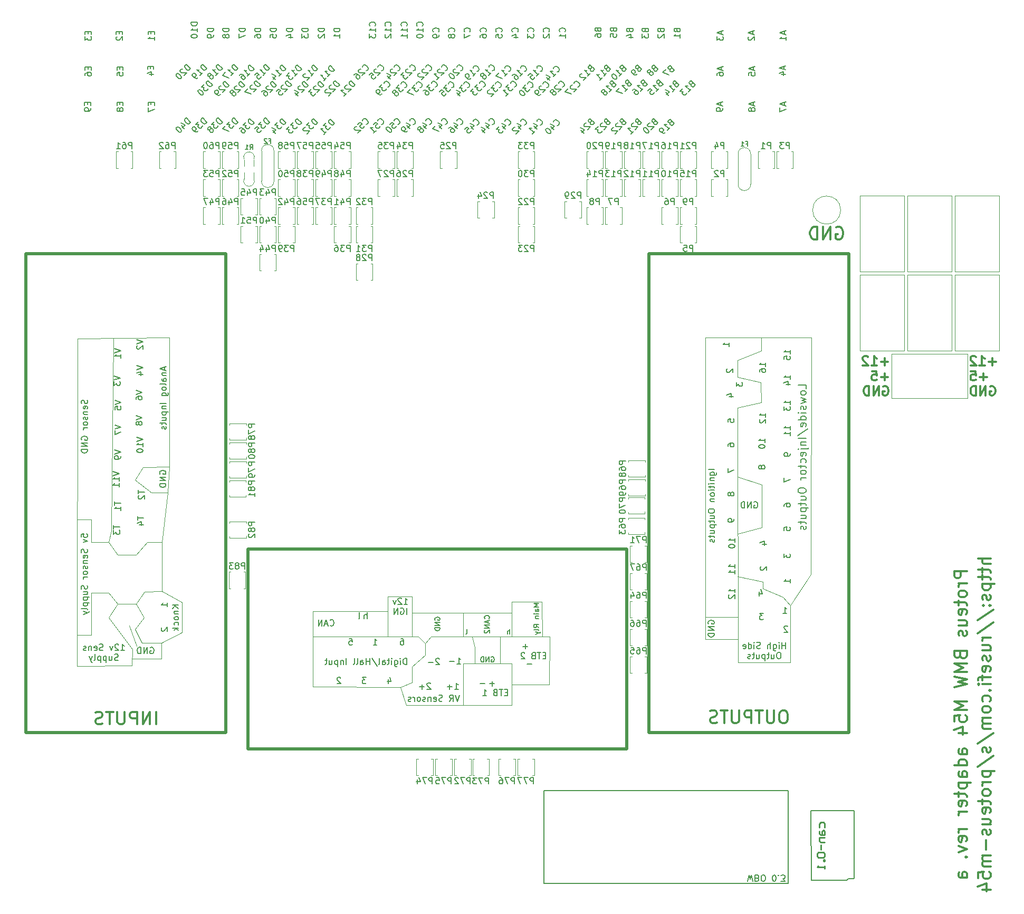
<source format=gbo>
G75*
G70*
%OFA0B0*%
%FSLAX25Y25*%
%IPPOS*%
%LPD*%
%AMOC8*
5,1,8,0,0,1.08239X$1,22.5*
%
%ADD10C,0.01969*%
%ADD101C,0.00787*%
%ADD22C,0.01181*%
%ADD55C,0.00390*%
%ADD60C,0.00472*%
%ADD62C,0.00500*%
%ADD81C,0.00591*%
%ADD84C,0.00550*%
%ADD86C,0.00600*%
%ADD91C,0.01000*%
X0000000Y0000000D02*
%LPD*%
G01*
D22*
X0643944Y0384086D02*
X0639445Y0384086D01*
X0641695Y0381836D02*
X0641695Y0386336D01*
X0633539Y0381836D02*
X0636914Y0381836D01*
X0635227Y0381836D02*
X0635227Y0387742D01*
X0635789Y0386898D01*
X0636352Y0386336D01*
X0636914Y0386055D01*
X0631290Y0387179D02*
X0631008Y0387461D01*
X0630446Y0387742D01*
X0629040Y0387742D01*
X0628478Y0387461D01*
X0628196Y0387179D01*
X0627915Y0386617D01*
X0627915Y0386055D01*
X0628196Y0385211D01*
X0631571Y0381836D01*
X0627915Y0381836D01*
X0643944Y0374578D02*
X0639445Y0374578D01*
X0641695Y0372328D02*
X0641695Y0376828D01*
X0633821Y0378234D02*
X0636633Y0378234D01*
X0636914Y0375422D01*
X0636633Y0375703D01*
X0636070Y0375984D01*
X0634664Y0375984D01*
X0634102Y0375703D01*
X0633821Y0375422D01*
X0633539Y0374859D01*
X0633539Y0373453D01*
X0633821Y0372891D01*
X0634102Y0372610D01*
X0634664Y0372328D01*
X0636070Y0372328D01*
X0636633Y0372610D01*
X0636914Y0372891D01*
X0640851Y0368445D02*
X0641413Y0368726D01*
X0642257Y0368726D01*
X0643101Y0368445D01*
X0643663Y0367882D01*
X0643944Y0367320D01*
X0644226Y0366195D01*
X0644226Y0365352D01*
X0643944Y0364227D01*
X0643663Y0363664D01*
X0643101Y0363102D01*
X0642257Y0362821D01*
X0641695Y0362821D01*
X0640851Y0363102D01*
X0640570Y0363383D01*
X0640570Y0365352D01*
X0641695Y0365352D01*
X0638039Y0362821D02*
X0638039Y0368726D01*
X0634664Y0362821D01*
X0634664Y0368726D01*
X0631852Y0362821D02*
X0631852Y0368726D01*
X0630446Y0368726D01*
X0629602Y0368445D01*
X0629040Y0367882D01*
X0628759Y0367320D01*
X0628478Y0366195D01*
X0628478Y0365352D01*
X0628759Y0364227D01*
X0629040Y0363664D01*
X0629602Y0363102D01*
X0630446Y0362821D01*
X0631852Y0362821D01*
X0712040Y0384086D02*
X0707540Y0384086D01*
X0709790Y0381836D02*
X0709790Y0386336D01*
X0701635Y0381836D02*
X0705010Y0381836D01*
X0703322Y0381836D02*
X0703322Y0387742D01*
X0703885Y0386898D01*
X0704447Y0386336D01*
X0705010Y0386055D01*
X0699385Y0387179D02*
X0699104Y0387461D01*
X0698542Y0387742D01*
X0697136Y0387742D01*
X0696573Y0387461D01*
X0696292Y0387179D01*
X0696011Y0386617D01*
X0696011Y0386055D01*
X0696292Y0385211D01*
X0699666Y0381836D01*
X0696011Y0381836D01*
X0706416Y0374578D02*
X0701916Y0374578D01*
X0704166Y0372328D02*
X0704166Y0376828D01*
X0696292Y0378234D02*
X0699104Y0378234D01*
X0699385Y0375422D01*
X0699104Y0375703D01*
X0698542Y0375984D01*
X0697136Y0375984D01*
X0696573Y0375703D01*
X0696292Y0375422D01*
X0696011Y0374859D01*
X0696011Y0373453D01*
X0696292Y0372891D01*
X0696573Y0372610D01*
X0697136Y0372328D01*
X0698542Y0372328D01*
X0699104Y0372610D01*
X0699385Y0372891D01*
X0708384Y0368445D02*
X0708947Y0368726D01*
X0709790Y0368726D01*
X0710634Y0368445D01*
X0711196Y0367882D01*
X0711478Y0367320D01*
X0711759Y0366195D01*
X0711759Y0365352D01*
X0711478Y0364227D01*
X0711196Y0363664D01*
X0710634Y0363102D01*
X0709790Y0362821D01*
X0709228Y0362821D01*
X0708384Y0363102D01*
X0708103Y0363383D01*
X0708103Y0365352D01*
X0709228Y0365352D01*
X0705572Y0362821D02*
X0705572Y0368726D01*
X0702197Y0362821D01*
X0702197Y0368726D01*
X0699385Y0362821D02*
X0699385Y0368726D01*
X0697979Y0368726D01*
X0697136Y0368445D01*
X0696573Y0367882D01*
X0696292Y0367320D01*
X0696011Y0366195D01*
X0696011Y0365352D01*
X0696292Y0364227D01*
X0696573Y0363664D01*
X0697136Y0363102D01*
X0697979Y0362821D01*
X0699385Y0362821D01*
X0693680Y0251925D02*
X0685806Y0251925D01*
X0685806Y0248926D01*
X0686181Y0248176D01*
X0686556Y0247801D01*
X0687306Y0247426D01*
X0688431Y0247426D01*
X0689181Y0247801D01*
X0689556Y0248176D01*
X0689931Y0248926D01*
X0689931Y0251925D01*
X0693680Y0244051D02*
X0688431Y0244051D01*
X0689931Y0244051D02*
X0689181Y0243676D01*
X0688806Y0243301D01*
X0688431Y0242552D01*
X0688431Y0241802D01*
X0693680Y0238052D02*
X0693305Y0238802D01*
X0692930Y0239177D01*
X0692180Y0239552D01*
X0689931Y0239552D01*
X0689181Y0239177D01*
X0688806Y0238802D01*
X0688431Y0238052D01*
X0688431Y0236927D01*
X0688806Y0236177D01*
X0689181Y0235802D01*
X0689931Y0235427D01*
X0692180Y0235427D01*
X0692930Y0235802D01*
X0693305Y0236177D01*
X0693680Y0236927D01*
X0693680Y0238052D01*
X0688431Y0233178D02*
X0688431Y0230178D01*
X0685806Y0232053D02*
X0692555Y0232053D01*
X0693305Y0231678D01*
X0693680Y0230928D01*
X0693680Y0230178D01*
X0693305Y0224554D02*
X0693680Y0225304D01*
X0693680Y0226804D01*
X0693305Y0227553D01*
X0692555Y0227928D01*
X0689556Y0227928D01*
X0688806Y0227553D01*
X0688431Y0226804D01*
X0688431Y0225304D01*
X0688806Y0224554D01*
X0689556Y0224179D01*
X0690306Y0224179D01*
X0691055Y0227928D01*
X0688431Y0217430D02*
X0693680Y0217430D01*
X0688431Y0220804D02*
X0692555Y0220804D01*
X0693305Y0220429D01*
X0693680Y0219679D01*
X0693680Y0218555D01*
X0693305Y0217805D01*
X0692930Y0217430D01*
X0693305Y0214055D02*
X0693680Y0213305D01*
X0693680Y0211805D01*
X0693305Y0211055D01*
X0692555Y0210681D01*
X0692180Y0210681D01*
X0691430Y0211055D01*
X0691055Y0211805D01*
X0691055Y0212930D01*
X0690681Y0213680D01*
X0689931Y0214055D01*
X0689556Y0214055D01*
X0688806Y0213680D01*
X0688431Y0212930D01*
X0688431Y0211805D01*
X0688806Y0211055D01*
X0689556Y0198682D02*
X0689931Y0197557D01*
X0690306Y0197182D01*
X0691055Y0196807D01*
X0692180Y0196807D01*
X0692930Y0197182D01*
X0693305Y0197557D01*
X0693680Y0198307D01*
X0693680Y0201307D01*
X0685806Y0201307D01*
X0685806Y0198682D01*
X0686181Y0197932D01*
X0686556Y0197557D01*
X0687306Y0197182D01*
X0688056Y0197182D01*
X0688806Y0197557D01*
X0689181Y0197932D01*
X0689556Y0198682D01*
X0689556Y0201307D01*
X0693680Y0193433D02*
X0685806Y0193433D01*
X0691430Y0190808D01*
X0685806Y0188183D01*
X0693680Y0188183D01*
X0685806Y0185184D02*
X0693680Y0183309D01*
X0688056Y0181809D01*
X0693680Y0180309D01*
X0685806Y0178435D01*
X0693680Y0169436D02*
X0685806Y0169436D01*
X0691430Y0166811D01*
X0685806Y0164186D01*
X0693680Y0164186D01*
X0685806Y0156687D02*
X0685806Y0160437D01*
X0689556Y0160812D01*
X0689181Y0160437D01*
X0688806Y0159687D01*
X0688806Y0157812D01*
X0689181Y0157062D01*
X0689556Y0156687D01*
X0690306Y0156312D01*
X0692180Y0156312D01*
X0692930Y0156687D01*
X0693305Y0157062D01*
X0693680Y0157812D01*
X0693680Y0159687D01*
X0693305Y0160437D01*
X0692930Y0160812D01*
X0688431Y0149563D02*
X0693680Y0149563D01*
X0685431Y0151438D02*
X0691055Y0153313D01*
X0691055Y0148438D01*
X0693680Y0136065D02*
X0689556Y0136065D01*
X0688806Y0136440D01*
X0688431Y0137190D01*
X0688431Y0138690D01*
X0688806Y0139439D01*
X0693305Y0136065D02*
X0693680Y0136815D01*
X0693680Y0138690D01*
X0693305Y0139439D01*
X0692555Y0139814D01*
X0691805Y0139814D01*
X0691055Y0139439D01*
X0690681Y0138690D01*
X0690681Y0136815D01*
X0690306Y0136065D01*
X0693680Y0128941D02*
X0685806Y0128941D01*
X0693305Y0128941D02*
X0693680Y0129691D01*
X0693680Y0131190D01*
X0693305Y0131940D01*
X0692930Y0132315D01*
X0692180Y0132690D01*
X0689931Y0132690D01*
X0689181Y0132315D01*
X0688806Y0131940D01*
X0688431Y0131190D01*
X0688431Y0129691D01*
X0688806Y0128941D01*
X0693680Y0121817D02*
X0689556Y0121817D01*
X0688806Y0122192D01*
X0688431Y0122942D01*
X0688431Y0124441D01*
X0688806Y0125191D01*
X0693305Y0121817D02*
X0693680Y0122567D01*
X0693680Y0124441D01*
X0693305Y0125191D01*
X0692555Y0125566D01*
X0691805Y0125566D01*
X0691055Y0125191D01*
X0690681Y0124441D01*
X0690681Y0122567D01*
X0690306Y0121817D01*
X0688431Y0118067D02*
X0696305Y0118067D01*
X0688806Y0118067D02*
X0688431Y0117317D01*
X0688431Y0115817D01*
X0688806Y0115067D01*
X0689181Y0114693D01*
X0689931Y0114318D01*
X0692180Y0114318D01*
X0692930Y0114693D01*
X0693305Y0115067D01*
X0693680Y0115817D01*
X0693680Y0117317D01*
X0693305Y0118067D01*
X0688431Y0112068D02*
X0688431Y0109068D01*
X0685806Y0110943D02*
X0692555Y0110943D01*
X0693305Y0110568D01*
X0693680Y0109818D01*
X0693680Y0109068D01*
X0693305Y0103444D02*
X0693680Y0104194D01*
X0693680Y0105694D01*
X0693305Y0106444D01*
X0692555Y0106819D01*
X0689556Y0106819D01*
X0688806Y0106444D01*
X0688431Y0105694D01*
X0688431Y0104194D01*
X0688806Y0103444D01*
X0689556Y0103069D01*
X0690306Y0103069D01*
X0691055Y0106819D01*
X0693680Y0099694D02*
X0688431Y0099694D01*
X0689931Y0099694D02*
X0689181Y0099319D01*
X0688806Y0098945D01*
X0688431Y0098195D01*
X0688431Y0097445D01*
X0693680Y0088821D02*
X0688431Y0088821D01*
X0689931Y0088821D02*
X0689181Y0088446D01*
X0688806Y0088071D01*
X0688431Y0087321D01*
X0688431Y0086571D01*
X0693305Y0080947D02*
X0693680Y0081697D01*
X0693680Y0083196D01*
X0693305Y0083946D01*
X0692555Y0084321D01*
X0689556Y0084321D01*
X0688806Y0083946D01*
X0688431Y0083196D01*
X0688431Y0081697D01*
X0688806Y0080947D01*
X0689556Y0080572D01*
X0690306Y0080572D01*
X0691055Y0084321D01*
X0688431Y0077947D02*
X0693680Y0076072D01*
X0688431Y0074198D01*
X0692930Y0071198D02*
X0693305Y0070823D01*
X0693680Y0071198D01*
X0693305Y0071573D01*
X0692930Y0071198D01*
X0693680Y0071198D01*
X0693680Y0058075D02*
X0689556Y0058075D01*
X0688806Y0058450D01*
X0688431Y0059199D01*
X0688431Y0060699D01*
X0688806Y0061449D01*
X0693305Y0058075D02*
X0693680Y0058825D01*
X0693680Y0060699D01*
X0693305Y0061449D01*
X0692555Y0061824D01*
X0691805Y0061824D01*
X0691055Y0061449D01*
X0690681Y0060699D01*
X0690681Y0058825D01*
X0690306Y0058075D01*
X0611117Y0468937D02*
X0611867Y0469312D01*
X0612992Y0469312D01*
X0614117Y0468937D01*
X0614867Y0468187D01*
X0615242Y0467437D01*
X0615617Y0465937D01*
X0615617Y0464813D01*
X0615242Y0463313D01*
X0614867Y0462563D01*
X0614117Y0461813D01*
X0612992Y0461438D01*
X0612242Y0461438D01*
X0611117Y0461813D01*
X0610742Y0462188D01*
X0610742Y0464813D01*
X0612242Y0464813D01*
X0607368Y0461438D02*
X0607368Y0469312D01*
X0602868Y0461438D01*
X0602868Y0469312D01*
X0599119Y0461438D02*
X0599119Y0469312D01*
X0597244Y0469312D01*
X0596119Y0468937D01*
X0595369Y0468187D01*
X0594994Y0467437D01*
X0594619Y0465937D01*
X0594619Y0464813D01*
X0594994Y0463313D01*
X0595369Y0462563D01*
X0596119Y0461813D01*
X0597244Y0461438D01*
X0599119Y0461438D01*
X0708680Y0259799D02*
X0700806Y0259799D01*
X0708680Y0256425D02*
X0704556Y0256425D01*
X0703806Y0256800D01*
X0703431Y0257550D01*
X0703431Y0258675D01*
X0703806Y0259424D01*
X0704181Y0259799D01*
X0703431Y0253800D02*
X0703431Y0250801D01*
X0700806Y0252675D02*
X0707555Y0252675D01*
X0708305Y0252300D01*
X0708680Y0251550D01*
X0708680Y0250801D01*
X0703431Y0249301D02*
X0703431Y0246301D01*
X0700806Y0248176D02*
X0707555Y0248176D01*
X0708305Y0247801D01*
X0708680Y0247051D01*
X0708680Y0246301D01*
X0703431Y0243676D02*
X0711305Y0243676D01*
X0703806Y0243676D02*
X0703431Y0242927D01*
X0703431Y0241427D01*
X0703806Y0240677D01*
X0704181Y0240302D01*
X0704931Y0239927D01*
X0707180Y0239927D01*
X0707930Y0240302D01*
X0708305Y0240677D01*
X0708680Y0241427D01*
X0708680Y0242927D01*
X0708305Y0243676D01*
X0708305Y0236927D02*
X0708680Y0236177D01*
X0708680Y0234678D01*
X0708305Y0233928D01*
X0707555Y0233553D01*
X0707180Y0233553D01*
X0706430Y0233928D01*
X0706055Y0234678D01*
X0706055Y0235802D01*
X0705681Y0236552D01*
X0704931Y0236927D01*
X0704556Y0236927D01*
X0703806Y0236552D01*
X0703431Y0235802D01*
X0703431Y0234678D01*
X0703806Y0233928D01*
X0707930Y0230178D02*
X0708305Y0229803D01*
X0708680Y0230178D01*
X0708305Y0230553D01*
X0707930Y0230178D01*
X0708680Y0230178D01*
X0703806Y0230178D02*
X0704181Y0229803D01*
X0704556Y0230178D01*
X0704181Y0230553D01*
X0703806Y0230178D01*
X0704556Y0230178D01*
X0700431Y0220804D02*
X0710555Y0227553D01*
X0700431Y0212555D02*
X0710555Y0219304D01*
X0708680Y0209931D02*
X0703431Y0209931D01*
X0704931Y0209931D02*
X0704181Y0209556D01*
X0703806Y0209181D01*
X0703431Y0208431D01*
X0703431Y0207681D01*
X0703431Y0201682D02*
X0708680Y0201682D01*
X0703431Y0205056D02*
X0707555Y0205056D01*
X0708305Y0204681D01*
X0708680Y0203931D01*
X0708680Y0202807D01*
X0708305Y0202057D01*
X0707930Y0201682D01*
X0708305Y0198307D02*
X0708680Y0197557D01*
X0708680Y0196057D01*
X0708305Y0195307D01*
X0707555Y0194933D01*
X0707180Y0194933D01*
X0706430Y0195307D01*
X0706055Y0196057D01*
X0706055Y0197182D01*
X0705681Y0197932D01*
X0704931Y0198307D01*
X0704556Y0198307D01*
X0703806Y0197932D01*
X0703431Y0197182D01*
X0703431Y0196057D01*
X0703806Y0195307D01*
X0708305Y0188558D02*
X0708680Y0189308D01*
X0708680Y0190808D01*
X0708305Y0191558D01*
X0707555Y0191933D01*
X0704556Y0191933D01*
X0703806Y0191558D01*
X0703431Y0190808D01*
X0703431Y0189308D01*
X0703806Y0188558D01*
X0704556Y0188183D01*
X0705306Y0188183D01*
X0706055Y0191933D01*
X0703431Y0185934D02*
X0703431Y0182934D01*
X0708680Y0184809D02*
X0701931Y0184809D01*
X0701181Y0184434D01*
X0700806Y0183684D01*
X0700806Y0182934D01*
X0708680Y0180309D02*
X0703431Y0180309D01*
X0700806Y0180309D02*
X0701181Y0180684D01*
X0701556Y0180309D01*
X0701181Y0179934D01*
X0700806Y0180309D01*
X0701556Y0180309D01*
X0707930Y0176560D02*
X0708305Y0176185D01*
X0708680Y0176560D01*
X0708305Y0176935D01*
X0707930Y0176560D01*
X0708680Y0176560D01*
X0708305Y0169436D02*
X0708680Y0170186D01*
X0708680Y0171685D01*
X0708305Y0172435D01*
X0707930Y0172810D01*
X0707180Y0173185D01*
X0704931Y0173185D01*
X0704181Y0172810D01*
X0703806Y0172435D01*
X0703431Y0171685D01*
X0703431Y0170186D01*
X0703806Y0169436D01*
X0708680Y0164936D02*
X0708305Y0165686D01*
X0707930Y0166061D01*
X0707180Y0166436D01*
X0704931Y0166436D01*
X0704181Y0166061D01*
X0703806Y0165686D01*
X0703431Y0164936D01*
X0703431Y0163811D01*
X0703806Y0163061D01*
X0704181Y0162687D01*
X0704931Y0162312D01*
X0707180Y0162312D01*
X0707930Y0162687D01*
X0708305Y0163061D01*
X0708680Y0163811D01*
X0708680Y0164936D01*
X0708680Y0158937D02*
X0703431Y0158937D01*
X0704181Y0158937D02*
X0703806Y0158562D01*
X0703431Y0157812D01*
X0703431Y0156687D01*
X0703806Y0155937D01*
X0704556Y0155562D01*
X0708680Y0155562D01*
X0704556Y0155562D02*
X0703806Y0155187D01*
X0703431Y0154438D01*
X0703431Y0153313D01*
X0703806Y0152563D01*
X0704556Y0152188D01*
X0708680Y0152188D01*
X0700431Y0142814D02*
X0710555Y0149563D01*
X0708305Y0140564D02*
X0708680Y0139814D01*
X0708680Y0138315D01*
X0708305Y0137565D01*
X0707555Y0137190D01*
X0707180Y0137190D01*
X0706430Y0137565D01*
X0706055Y0138315D01*
X0706055Y0139439D01*
X0705681Y0140189D01*
X0704931Y0140564D01*
X0704556Y0140564D01*
X0703806Y0140189D01*
X0703431Y0139439D01*
X0703431Y0138315D01*
X0703806Y0137565D01*
X0700431Y0128191D02*
X0710555Y0134940D01*
X0703431Y0125566D02*
X0711305Y0125566D01*
X0703806Y0125566D02*
X0703431Y0124816D01*
X0703431Y0123316D01*
X0703806Y0122567D01*
X0704181Y0122192D01*
X0704931Y0121817D01*
X0707180Y0121817D01*
X0707930Y0122192D01*
X0708305Y0122567D01*
X0708680Y0123316D01*
X0708680Y0124816D01*
X0708305Y0125566D01*
X0708680Y0118442D02*
X0703431Y0118442D01*
X0704931Y0118442D02*
X0704181Y0118067D01*
X0703806Y0117692D01*
X0703431Y0116942D01*
X0703431Y0116192D01*
X0708680Y0112443D02*
X0708305Y0113193D01*
X0707930Y0113568D01*
X0707180Y0113943D01*
X0704931Y0113943D01*
X0704181Y0113568D01*
X0703806Y0113193D01*
X0703431Y0112443D01*
X0703431Y0111318D01*
X0703806Y0110568D01*
X0704181Y0110193D01*
X0704931Y0109818D01*
X0707180Y0109818D01*
X0707930Y0110193D01*
X0708305Y0110568D01*
X0708680Y0111318D01*
X0708680Y0112443D01*
X0703431Y0107568D02*
X0703431Y0104569D01*
X0700806Y0106444D02*
X0707555Y0106444D01*
X0708305Y0106069D01*
X0708680Y0105319D01*
X0708680Y0104569D01*
X0708305Y0098945D02*
X0708680Y0099694D01*
X0708680Y0101194D01*
X0708305Y0101944D01*
X0707555Y0102319D01*
X0704556Y0102319D01*
X0703806Y0101944D01*
X0703431Y0101194D01*
X0703431Y0099694D01*
X0703806Y0098945D01*
X0704556Y0098570D01*
X0705306Y0098570D01*
X0706055Y0102319D01*
X0703431Y0091820D02*
X0708680Y0091820D01*
X0703431Y0095195D02*
X0707555Y0095195D01*
X0708305Y0094820D01*
X0708680Y0094070D01*
X0708680Y0092945D01*
X0708305Y0092195D01*
X0707930Y0091820D01*
X0708305Y0088446D02*
X0708680Y0087696D01*
X0708680Y0086196D01*
X0708305Y0085446D01*
X0707555Y0085071D01*
X0707180Y0085071D01*
X0706430Y0085446D01*
X0706055Y0086196D01*
X0706055Y0087321D01*
X0705681Y0088071D01*
X0704931Y0088446D01*
X0704556Y0088446D01*
X0703806Y0088071D01*
X0703431Y0087321D01*
X0703431Y0086196D01*
X0703806Y0085446D01*
X0705681Y0081697D02*
X0705681Y0075697D01*
X0708680Y0071948D02*
X0703431Y0071948D01*
X0704181Y0071948D02*
X0703806Y0071573D01*
X0703431Y0070823D01*
X0703431Y0069698D01*
X0703806Y0068948D01*
X0704556Y0068573D01*
X0708680Y0068573D01*
X0704556Y0068573D02*
X0703806Y0068198D01*
X0703431Y0067448D01*
X0703431Y0066324D01*
X0703806Y0065574D01*
X0704556Y0065199D01*
X0708680Y0065199D01*
X0700806Y0057700D02*
X0700806Y0061449D01*
X0704556Y0061824D01*
X0704181Y0061449D01*
X0703806Y0060699D01*
X0703806Y0058825D01*
X0704181Y0058075D01*
X0704556Y0057700D01*
X0705306Y0057325D01*
X0707180Y0057325D01*
X0707930Y0057700D01*
X0708305Y0058075D01*
X0708680Y0058825D01*
X0708680Y0060699D01*
X0708305Y0061449D01*
X0707930Y0061824D01*
X0703431Y0050576D02*
X0708680Y0050576D01*
X0700431Y0052450D02*
X0706055Y0054325D01*
X0706055Y0049451D01*
D81*
X0498875Y0518888D02*
X0498875Y0522825D01*
X0497375Y0522825D01*
X0497000Y0522638D01*
X0496813Y0522450D01*
X0496625Y0522075D01*
X0496625Y0521513D01*
X0496813Y0521138D01*
X0497000Y0520951D01*
X0497375Y0520763D01*
X0498875Y0520763D01*
X0492876Y0518888D02*
X0495126Y0518888D01*
X0494001Y0518888D02*
X0494001Y0522825D01*
X0494376Y0522263D01*
X0494751Y0521888D01*
X0495126Y0521700D01*
X0491564Y0522825D02*
X0488939Y0522825D01*
X0490626Y0518888D01*
X0478041Y0321411D02*
X0474104Y0321411D01*
X0474104Y0319911D01*
X0474291Y0319536D01*
X0474479Y0319348D01*
X0474854Y0319161D01*
X0475416Y0319161D01*
X0475791Y0319348D01*
X0475979Y0319536D01*
X0476166Y0319911D01*
X0476166Y0321411D01*
X0474104Y0315786D02*
X0474104Y0316536D01*
X0474291Y0316911D01*
X0474479Y0317099D01*
X0475041Y0317474D01*
X0475791Y0317661D01*
X0477291Y0317661D01*
X0477666Y0317474D01*
X0477853Y0317286D01*
X0478041Y0316911D01*
X0478041Y0316161D01*
X0477853Y0315786D01*
X0477666Y0315599D01*
X0477291Y0315411D01*
X0476354Y0315411D01*
X0475979Y0315599D01*
X0475791Y0315786D01*
X0475604Y0316161D01*
X0475604Y0316911D01*
X0475791Y0317286D01*
X0475979Y0317474D01*
X0476354Y0317661D01*
X0475791Y0313162D02*
X0475604Y0313537D01*
X0475416Y0313724D01*
X0475041Y0313912D01*
X0474854Y0313912D01*
X0474479Y0313724D01*
X0474291Y0313537D01*
X0474104Y0313162D01*
X0474104Y0312412D01*
X0474291Y0312037D01*
X0474479Y0311849D01*
X0474854Y0311662D01*
X0475041Y0311662D01*
X0475416Y0311849D01*
X0475604Y0312037D01*
X0475791Y0312412D01*
X0475791Y0313162D01*
X0475979Y0313537D01*
X0476166Y0313724D01*
X0476541Y0313912D01*
X0477291Y0313912D01*
X0477666Y0313724D01*
X0477853Y0313537D01*
X0478041Y0313162D01*
X0478041Y0312412D01*
X0477853Y0312037D01*
X0477666Y0311849D01*
X0477291Y0311662D01*
X0476541Y0311662D01*
X0476166Y0311849D01*
X0475979Y0312037D01*
X0475791Y0312412D01*
X0280371Y0501172D02*
X0280371Y0505109D01*
X0278871Y0505109D01*
X0278496Y0504921D01*
X0278309Y0504734D01*
X0278121Y0504359D01*
X0278121Y0503796D01*
X0278309Y0503421D01*
X0278496Y0503234D01*
X0278871Y0503046D01*
X0280371Y0503046D01*
X0276809Y0505109D02*
X0274372Y0505109D01*
X0275684Y0503609D01*
X0275122Y0503609D01*
X0274747Y0503421D01*
X0274559Y0503234D01*
X0274372Y0502859D01*
X0274372Y0501922D01*
X0274559Y0501547D01*
X0274747Y0501359D01*
X0275122Y0501172D01*
X0276247Y0501172D01*
X0276622Y0501359D01*
X0276809Y0501547D01*
X0272122Y0503421D02*
X0272497Y0503609D01*
X0272685Y0503796D01*
X0272872Y0504171D01*
X0272872Y0504359D01*
X0272685Y0504734D01*
X0272497Y0504921D01*
X0272122Y0505109D01*
X0271372Y0505109D01*
X0270997Y0504921D01*
X0270810Y0504734D01*
X0270622Y0504359D01*
X0270622Y0504171D01*
X0270810Y0503796D01*
X0270997Y0503609D01*
X0271372Y0503421D01*
X0272122Y0503421D01*
X0272497Y0503234D01*
X0272685Y0503046D01*
X0272872Y0502672D01*
X0272872Y0501922D01*
X0272685Y0501547D01*
X0272497Y0501359D01*
X0272122Y0501172D01*
X0271372Y0501172D01*
X0270997Y0501359D01*
X0270810Y0501547D01*
X0270622Y0501922D01*
X0270622Y0502672D01*
X0270810Y0503046D01*
X0270997Y0503234D01*
X0271372Y0503421D01*
X0280371Y0483455D02*
X0280371Y0487392D01*
X0278871Y0487392D01*
X0278496Y0487205D01*
X0278309Y0487017D01*
X0278121Y0486642D01*
X0278121Y0486080D01*
X0278309Y0485705D01*
X0278496Y0485517D01*
X0278871Y0485330D01*
X0280371Y0485330D01*
X0274559Y0487392D02*
X0276434Y0487392D01*
X0276622Y0485517D01*
X0276434Y0485705D01*
X0276059Y0485892D01*
X0275122Y0485892D01*
X0274747Y0485705D01*
X0274559Y0485517D01*
X0274372Y0485142D01*
X0274372Y0484205D01*
X0274559Y0483830D01*
X0274747Y0483643D01*
X0275122Y0483455D01*
X0276059Y0483455D01*
X0276434Y0483643D01*
X0276622Y0483830D01*
X0270997Y0487392D02*
X0271747Y0487392D01*
X0272122Y0487205D01*
X0272310Y0487017D01*
X0272685Y0486455D01*
X0272872Y0485705D01*
X0272872Y0484205D01*
X0272685Y0483830D01*
X0272497Y0483643D01*
X0272122Y0483455D01*
X0271372Y0483455D01*
X0270997Y0483643D01*
X0270810Y0483830D01*
X0270622Y0484205D01*
X0270622Y0485142D01*
X0270810Y0485517D01*
X0270997Y0485705D01*
X0271372Y0485892D01*
X0272122Y0485892D01*
X0272497Y0485705D01*
X0272685Y0485517D01*
X0272872Y0485142D01*
X0379899Y0117361D02*
X0379899Y0121298D01*
X0378399Y0121298D01*
X0378024Y0121110D01*
X0377837Y0120923D01*
X0377649Y0120548D01*
X0377649Y0119985D01*
X0377837Y0119610D01*
X0378024Y0119423D01*
X0378399Y0119235D01*
X0379899Y0119235D01*
X0376337Y0121298D02*
X0373712Y0121298D01*
X0375399Y0117361D01*
X0372400Y0120923D02*
X0372212Y0121110D01*
X0371837Y0121298D01*
X0370900Y0121298D01*
X0370525Y0121110D01*
X0370337Y0120923D01*
X0370150Y0120548D01*
X0370150Y0120173D01*
X0370337Y0119610D01*
X0372587Y0117361D01*
X0370150Y0117361D01*
X0343363Y0518888D02*
X0343363Y0522825D01*
X0341864Y0522825D01*
X0341489Y0522638D01*
X0341301Y0522450D01*
X0341114Y0522075D01*
X0341114Y0521513D01*
X0341301Y0521138D01*
X0341489Y0520951D01*
X0341864Y0520763D01*
X0343363Y0520763D01*
X0339801Y0522825D02*
X0337364Y0522825D01*
X0338676Y0521325D01*
X0338114Y0521325D01*
X0337739Y0521138D01*
X0337552Y0520951D01*
X0337364Y0520576D01*
X0337364Y0519638D01*
X0337552Y0519263D01*
X0337739Y0519076D01*
X0338114Y0518888D01*
X0339239Y0518888D01*
X0339614Y0519076D01*
X0339801Y0519263D01*
X0333990Y0521513D02*
X0333990Y0518888D01*
X0334927Y0523013D02*
X0335864Y0520201D01*
X0333427Y0520201D01*
X0237458Y0253140D02*
X0237458Y0257077D01*
X0235958Y0257077D01*
X0235583Y0256890D01*
X0235396Y0256702D01*
X0235208Y0256327D01*
X0235208Y0255765D01*
X0235396Y0255390D01*
X0235583Y0255202D01*
X0235958Y0255015D01*
X0237458Y0255015D01*
X0232958Y0255390D02*
X0233333Y0255577D01*
X0233521Y0255765D01*
X0233708Y0256140D01*
X0233708Y0256327D01*
X0233521Y0256702D01*
X0233333Y0256890D01*
X0232958Y0257077D01*
X0232208Y0257077D01*
X0231834Y0256890D01*
X0231646Y0256702D01*
X0231459Y0256327D01*
X0231459Y0256140D01*
X0231646Y0255765D01*
X0231834Y0255577D01*
X0232208Y0255390D01*
X0232958Y0255390D01*
X0233333Y0255202D01*
X0233521Y0255015D01*
X0233708Y0254640D01*
X0233708Y0253890D01*
X0233521Y0253515D01*
X0233333Y0253328D01*
X0232958Y0253140D01*
X0232208Y0253140D01*
X0231834Y0253328D01*
X0231646Y0253515D01*
X0231459Y0253890D01*
X0231459Y0254640D01*
X0231646Y0255015D01*
X0231834Y0255202D01*
X0232208Y0255390D01*
X0230146Y0257077D02*
X0227709Y0257077D01*
X0229021Y0255577D01*
X0228459Y0255577D01*
X0228084Y0255390D01*
X0227897Y0255202D01*
X0227709Y0254828D01*
X0227709Y0253890D01*
X0227897Y0253515D01*
X0228084Y0253328D01*
X0228459Y0253140D01*
X0229584Y0253140D01*
X0229959Y0253328D01*
X0230146Y0253515D01*
X0233127Y0518888D02*
X0233127Y0522825D01*
X0231627Y0522825D01*
X0231252Y0522638D01*
X0231065Y0522450D01*
X0230877Y0522075D01*
X0230877Y0521513D01*
X0231065Y0521138D01*
X0231252Y0520951D01*
X0231627Y0520763D01*
X0233127Y0520763D01*
X0227315Y0522825D02*
X0229190Y0522825D01*
X0229378Y0520951D01*
X0229190Y0521138D01*
X0228815Y0521325D01*
X0227878Y0521325D01*
X0227503Y0521138D01*
X0227315Y0520951D01*
X0227128Y0520576D01*
X0227128Y0519638D01*
X0227315Y0519263D01*
X0227503Y0519076D01*
X0227878Y0518888D01*
X0228815Y0518888D01*
X0229190Y0519076D01*
X0229378Y0519263D01*
X0225253Y0518888D02*
X0224503Y0518888D01*
X0224128Y0519076D01*
X0223941Y0519263D01*
X0223566Y0519826D01*
X0223378Y0520576D01*
X0223378Y0522075D01*
X0223566Y0522450D01*
X0223753Y0522638D01*
X0224128Y0522825D01*
X0224878Y0522825D01*
X0225253Y0522638D01*
X0225441Y0522450D01*
X0225628Y0522075D01*
X0225628Y0521138D01*
X0225441Y0520763D01*
X0225253Y0520576D01*
X0224878Y0520388D01*
X0224128Y0520388D01*
X0223753Y0520576D01*
X0223566Y0520763D01*
X0223378Y0521138D01*
X0243757Y0282781D02*
X0239820Y0282781D01*
X0239820Y0281281D01*
X0240008Y0280906D01*
X0240195Y0280718D01*
X0240570Y0280531D01*
X0241133Y0280531D01*
X0241508Y0280718D01*
X0241695Y0280906D01*
X0241883Y0281281D01*
X0241883Y0282781D01*
X0241508Y0278281D02*
X0241320Y0278656D01*
X0241133Y0278844D01*
X0240758Y0279031D01*
X0240570Y0279031D01*
X0240195Y0278844D01*
X0240008Y0278656D01*
X0239820Y0278281D01*
X0239820Y0277531D01*
X0240008Y0277156D01*
X0240195Y0276969D01*
X0240570Y0276781D01*
X0240758Y0276781D01*
X0241133Y0276969D01*
X0241320Y0277156D01*
X0241508Y0277531D01*
X0241508Y0278281D01*
X0241695Y0278656D01*
X0241883Y0278844D01*
X0242258Y0279031D01*
X0243007Y0279031D01*
X0243382Y0278844D01*
X0243570Y0278656D01*
X0243757Y0278281D01*
X0243757Y0277531D01*
X0243570Y0277156D01*
X0243382Y0276969D01*
X0243007Y0276781D01*
X0242258Y0276781D01*
X0241883Y0276969D01*
X0241695Y0277156D01*
X0241508Y0277531D01*
X0240195Y0275282D02*
X0240008Y0275094D01*
X0239820Y0274719D01*
X0239820Y0273782D01*
X0240008Y0273407D01*
X0240195Y0273219D01*
X0240570Y0273032D01*
X0240945Y0273032D01*
X0241508Y0273219D01*
X0243757Y0275469D01*
X0243757Y0273032D01*
X0292182Y0518888D02*
X0292182Y0522825D01*
X0290682Y0522825D01*
X0290307Y0522638D01*
X0290120Y0522450D01*
X0289933Y0522075D01*
X0289933Y0521513D01*
X0290120Y0521138D01*
X0290307Y0520951D01*
X0290682Y0520763D01*
X0292182Y0520763D01*
X0286370Y0522825D02*
X0288245Y0522825D01*
X0288433Y0520951D01*
X0288245Y0521138D01*
X0287870Y0521325D01*
X0286933Y0521325D01*
X0286558Y0521138D01*
X0286370Y0520951D01*
X0286183Y0520576D01*
X0286183Y0519638D01*
X0286370Y0519263D01*
X0286558Y0519076D01*
X0286933Y0518888D01*
X0287870Y0518888D01*
X0288245Y0519076D01*
X0288433Y0519263D01*
X0282621Y0522825D02*
X0284496Y0522825D01*
X0284683Y0520951D01*
X0284496Y0521138D01*
X0284121Y0521325D01*
X0283183Y0521325D01*
X0282808Y0521138D01*
X0282621Y0520951D01*
X0282433Y0520576D01*
X0282433Y0519638D01*
X0282621Y0519263D01*
X0282808Y0519076D01*
X0283183Y0518888D01*
X0284121Y0518888D01*
X0284496Y0519076D01*
X0284683Y0519263D01*
X0243757Y0332781D02*
X0239820Y0332781D01*
X0239820Y0331281D01*
X0240008Y0330906D01*
X0240195Y0330718D01*
X0240570Y0330531D01*
X0241133Y0330531D01*
X0241508Y0330718D01*
X0241695Y0330906D01*
X0241883Y0331281D01*
X0241883Y0332781D01*
X0241508Y0328281D02*
X0241320Y0328656D01*
X0241133Y0328844D01*
X0240758Y0329031D01*
X0240570Y0329031D01*
X0240195Y0328844D01*
X0240008Y0328656D01*
X0239820Y0328281D01*
X0239820Y0327531D01*
X0240008Y0327156D01*
X0240195Y0326969D01*
X0240570Y0326781D01*
X0240758Y0326781D01*
X0241133Y0326969D01*
X0241320Y0327156D01*
X0241508Y0327531D01*
X0241508Y0328281D01*
X0241695Y0328656D01*
X0241883Y0328844D01*
X0242258Y0329031D01*
X0243007Y0329031D01*
X0243382Y0328844D01*
X0243570Y0328656D01*
X0243757Y0328281D01*
X0243757Y0327531D01*
X0243570Y0327156D01*
X0243382Y0326969D01*
X0243007Y0326781D01*
X0242258Y0326781D01*
X0241883Y0326969D01*
X0241695Y0327156D01*
X0241508Y0327531D01*
X0239820Y0324344D02*
X0239820Y0323969D01*
X0240008Y0323594D01*
X0240195Y0323407D01*
X0240570Y0323219D01*
X0241320Y0323032D01*
X0242258Y0323032D01*
X0243007Y0323219D01*
X0243382Y0323407D01*
X0243570Y0323594D01*
X0243757Y0323969D01*
X0243757Y0324344D01*
X0243570Y0324719D01*
X0243382Y0324907D01*
X0243007Y0325094D01*
X0242258Y0325282D01*
X0241320Y0325282D01*
X0240570Y0325094D01*
X0240195Y0324907D01*
X0240008Y0324719D01*
X0239820Y0324344D01*
X0243757Y0344781D02*
X0239820Y0344781D01*
X0239820Y0343281D01*
X0240008Y0342906D01*
X0240195Y0342718D01*
X0240570Y0342531D01*
X0241133Y0342531D01*
X0241508Y0342718D01*
X0241695Y0342906D01*
X0241883Y0343281D01*
X0241883Y0344781D01*
X0239820Y0341219D02*
X0239820Y0338594D01*
X0243757Y0340281D01*
X0241508Y0336532D02*
X0241320Y0336907D01*
X0241133Y0337094D01*
X0240758Y0337282D01*
X0240570Y0337282D01*
X0240195Y0337094D01*
X0240008Y0336907D01*
X0239820Y0336532D01*
X0239820Y0335782D01*
X0240008Y0335407D01*
X0240195Y0335219D01*
X0240570Y0335032D01*
X0240758Y0335032D01*
X0241133Y0335219D01*
X0241320Y0335407D01*
X0241508Y0335782D01*
X0241508Y0336532D01*
X0241695Y0336907D01*
X0241883Y0337094D01*
X0242258Y0337282D01*
X0243007Y0337282D01*
X0243382Y0337094D01*
X0243570Y0336907D01*
X0243757Y0336532D01*
X0243757Y0335782D01*
X0243570Y0335407D01*
X0243382Y0335219D01*
X0243007Y0335032D01*
X0242258Y0335032D01*
X0241883Y0335219D01*
X0241695Y0335407D01*
X0241508Y0335782D01*
X0407899Y0117361D02*
X0407899Y0121298D01*
X0406399Y0121298D01*
X0406024Y0121110D01*
X0405837Y0120923D01*
X0405649Y0120548D01*
X0405649Y0119985D01*
X0405837Y0119610D01*
X0406024Y0119423D01*
X0406399Y0119235D01*
X0407899Y0119235D01*
X0404337Y0121298D02*
X0401712Y0121298D01*
X0403399Y0117361D01*
X0398525Y0121298D02*
X0399275Y0121298D01*
X0399650Y0121110D01*
X0399837Y0120923D01*
X0400212Y0120360D01*
X0400400Y0119610D01*
X0400400Y0118111D01*
X0400212Y0117736D01*
X0400025Y0117548D01*
X0399650Y0117361D01*
X0398900Y0117361D01*
X0398525Y0117548D01*
X0398337Y0117736D01*
X0398150Y0118111D01*
X0398150Y0119048D01*
X0398337Y0119423D01*
X0398525Y0119610D01*
X0398900Y0119798D01*
X0399650Y0119798D01*
X0400025Y0119610D01*
X0400212Y0119423D01*
X0400400Y0119048D01*
X0268560Y0501172D02*
X0268560Y0505109D01*
X0267060Y0505109D01*
X0266685Y0504921D01*
X0266498Y0504734D01*
X0266310Y0504359D01*
X0266310Y0503796D01*
X0266498Y0503421D01*
X0266685Y0503234D01*
X0267060Y0503046D01*
X0268560Y0503046D01*
X0262748Y0505109D02*
X0264623Y0505109D01*
X0264811Y0503234D01*
X0264623Y0503421D01*
X0264248Y0503609D01*
X0263311Y0503609D01*
X0262936Y0503421D01*
X0262748Y0503234D01*
X0262561Y0502859D01*
X0262561Y0501922D01*
X0262748Y0501547D01*
X0262936Y0501359D01*
X0263311Y0501172D01*
X0264248Y0501172D01*
X0264623Y0501359D01*
X0264811Y0501547D01*
X0260124Y0505109D02*
X0259749Y0505109D01*
X0259374Y0504921D01*
X0259186Y0504734D01*
X0258999Y0504359D01*
X0258811Y0503609D01*
X0258811Y0502672D01*
X0258999Y0501922D01*
X0259186Y0501547D01*
X0259374Y0501359D01*
X0259749Y0501172D01*
X0260124Y0501172D01*
X0260499Y0501359D01*
X0260686Y0501547D01*
X0260874Y0501922D01*
X0261061Y0502672D01*
X0261061Y0503609D01*
X0260874Y0504359D01*
X0260686Y0504734D01*
X0260499Y0504921D01*
X0260124Y0505109D01*
X0491001Y0269676D02*
X0491001Y0273613D01*
X0489501Y0273613D01*
X0489126Y0273425D01*
X0488939Y0273238D01*
X0488751Y0272863D01*
X0488751Y0272300D01*
X0488939Y0271925D01*
X0489126Y0271738D01*
X0489501Y0271550D01*
X0491001Y0271550D01*
X0487439Y0273613D02*
X0484814Y0273613D01*
X0486502Y0269676D01*
X0481252Y0269676D02*
X0483502Y0269676D01*
X0482377Y0269676D02*
X0482377Y0273613D01*
X0482752Y0273050D01*
X0483127Y0272675D01*
X0483502Y0272488D01*
X0420135Y0453928D02*
X0420135Y0457865D01*
X0418635Y0457865D01*
X0418260Y0457677D01*
X0418073Y0457490D01*
X0417885Y0457115D01*
X0417885Y0456552D01*
X0418073Y0456177D01*
X0418260Y0455990D01*
X0418635Y0455802D01*
X0420135Y0455802D01*
X0416385Y0457490D02*
X0416198Y0457677D01*
X0415823Y0457865D01*
X0414886Y0457865D01*
X0414511Y0457677D01*
X0414323Y0457490D01*
X0414136Y0457115D01*
X0414136Y0456740D01*
X0414323Y0456177D01*
X0416573Y0453928D01*
X0414136Y0453928D01*
X0412823Y0457865D02*
X0410386Y0457865D01*
X0411699Y0456365D01*
X0411136Y0456365D01*
X0410761Y0456177D01*
X0410574Y0455990D01*
X0410386Y0455615D01*
X0410386Y0454678D01*
X0410574Y0454303D01*
X0410761Y0454115D01*
X0411136Y0453928D01*
X0412261Y0453928D01*
X0412636Y0454115D01*
X0412823Y0454303D01*
X0233127Y0483455D02*
X0233127Y0487392D01*
X0231627Y0487392D01*
X0231252Y0487205D01*
X0231065Y0487017D01*
X0230877Y0486642D01*
X0230877Y0486080D01*
X0231065Y0485705D01*
X0231252Y0485517D01*
X0231627Y0485330D01*
X0233127Y0485330D01*
X0227503Y0486080D02*
X0227503Y0483455D01*
X0228440Y0487580D02*
X0229378Y0484768D01*
X0226940Y0484768D01*
X0223753Y0487392D02*
X0224503Y0487392D01*
X0224878Y0487205D01*
X0225066Y0487017D01*
X0225441Y0486455D01*
X0225628Y0485705D01*
X0225628Y0484205D01*
X0225441Y0483830D01*
X0225253Y0483643D01*
X0224878Y0483455D01*
X0224128Y0483455D01*
X0223753Y0483643D01*
X0223566Y0483830D01*
X0223378Y0484205D01*
X0223378Y0485142D01*
X0223566Y0485517D01*
X0223753Y0485705D01*
X0224128Y0485892D01*
X0224878Y0485892D01*
X0225253Y0485705D01*
X0225441Y0485517D01*
X0225628Y0485142D01*
X0317773Y0448022D02*
X0317773Y0451959D01*
X0316273Y0451959D01*
X0315898Y0451772D01*
X0315711Y0451584D01*
X0315523Y0451209D01*
X0315523Y0450647D01*
X0315711Y0450272D01*
X0315898Y0450084D01*
X0316273Y0449897D01*
X0317773Y0449897D01*
X0314023Y0451584D02*
X0313836Y0451772D01*
X0313461Y0451959D01*
X0312523Y0451959D01*
X0312148Y0451772D01*
X0311961Y0451584D01*
X0311774Y0451209D01*
X0311774Y0450834D01*
X0311961Y0450272D01*
X0314211Y0448022D01*
X0311774Y0448022D01*
X0309524Y0450272D02*
X0309899Y0450459D01*
X0310086Y0450647D01*
X0310274Y0451022D01*
X0310274Y0451209D01*
X0310086Y0451584D01*
X0309899Y0451772D01*
X0309524Y0451959D01*
X0308774Y0451959D01*
X0308399Y0451772D01*
X0308211Y0451584D01*
X0308024Y0451209D01*
X0308024Y0451022D01*
X0308211Y0450647D01*
X0308399Y0450459D01*
X0308774Y0450272D01*
X0309524Y0450272D01*
X0309899Y0450084D01*
X0310086Y0449897D01*
X0310274Y0449522D01*
X0310274Y0448772D01*
X0310086Y0448397D01*
X0309899Y0448210D01*
X0309524Y0448022D01*
X0308774Y0448022D01*
X0308399Y0448210D01*
X0308211Y0448397D01*
X0308024Y0448772D01*
X0308024Y0449522D01*
X0308211Y0449897D01*
X0308399Y0450084D01*
X0308774Y0450272D01*
X0420135Y0501172D02*
X0420135Y0505109D01*
X0418635Y0505109D01*
X0418260Y0504921D01*
X0418073Y0504734D01*
X0417885Y0504359D01*
X0417885Y0503796D01*
X0418073Y0503421D01*
X0418260Y0503234D01*
X0418635Y0503046D01*
X0420135Y0503046D01*
X0416573Y0505109D02*
X0414136Y0505109D01*
X0415448Y0503609D01*
X0414886Y0503609D01*
X0414511Y0503421D01*
X0414323Y0503234D01*
X0414136Y0502859D01*
X0414136Y0501922D01*
X0414323Y0501547D01*
X0414511Y0501359D01*
X0414886Y0501172D01*
X0416010Y0501172D01*
X0416385Y0501359D01*
X0416573Y0501547D01*
X0411699Y0505109D02*
X0411324Y0505109D01*
X0410949Y0504921D01*
X0410761Y0504734D01*
X0410574Y0504359D01*
X0410386Y0503609D01*
X0410386Y0502672D01*
X0410574Y0501922D01*
X0410761Y0501547D01*
X0410949Y0501359D01*
X0411324Y0501172D01*
X0411699Y0501172D01*
X0412073Y0501359D01*
X0412261Y0501547D01*
X0412448Y0501922D01*
X0412636Y0502672D01*
X0412636Y0503609D01*
X0412448Y0504359D01*
X0412261Y0504734D01*
X0412073Y0504921D01*
X0411699Y0505109D01*
X0166198Y0518888D02*
X0166198Y0522825D01*
X0164698Y0522825D01*
X0164323Y0522638D01*
X0164136Y0522450D01*
X0163948Y0522075D01*
X0163948Y0521513D01*
X0164136Y0521138D01*
X0164323Y0520951D01*
X0164698Y0520763D01*
X0166198Y0520763D01*
X0160574Y0522825D02*
X0161324Y0522825D01*
X0161699Y0522638D01*
X0161886Y0522450D01*
X0162261Y0521888D01*
X0162448Y0521138D01*
X0162448Y0519638D01*
X0162261Y0519263D01*
X0162073Y0519076D01*
X0161699Y0518888D01*
X0160949Y0518888D01*
X0160574Y0519076D01*
X0160386Y0519263D01*
X0160199Y0519638D01*
X0160199Y0520576D01*
X0160386Y0520951D01*
X0160574Y0521138D01*
X0160949Y0521325D01*
X0161699Y0521325D01*
X0162073Y0521138D01*
X0162261Y0520951D01*
X0162448Y0520576D01*
X0156449Y0518888D02*
X0158699Y0518888D01*
X0157574Y0518888D02*
X0157574Y0522825D01*
X0157949Y0522263D01*
X0158324Y0521888D01*
X0158699Y0521700D01*
X0463442Y0518888D02*
X0463442Y0522825D01*
X0461942Y0522825D01*
X0461567Y0522638D01*
X0461380Y0522450D01*
X0461192Y0522075D01*
X0461192Y0521513D01*
X0461380Y0521138D01*
X0461567Y0520951D01*
X0461942Y0520763D01*
X0463442Y0520763D01*
X0459693Y0522450D02*
X0459505Y0522638D01*
X0459130Y0522825D01*
X0458193Y0522825D01*
X0457818Y0522638D01*
X0457630Y0522450D01*
X0457443Y0522075D01*
X0457443Y0521700D01*
X0457630Y0521138D01*
X0459880Y0518888D01*
X0457443Y0518888D01*
X0455006Y0522825D02*
X0454631Y0522825D01*
X0454256Y0522638D01*
X0454068Y0522450D01*
X0453881Y0522075D01*
X0453693Y0521325D01*
X0453693Y0520388D01*
X0453881Y0519638D01*
X0454068Y0519263D01*
X0454256Y0519076D01*
X0454631Y0518888D01*
X0455006Y0518888D01*
X0455381Y0519076D01*
X0455568Y0519263D01*
X0455756Y0519638D01*
X0455943Y0520388D01*
X0455943Y0521325D01*
X0455756Y0522075D01*
X0455568Y0522450D01*
X0455381Y0522638D01*
X0455006Y0522825D01*
X0393942Y0568059D02*
X0394207Y0568059D01*
X0394737Y0568325D01*
X0395002Y0568590D01*
X0395267Y0569120D01*
X0395267Y0569650D01*
X0395135Y0570048D01*
X0394737Y0570711D01*
X0394339Y0571108D01*
X0393677Y0571506D01*
X0393279Y0571639D01*
X0392749Y0571639D01*
X0392218Y0571374D01*
X0391953Y0571108D01*
X0391688Y0570578D01*
X0391688Y0570313D01*
X0391555Y0565143D02*
X0393146Y0566734D01*
X0392351Y0565938D02*
X0389567Y0568722D01*
X0390230Y0568590D01*
X0390760Y0568590D01*
X0391158Y0568722D01*
X0388374Y0565143D02*
X0388506Y0565541D01*
X0388506Y0565806D01*
X0388374Y0566204D01*
X0388241Y0566336D01*
X0387844Y0566469D01*
X0387578Y0566469D01*
X0387181Y0566336D01*
X0386651Y0565806D01*
X0386518Y0565408D01*
X0386518Y0565143D01*
X0386651Y0564745D01*
X0386783Y0564613D01*
X0387181Y0564480D01*
X0387446Y0564480D01*
X0387844Y0564613D01*
X0388374Y0565143D01*
X0388772Y0565276D01*
X0389037Y0565276D01*
X0389434Y0565143D01*
X0389965Y0564613D01*
X0390097Y0564215D01*
X0390097Y0563950D01*
X0389965Y0563552D01*
X0389434Y0563022D01*
X0389037Y0562889D01*
X0388772Y0562889D01*
X0388374Y0563022D01*
X0387844Y0563552D01*
X0387711Y0563950D01*
X0387711Y0564215D01*
X0387844Y0564613D01*
X0359871Y0592604D02*
X0360058Y0592791D01*
X0360246Y0593354D01*
X0360246Y0593729D01*
X0360058Y0594291D01*
X0359683Y0594666D01*
X0359308Y0594853D01*
X0358558Y0595041D01*
X0357996Y0595041D01*
X0357246Y0594853D01*
X0356871Y0594666D01*
X0356496Y0594291D01*
X0356309Y0593729D01*
X0356309Y0593354D01*
X0356496Y0592791D01*
X0356684Y0592604D01*
X0360246Y0590729D02*
X0360246Y0589979D01*
X0360058Y0589604D01*
X0359871Y0589417D01*
X0359308Y0589042D01*
X0358558Y0588854D01*
X0357058Y0588854D01*
X0356684Y0589042D01*
X0356496Y0589229D01*
X0356309Y0589604D01*
X0356309Y0590354D01*
X0356496Y0590729D01*
X0356684Y0590916D01*
X0357058Y0591104D01*
X0357996Y0591104D01*
X0358371Y0590916D01*
X0358558Y0590729D01*
X0358746Y0590354D01*
X0358746Y0589604D01*
X0358558Y0589229D01*
X0358371Y0589042D01*
X0357996Y0588854D01*
X0414020Y0567666D02*
X0414286Y0567666D01*
X0414816Y0567931D01*
X0415081Y0568196D01*
X0415346Y0568726D01*
X0415346Y0569257D01*
X0415213Y0569654D01*
X0414816Y0570317D01*
X0414418Y0570715D01*
X0413755Y0571112D01*
X0413358Y0571245D01*
X0412827Y0571245D01*
X0412297Y0570980D01*
X0412032Y0570715D01*
X0411767Y0570185D01*
X0411767Y0569919D01*
X0411634Y0564749D02*
X0413225Y0566340D01*
X0412430Y0565545D02*
X0409646Y0568329D01*
X0410309Y0568196D01*
X0410839Y0568196D01*
X0411236Y0568329D01*
X0406464Y0565147D02*
X0406994Y0565677D01*
X0407392Y0565810D01*
X0407657Y0565810D01*
X0408320Y0565677D01*
X0408983Y0565280D01*
X0410043Y0564219D01*
X0410176Y0563821D01*
X0410176Y0563556D01*
X0410043Y0563159D01*
X0409513Y0562628D01*
X0409115Y0562496D01*
X0408850Y0562496D01*
X0408453Y0562628D01*
X0407790Y0563291D01*
X0407657Y0563689D01*
X0407657Y0563954D01*
X0407790Y0564352D01*
X0408320Y0564882D01*
X0408718Y0565014D01*
X0408983Y0565014D01*
X0409381Y0564882D01*
X0469757Y0559647D02*
X0469492Y0559117D01*
X0469492Y0558852D01*
X0469625Y0558454D01*
X0470022Y0558056D01*
X0470420Y0557924D01*
X0470685Y0557924D01*
X0471083Y0558056D01*
X0472143Y0559117D01*
X0469360Y0561901D01*
X0468432Y0560973D01*
X0468299Y0560575D01*
X0468299Y0560310D01*
X0468432Y0559912D01*
X0468697Y0559647D01*
X0469094Y0559515D01*
X0469360Y0559515D01*
X0469757Y0559647D01*
X0470685Y0560575D01*
X0467901Y0554875D02*
X0469492Y0556466D01*
X0468697Y0555670D02*
X0465913Y0558454D01*
X0466576Y0558321D01*
X0467106Y0558321D01*
X0467504Y0558454D01*
X0464720Y0554875D02*
X0464852Y0555272D01*
X0464852Y0555538D01*
X0464720Y0555935D01*
X0464587Y0556068D01*
X0464190Y0556200D01*
X0463924Y0556200D01*
X0463527Y0556068D01*
X0462996Y0555538D01*
X0462864Y0555140D01*
X0462864Y0554875D01*
X0462996Y0554477D01*
X0463129Y0554344D01*
X0463527Y0554212D01*
X0463792Y0554212D01*
X0464190Y0554344D01*
X0464720Y0554875D01*
X0465117Y0555007D01*
X0465383Y0555007D01*
X0465780Y0554875D01*
X0466311Y0554344D01*
X0466443Y0553947D01*
X0466443Y0553682D01*
X0466311Y0553284D01*
X0465780Y0552754D01*
X0465383Y0552621D01*
X0465117Y0552621D01*
X0464720Y0552754D01*
X0464190Y0553284D01*
X0464057Y0553682D01*
X0464057Y0553947D01*
X0464190Y0554344D01*
X0233199Y0535527D02*
X0230415Y0538311D01*
X0229752Y0537648D01*
X0229487Y0537118D01*
X0229487Y0536587D01*
X0229620Y0536190D01*
X0230018Y0535527D01*
X0230415Y0535129D01*
X0231078Y0534731D01*
X0231476Y0534599D01*
X0232006Y0534599D01*
X0232536Y0534864D01*
X0233199Y0535527D01*
X0227896Y0535792D02*
X0226173Y0534069D01*
X0228162Y0533936D01*
X0227764Y0533538D01*
X0227631Y0533141D01*
X0227631Y0532876D01*
X0227764Y0532478D01*
X0228427Y0531815D01*
X0228824Y0531682D01*
X0229090Y0531682D01*
X0229487Y0531815D01*
X0230283Y0532610D01*
X0230415Y0533008D01*
X0230415Y0533273D01*
X0225245Y0533141D02*
X0223389Y0531285D01*
X0227366Y0529694D01*
X0203278Y0535527D02*
X0200494Y0538311D01*
X0199831Y0537648D01*
X0199566Y0537118D01*
X0199566Y0536587D01*
X0199699Y0536190D01*
X0200096Y0535527D01*
X0200494Y0535129D01*
X0201157Y0534731D01*
X0201555Y0534599D01*
X0202085Y0534599D01*
X0202615Y0534864D01*
X0203278Y0535527D01*
X0197445Y0533406D02*
X0199301Y0531550D01*
X0197047Y0535129D02*
X0199699Y0533803D01*
X0197975Y0532080D01*
X0194529Y0532345D02*
X0194263Y0532080D01*
X0194131Y0531682D01*
X0194131Y0531417D01*
X0194263Y0531020D01*
X0194661Y0530357D01*
X0195324Y0529694D01*
X0195987Y0529296D01*
X0196384Y0529164D01*
X0196650Y0529164D01*
X0197047Y0529296D01*
X0197312Y0529561D01*
X0197445Y0529959D01*
X0197445Y0530224D01*
X0197312Y0530622D01*
X0196915Y0531285D01*
X0196252Y0531948D01*
X0195589Y0532345D01*
X0195191Y0532478D01*
X0194926Y0532478D01*
X0194529Y0532345D01*
X0314020Y0568059D02*
X0314286Y0568059D01*
X0314816Y0568325D01*
X0315081Y0568590D01*
X0315346Y0569120D01*
X0315346Y0569650D01*
X0315213Y0570048D01*
X0314816Y0570711D01*
X0314418Y0571108D01*
X0313755Y0571506D01*
X0313358Y0571639D01*
X0312827Y0571639D01*
X0312297Y0571374D01*
X0312032Y0571108D01*
X0311767Y0570578D01*
X0311767Y0570313D01*
X0310706Y0569253D02*
X0310441Y0569253D01*
X0310043Y0569120D01*
X0309381Y0568457D01*
X0309248Y0568059D01*
X0309248Y0567794D01*
X0309381Y0567397D01*
X0309646Y0567131D01*
X0310176Y0566866D01*
X0313358Y0566866D01*
X0311634Y0565143D01*
X0306464Y0565541D02*
X0306994Y0566071D01*
X0307392Y0566204D01*
X0307657Y0566204D01*
X0308320Y0566071D01*
X0308983Y0565673D01*
X0310043Y0564613D01*
X0310176Y0564215D01*
X0310176Y0563950D01*
X0310043Y0563552D01*
X0309513Y0563022D01*
X0309115Y0562889D01*
X0308850Y0562889D01*
X0308453Y0563022D01*
X0307790Y0563685D01*
X0307657Y0564082D01*
X0307657Y0564348D01*
X0307790Y0564745D01*
X0308320Y0565276D01*
X0308718Y0565408D01*
X0308983Y0565408D01*
X0309381Y0565276D01*
X0213514Y0569385D02*
X0210730Y0572169D01*
X0210067Y0571506D01*
X0209802Y0570976D01*
X0209802Y0570446D01*
X0209935Y0570048D01*
X0210333Y0569385D01*
X0210730Y0568987D01*
X0211393Y0568590D01*
X0211791Y0568457D01*
X0212321Y0568457D01*
X0212851Y0568722D01*
X0213514Y0569385D01*
X0209272Y0565143D02*
X0210863Y0566734D01*
X0210067Y0565938D02*
X0207283Y0568722D01*
X0207946Y0568590D01*
X0208477Y0568590D01*
X0208874Y0568722D01*
X0207946Y0563817D02*
X0207416Y0563287D01*
X0207018Y0563155D01*
X0206753Y0563155D01*
X0206090Y0563287D01*
X0205428Y0563685D01*
X0204367Y0564745D01*
X0204234Y0565143D01*
X0204234Y0565408D01*
X0204367Y0565806D01*
X0204897Y0566336D01*
X0205295Y0566469D01*
X0205560Y0566469D01*
X0205958Y0566336D01*
X0206621Y0565673D01*
X0206753Y0565276D01*
X0206753Y0565010D01*
X0206621Y0564613D01*
X0206090Y0564082D01*
X0205693Y0563950D01*
X0205428Y0563950D01*
X0205030Y0564082D01*
X0439792Y0592604D02*
X0439979Y0592791D01*
X0440167Y0593354D01*
X0440167Y0593729D01*
X0439979Y0594291D01*
X0439604Y0594666D01*
X0439229Y0594853D01*
X0438480Y0595041D01*
X0437917Y0595041D01*
X0437167Y0594853D01*
X0436792Y0594666D01*
X0436417Y0594291D01*
X0436230Y0593729D01*
X0436230Y0593354D01*
X0436417Y0592791D01*
X0436605Y0592604D01*
X0440167Y0588854D02*
X0440167Y0591104D01*
X0440167Y0589979D02*
X0436230Y0589979D01*
X0436792Y0590354D01*
X0437167Y0590729D01*
X0437355Y0591104D01*
X0364020Y0534201D02*
X0364286Y0534201D01*
X0364816Y0534466D01*
X0365081Y0534731D01*
X0365346Y0535262D01*
X0365346Y0535792D01*
X0365213Y0536190D01*
X0364816Y0536853D01*
X0364418Y0537250D01*
X0363755Y0537648D01*
X0363358Y0537780D01*
X0362827Y0537780D01*
X0362297Y0537515D01*
X0362032Y0537250D01*
X0361767Y0536720D01*
X0361767Y0536455D01*
X0360043Y0533406D02*
X0361899Y0531550D01*
X0359646Y0535129D02*
X0362297Y0533803D01*
X0360574Y0532080D01*
X0357922Y0533141D02*
X0356066Y0531285D01*
X0360043Y0529694D01*
X0456010Y0569522D02*
X0455745Y0568991D01*
X0455745Y0568726D01*
X0455877Y0568329D01*
X0456275Y0567931D01*
X0456673Y0567798D01*
X0456938Y0567798D01*
X0457335Y0567931D01*
X0458396Y0568991D01*
X0455612Y0571775D01*
X0454684Y0570847D01*
X0454552Y0570450D01*
X0454552Y0570185D01*
X0454684Y0569787D01*
X0454949Y0569522D01*
X0455347Y0569389D01*
X0455612Y0569389D01*
X0456010Y0569522D01*
X0456938Y0570450D01*
X0454154Y0564749D02*
X0455745Y0566340D01*
X0454949Y0565545D02*
X0452165Y0568329D01*
X0452828Y0568196D01*
X0453358Y0568196D01*
X0453756Y0568329D01*
X0450575Y0566208D02*
X0450309Y0566208D01*
X0449912Y0566075D01*
X0449249Y0565412D01*
X0449116Y0565014D01*
X0449116Y0564749D01*
X0449249Y0564352D01*
X0449514Y0564086D01*
X0450044Y0563821D01*
X0453226Y0563821D01*
X0451503Y0562098D01*
X0510546Y0593541D02*
X0510733Y0592979D01*
X0510921Y0592791D01*
X0511295Y0592604D01*
X0511858Y0592604D01*
X0512233Y0592791D01*
X0512420Y0592979D01*
X0512608Y0593354D01*
X0512608Y0594853D01*
X0508671Y0594853D01*
X0508671Y0593541D01*
X0508858Y0593166D01*
X0509046Y0592979D01*
X0509421Y0592791D01*
X0509796Y0592791D01*
X0510171Y0592979D01*
X0510358Y0593166D01*
X0510546Y0593541D01*
X0510546Y0594853D01*
X0512608Y0588854D02*
X0512608Y0591104D01*
X0512608Y0589979D02*
X0508671Y0589979D01*
X0509233Y0590354D01*
X0509608Y0590729D01*
X0509796Y0591104D01*
X0243435Y0535133D02*
X0240651Y0537917D01*
X0239989Y0537254D01*
X0239724Y0536724D01*
X0239724Y0536194D01*
X0239856Y0535796D01*
X0240254Y0535133D01*
X0240651Y0534735D01*
X0241314Y0534338D01*
X0241712Y0534205D01*
X0242242Y0534205D01*
X0242773Y0534470D01*
X0243435Y0535133D01*
X0238133Y0535398D02*
X0236409Y0533675D01*
X0238398Y0533542D01*
X0238000Y0533145D01*
X0237868Y0532747D01*
X0237868Y0532482D01*
X0238000Y0532084D01*
X0238663Y0531421D01*
X0239061Y0531289D01*
X0239326Y0531289D01*
X0239724Y0531421D01*
X0240519Y0532217D01*
X0240651Y0532614D01*
X0240651Y0532880D01*
X0234023Y0531289D02*
X0234553Y0531819D01*
X0234951Y0531952D01*
X0235216Y0531952D01*
X0235879Y0531819D01*
X0236542Y0531421D01*
X0237602Y0530361D01*
X0237735Y0529963D01*
X0237735Y0529698D01*
X0237602Y0529300D01*
X0237072Y0528770D01*
X0236674Y0528637D01*
X0236409Y0528637D01*
X0236012Y0528770D01*
X0235349Y0529433D01*
X0235216Y0529831D01*
X0235216Y0530096D01*
X0235349Y0530493D01*
X0235879Y0531024D01*
X0236277Y0531156D01*
X0236542Y0531156D01*
X0236940Y0531024D01*
X0399634Y0592604D02*
X0399822Y0592791D01*
X0400009Y0593354D01*
X0400009Y0593729D01*
X0399822Y0594291D01*
X0399447Y0594666D01*
X0399072Y0594853D01*
X0398322Y0595041D01*
X0397760Y0595041D01*
X0397010Y0594853D01*
X0396635Y0594666D01*
X0396260Y0594291D01*
X0396072Y0593729D01*
X0396072Y0593354D01*
X0396260Y0592791D01*
X0396447Y0592604D01*
X0396072Y0589042D02*
X0396072Y0590916D01*
X0397947Y0591104D01*
X0397760Y0590916D01*
X0397572Y0590542D01*
X0397572Y0589604D01*
X0397760Y0589229D01*
X0397947Y0589042D01*
X0398322Y0588854D01*
X0399259Y0588854D01*
X0399634Y0589042D01*
X0399822Y0589229D01*
X0400009Y0589604D01*
X0400009Y0590542D01*
X0399822Y0590916D01*
X0399634Y0591104D01*
X0404178Y0567666D02*
X0404443Y0567666D01*
X0404973Y0567931D01*
X0405238Y0568196D01*
X0405504Y0568726D01*
X0405504Y0569257D01*
X0405371Y0569654D01*
X0404973Y0570317D01*
X0404576Y0570715D01*
X0403913Y0571112D01*
X0403515Y0571245D01*
X0402985Y0571245D01*
X0402454Y0570980D01*
X0402189Y0570715D01*
X0401924Y0570185D01*
X0401924Y0569919D01*
X0401792Y0564749D02*
X0403382Y0566340D01*
X0402587Y0565545D02*
X0399803Y0568329D01*
X0400466Y0568196D01*
X0400996Y0568196D01*
X0401394Y0568329D01*
X0398080Y0566605D02*
X0396224Y0564749D01*
X0400201Y0563159D01*
X0578018Y0570856D02*
X0578018Y0568982D01*
X0579143Y0571231D02*
X0575206Y0569919D01*
X0579143Y0568607D01*
X0576519Y0565607D02*
X0579143Y0565607D01*
X0575019Y0566545D02*
X0577831Y0567482D01*
X0577831Y0565045D01*
X0227568Y0594853D02*
X0223631Y0594853D01*
X0223631Y0593916D01*
X0223819Y0593354D01*
X0224194Y0592979D01*
X0224569Y0592791D01*
X0225319Y0592604D01*
X0225881Y0592604D01*
X0226631Y0592791D01*
X0227006Y0592979D01*
X0227381Y0593354D01*
X0227568Y0593916D01*
X0227568Y0594853D01*
X0225319Y0590354D02*
X0225131Y0590729D01*
X0224944Y0590916D01*
X0224569Y0591104D01*
X0224381Y0591104D01*
X0224006Y0590916D01*
X0223819Y0590729D01*
X0223631Y0590354D01*
X0223631Y0589604D01*
X0223819Y0589229D01*
X0224006Y0589042D01*
X0224381Y0588854D01*
X0224569Y0588854D01*
X0224944Y0589042D01*
X0225131Y0589229D01*
X0225319Y0589604D01*
X0225319Y0590354D01*
X0225506Y0590729D01*
X0225694Y0590916D01*
X0226069Y0591104D01*
X0226819Y0591104D01*
X0227193Y0590916D01*
X0227381Y0590729D01*
X0227568Y0590354D01*
X0227568Y0589604D01*
X0227381Y0589229D01*
X0227193Y0589042D01*
X0226819Y0588854D01*
X0226069Y0588854D01*
X0225694Y0589042D01*
X0225506Y0589229D01*
X0225319Y0589604D01*
X0409871Y0592604D02*
X0410058Y0592791D01*
X0410246Y0593354D01*
X0410246Y0593729D01*
X0410058Y0594291D01*
X0409683Y0594666D01*
X0409308Y0594853D01*
X0408558Y0595041D01*
X0407996Y0595041D01*
X0407246Y0594853D01*
X0406871Y0594666D01*
X0406496Y0594291D01*
X0406309Y0593729D01*
X0406309Y0593354D01*
X0406496Y0592791D01*
X0406684Y0592604D01*
X0407621Y0589229D02*
X0410246Y0589229D01*
X0406121Y0590167D02*
X0408933Y0591104D01*
X0408933Y0588667D01*
X0178262Y0592904D02*
X0178262Y0591591D01*
X0180324Y0591029D02*
X0180324Y0592904D01*
X0176387Y0592904D01*
X0176387Y0591029D01*
X0180324Y0587279D02*
X0180324Y0589529D01*
X0180324Y0588404D02*
X0176387Y0588404D01*
X0176950Y0588779D01*
X0177325Y0589154D01*
X0177512Y0589529D01*
X0378162Y0557397D02*
X0378427Y0557397D01*
X0378957Y0557663D01*
X0379222Y0557928D01*
X0379487Y0558458D01*
X0379487Y0558988D01*
X0379355Y0559386D01*
X0378957Y0560049D01*
X0378559Y0560447D01*
X0377896Y0560844D01*
X0377499Y0560977D01*
X0376968Y0560977D01*
X0376438Y0560712D01*
X0376173Y0560447D01*
X0375908Y0559916D01*
X0375908Y0559651D01*
X0374715Y0558988D02*
X0372991Y0557265D01*
X0374980Y0557132D01*
X0374582Y0556735D01*
X0374450Y0556337D01*
X0374450Y0556072D01*
X0374582Y0555674D01*
X0375245Y0555011D01*
X0375643Y0554879D01*
X0375908Y0554879D01*
X0376306Y0555011D01*
X0377101Y0555807D01*
X0377234Y0556204D01*
X0377234Y0556470D01*
X0371533Y0553951D02*
X0373389Y0552095D01*
X0371136Y0555674D02*
X0373787Y0554348D01*
X0372064Y0552625D01*
X0424257Y0567666D02*
X0424522Y0567666D01*
X0425052Y0567931D01*
X0425317Y0568196D01*
X0425582Y0568726D01*
X0425582Y0569257D01*
X0425450Y0569654D01*
X0425052Y0570317D01*
X0424654Y0570715D01*
X0423991Y0571112D01*
X0423594Y0571245D01*
X0423064Y0571245D01*
X0422533Y0570980D01*
X0422268Y0570715D01*
X0422003Y0570185D01*
X0422003Y0569919D01*
X0421870Y0564749D02*
X0423461Y0566340D01*
X0422666Y0565545D02*
X0419882Y0568329D01*
X0420545Y0568196D01*
X0421075Y0568196D01*
X0421473Y0568329D01*
X0416568Y0565014D02*
X0417893Y0566340D01*
X0419352Y0565147D01*
X0419087Y0565147D01*
X0418689Y0565014D01*
X0418026Y0564352D01*
X0417893Y0563954D01*
X0417893Y0563689D01*
X0418026Y0563291D01*
X0418689Y0562628D01*
X0419087Y0562496D01*
X0419352Y0562496D01*
X0419749Y0562628D01*
X0420412Y0563291D01*
X0420545Y0563689D01*
X0420545Y0563954D01*
X0263514Y0568991D02*
X0260730Y0571775D01*
X0260067Y0571112D01*
X0259802Y0570582D01*
X0259802Y0570052D01*
X0259935Y0569654D01*
X0260333Y0568991D01*
X0260730Y0568594D01*
X0261393Y0568196D01*
X0261791Y0568063D01*
X0262321Y0568063D01*
X0262851Y0568329D01*
X0263514Y0568991D01*
X0259272Y0564749D02*
X0260863Y0566340D01*
X0260067Y0565545D02*
X0257283Y0568329D01*
X0257946Y0568196D01*
X0258477Y0568196D01*
X0258874Y0568329D01*
X0255030Y0564219D02*
X0256886Y0562363D01*
X0254632Y0565942D02*
X0257283Y0564617D01*
X0255560Y0562893D01*
X0389792Y0592604D02*
X0389979Y0592791D01*
X0390167Y0593354D01*
X0390167Y0593729D01*
X0389979Y0594291D01*
X0389604Y0594666D01*
X0389229Y0594853D01*
X0388480Y0595041D01*
X0387917Y0595041D01*
X0387167Y0594853D01*
X0386792Y0594666D01*
X0386417Y0594291D01*
X0386230Y0593729D01*
X0386230Y0593354D01*
X0386417Y0592791D01*
X0386605Y0592604D01*
X0386230Y0589229D02*
X0386230Y0589979D01*
X0386417Y0590354D01*
X0386605Y0590542D01*
X0387167Y0590916D01*
X0387917Y0591104D01*
X0389417Y0591104D01*
X0389792Y0590916D01*
X0389979Y0590729D01*
X0390167Y0590354D01*
X0390167Y0589604D01*
X0389979Y0589229D01*
X0389792Y0589042D01*
X0389417Y0588854D01*
X0388480Y0588854D01*
X0388105Y0589042D01*
X0387917Y0589229D01*
X0387730Y0589604D01*
X0387730Y0590354D01*
X0387917Y0590729D01*
X0388105Y0590916D01*
X0388480Y0591104D01*
X0178262Y0548022D02*
X0178262Y0546710D01*
X0180324Y0546147D02*
X0180324Y0548022D01*
X0176387Y0548022D01*
X0176387Y0546147D01*
X0176387Y0544835D02*
X0176387Y0542210D01*
X0180324Y0543897D01*
X0237805Y0594853D02*
X0233868Y0594853D01*
X0233868Y0593916D01*
X0234055Y0593354D01*
X0234430Y0592979D01*
X0234805Y0592791D01*
X0235555Y0592604D01*
X0236117Y0592604D01*
X0236867Y0592791D01*
X0237242Y0592979D01*
X0237617Y0593354D01*
X0237805Y0593916D01*
X0237805Y0594853D01*
X0233868Y0591291D02*
X0233868Y0588667D01*
X0237805Y0590354D01*
X0307183Y0559117D02*
X0304399Y0561901D01*
X0303736Y0561238D01*
X0303471Y0560708D01*
X0303471Y0560177D01*
X0303604Y0559780D01*
X0304001Y0559117D01*
X0304399Y0558719D01*
X0305062Y0558321D01*
X0305459Y0558189D01*
X0305990Y0558189D01*
X0306520Y0558454D01*
X0307183Y0559117D01*
X0302013Y0558984D02*
X0301748Y0558984D01*
X0301350Y0558852D01*
X0300687Y0558189D01*
X0300555Y0557791D01*
X0300555Y0557526D01*
X0300687Y0557128D01*
X0300952Y0556863D01*
X0301483Y0556598D01*
X0304664Y0556598D01*
X0302941Y0554875D01*
X0300289Y0552223D02*
X0301880Y0553814D01*
X0301085Y0553019D02*
X0298301Y0555803D01*
X0298964Y0555670D01*
X0299494Y0555670D01*
X0299892Y0555803D01*
X0368319Y0557397D02*
X0368584Y0557397D01*
X0369114Y0557663D01*
X0369380Y0557928D01*
X0369645Y0558458D01*
X0369645Y0558988D01*
X0369512Y0559386D01*
X0369114Y0560049D01*
X0368717Y0560447D01*
X0368054Y0560844D01*
X0367656Y0560977D01*
X0367126Y0560977D01*
X0366596Y0560712D01*
X0366331Y0560447D01*
X0366065Y0559916D01*
X0366065Y0559651D01*
X0364872Y0558988D02*
X0363149Y0557265D01*
X0365137Y0557132D01*
X0364740Y0556735D01*
X0364607Y0556337D01*
X0364607Y0556072D01*
X0364740Y0555674D01*
X0365403Y0555011D01*
X0365800Y0554879D01*
X0366065Y0554879D01*
X0366463Y0555011D01*
X0367259Y0555807D01*
X0367391Y0556204D01*
X0367391Y0556470D01*
X0360630Y0554746D02*
X0361956Y0556072D01*
X0363414Y0554879D01*
X0363149Y0554879D01*
X0362751Y0554746D01*
X0362088Y0554083D01*
X0361956Y0553686D01*
X0361956Y0553421D01*
X0362088Y0553023D01*
X0362751Y0552360D01*
X0363149Y0552227D01*
X0363414Y0552227D01*
X0363812Y0552360D01*
X0364475Y0553023D01*
X0364607Y0553421D01*
X0364607Y0553686D01*
X0578412Y0548022D02*
X0578412Y0546147D01*
X0579537Y0548397D02*
X0575600Y0547084D01*
X0579537Y0545772D01*
X0575600Y0544835D02*
X0575600Y0542210D01*
X0579537Y0543897D01*
X0578412Y0592904D02*
X0578412Y0591029D01*
X0579537Y0593279D02*
X0575600Y0591966D01*
X0579537Y0590654D01*
X0579537Y0587279D02*
X0579537Y0589529D01*
X0579537Y0588404D02*
X0575600Y0588404D01*
X0576162Y0588779D01*
X0576537Y0589154D01*
X0576725Y0589529D01*
X0323863Y0534201D02*
X0324128Y0534201D01*
X0324658Y0534466D01*
X0324923Y0534731D01*
X0325189Y0535262D01*
X0325189Y0535792D01*
X0325056Y0536190D01*
X0324658Y0536853D01*
X0324261Y0537250D01*
X0323598Y0537648D01*
X0323200Y0537780D01*
X0322670Y0537780D01*
X0322140Y0537515D01*
X0321874Y0537250D01*
X0321609Y0536720D01*
X0321609Y0536455D01*
X0318825Y0534201D02*
X0320151Y0535527D01*
X0321609Y0534334D01*
X0321344Y0534334D01*
X0320946Y0534201D01*
X0320284Y0533538D01*
X0320151Y0533141D01*
X0320151Y0532876D01*
X0320284Y0532478D01*
X0320946Y0531815D01*
X0321344Y0531682D01*
X0321609Y0531682D01*
X0322007Y0531815D01*
X0322670Y0532478D01*
X0322802Y0532876D01*
X0322802Y0533141D01*
X0318825Y0528633D02*
X0320416Y0530224D01*
X0319621Y0529429D02*
X0316837Y0532213D01*
X0317500Y0532080D01*
X0318030Y0532080D01*
X0318428Y0532213D01*
X0334099Y0568059D02*
X0334364Y0568059D01*
X0334895Y0568325D01*
X0335160Y0568590D01*
X0335425Y0569120D01*
X0335425Y0569650D01*
X0335292Y0570048D01*
X0334895Y0570711D01*
X0334497Y0571108D01*
X0333834Y0571506D01*
X0333436Y0571639D01*
X0332906Y0571639D01*
X0332376Y0571374D01*
X0332111Y0571108D01*
X0331845Y0570578D01*
X0331845Y0570313D01*
X0330785Y0569253D02*
X0330520Y0569253D01*
X0330122Y0569120D01*
X0329459Y0568457D01*
X0329327Y0568059D01*
X0329327Y0567794D01*
X0329459Y0567397D01*
X0329724Y0567131D01*
X0330255Y0566866D01*
X0333436Y0566866D01*
X0331713Y0565143D01*
X0327471Y0564613D02*
X0329327Y0562757D01*
X0327073Y0566336D02*
X0329724Y0565010D01*
X0328001Y0563287D01*
X0558727Y0570463D02*
X0558727Y0568588D01*
X0559852Y0570838D02*
X0555915Y0569525D01*
X0559852Y0568213D01*
X0555915Y0565026D02*
X0555915Y0566901D01*
X0557790Y0567088D01*
X0557602Y0566901D01*
X0557415Y0566526D01*
X0557415Y0565588D01*
X0557602Y0565213D01*
X0557790Y0565026D01*
X0558165Y0564838D01*
X0559102Y0564838D01*
X0559477Y0565026D01*
X0559664Y0565213D01*
X0559852Y0565588D01*
X0559852Y0566526D01*
X0559664Y0566901D01*
X0559477Y0567088D01*
X0294223Y0534739D02*
X0291439Y0537523D01*
X0290776Y0536860D01*
X0290511Y0536330D01*
X0290511Y0535800D01*
X0290643Y0535402D01*
X0291041Y0534739D01*
X0291439Y0534342D01*
X0292102Y0533944D01*
X0292499Y0533811D01*
X0293030Y0533811D01*
X0293560Y0534077D01*
X0294223Y0534739D01*
X0288920Y0535005D02*
X0287197Y0533281D01*
X0289185Y0533149D01*
X0288788Y0532751D01*
X0288655Y0532353D01*
X0288655Y0532088D01*
X0288788Y0531690D01*
X0289450Y0531028D01*
X0289848Y0530895D01*
X0290113Y0530895D01*
X0290511Y0531028D01*
X0291306Y0531823D01*
X0291439Y0532221D01*
X0291439Y0532486D01*
X0287329Y0527846D02*
X0288920Y0529437D01*
X0288125Y0528641D02*
X0285341Y0531425D01*
X0286004Y0531293D01*
X0286534Y0531293D01*
X0286932Y0531425D01*
X0538255Y0548022D02*
X0538255Y0546147D01*
X0539379Y0548397D02*
X0535442Y0547084D01*
X0539379Y0545772D01*
X0539379Y0544272D02*
X0539379Y0543522D01*
X0539192Y0543147D01*
X0539004Y0542960D01*
X0538442Y0542585D01*
X0537692Y0542398D01*
X0536192Y0542398D01*
X0535817Y0542585D01*
X0535630Y0542773D01*
X0535442Y0543147D01*
X0535442Y0543897D01*
X0535630Y0544272D01*
X0535817Y0544460D01*
X0536192Y0544647D01*
X0537130Y0544647D01*
X0537505Y0544460D01*
X0537692Y0544272D01*
X0537880Y0543897D01*
X0537880Y0543147D01*
X0537692Y0542773D01*
X0537505Y0542585D01*
X0537130Y0542398D01*
X0334099Y0534201D02*
X0334364Y0534201D01*
X0334895Y0534466D01*
X0335160Y0534731D01*
X0335425Y0535262D01*
X0335425Y0535792D01*
X0335292Y0536190D01*
X0334895Y0536853D01*
X0334497Y0537250D01*
X0333834Y0537648D01*
X0333436Y0537780D01*
X0332906Y0537780D01*
X0332376Y0537515D01*
X0332111Y0537250D01*
X0331845Y0536720D01*
X0331845Y0536455D01*
X0329062Y0534201D02*
X0330387Y0535527D01*
X0331845Y0534334D01*
X0331580Y0534334D01*
X0331183Y0534201D01*
X0330520Y0533538D01*
X0330387Y0533141D01*
X0330387Y0532876D01*
X0330520Y0532478D01*
X0331183Y0531815D01*
X0331580Y0531682D01*
X0331845Y0531682D01*
X0332243Y0531815D01*
X0332906Y0532478D01*
X0333039Y0532876D01*
X0333039Y0533141D01*
X0327206Y0532345D02*
X0326941Y0532080D01*
X0326808Y0531682D01*
X0326808Y0531417D01*
X0326941Y0531020D01*
X0327338Y0530357D01*
X0328001Y0529694D01*
X0328664Y0529296D01*
X0329062Y0529164D01*
X0329327Y0529164D01*
X0329724Y0529296D01*
X0329990Y0529561D01*
X0330122Y0529959D01*
X0330122Y0530224D01*
X0329990Y0530622D01*
X0329592Y0531285D01*
X0328929Y0531948D01*
X0328266Y0532345D01*
X0327869Y0532478D01*
X0327603Y0532478D01*
X0327206Y0532345D01*
X0138105Y0548022D02*
X0138105Y0546710D01*
X0140167Y0546147D02*
X0140167Y0548022D01*
X0136230Y0548022D01*
X0136230Y0546147D01*
X0140167Y0544272D02*
X0140167Y0543522D01*
X0139979Y0543147D01*
X0139792Y0542960D01*
X0139229Y0542585D01*
X0138480Y0542398D01*
X0136980Y0542398D01*
X0136605Y0542585D01*
X0136417Y0542773D01*
X0136230Y0543147D01*
X0136230Y0543897D01*
X0136417Y0544272D01*
X0136605Y0544460D01*
X0136980Y0544647D01*
X0137917Y0544647D01*
X0138292Y0544460D01*
X0138480Y0544272D01*
X0138667Y0543897D01*
X0138667Y0543147D01*
X0138480Y0542773D01*
X0138292Y0542585D01*
X0137917Y0542398D01*
X0357689Y0557791D02*
X0357954Y0557791D01*
X0358485Y0558056D01*
X0358750Y0558321D01*
X0359015Y0558852D01*
X0359015Y0559382D01*
X0358882Y0559780D01*
X0358485Y0560443D01*
X0358087Y0560840D01*
X0357424Y0561238D01*
X0357026Y0561370D01*
X0356496Y0561370D01*
X0355966Y0561105D01*
X0355701Y0560840D01*
X0355436Y0560310D01*
X0355436Y0560045D01*
X0354242Y0559382D02*
X0352519Y0557659D01*
X0354508Y0557526D01*
X0354110Y0557128D01*
X0353977Y0556731D01*
X0353977Y0556466D01*
X0354110Y0556068D01*
X0354773Y0555405D01*
X0355170Y0555272D01*
X0355436Y0555272D01*
X0355833Y0555405D01*
X0356629Y0556200D01*
X0356761Y0556598D01*
X0356761Y0556863D01*
X0350133Y0555272D02*
X0350663Y0555803D01*
X0351061Y0555935D01*
X0351326Y0555935D01*
X0351989Y0555803D01*
X0352652Y0555405D01*
X0353712Y0554344D01*
X0353845Y0553947D01*
X0353845Y0553682D01*
X0353712Y0553284D01*
X0353182Y0552754D01*
X0352784Y0552621D01*
X0352519Y0552621D01*
X0352121Y0552754D01*
X0351459Y0553417D01*
X0351326Y0553814D01*
X0351326Y0554079D01*
X0351459Y0554477D01*
X0351989Y0555007D01*
X0352386Y0555140D01*
X0352652Y0555140D01*
X0353049Y0555007D01*
X0509521Y0559647D02*
X0509256Y0559117D01*
X0509256Y0558852D01*
X0509389Y0558454D01*
X0509786Y0558056D01*
X0510184Y0557924D01*
X0510449Y0557924D01*
X0510847Y0558056D01*
X0511907Y0559117D01*
X0509123Y0561901D01*
X0508195Y0560973D01*
X0508063Y0560575D01*
X0508063Y0560310D01*
X0508195Y0559912D01*
X0508461Y0559647D01*
X0508858Y0559515D01*
X0509123Y0559515D01*
X0509521Y0559647D01*
X0510449Y0560575D01*
X0507665Y0554875D02*
X0509256Y0556466D01*
X0508461Y0555670D02*
X0505677Y0558454D01*
X0506339Y0558321D01*
X0506870Y0558321D01*
X0507267Y0558454D01*
X0503423Y0554344D02*
X0505279Y0552489D01*
X0503025Y0556068D02*
X0505677Y0554742D01*
X0503953Y0553019D01*
X0398240Y0557397D02*
X0398505Y0557397D01*
X0399036Y0557663D01*
X0399301Y0557928D01*
X0399566Y0558458D01*
X0399566Y0558988D01*
X0399433Y0559386D01*
X0399036Y0560049D01*
X0398638Y0560447D01*
X0397975Y0560844D01*
X0397577Y0560977D01*
X0397047Y0560977D01*
X0396517Y0560712D01*
X0396252Y0560447D01*
X0395987Y0559916D01*
X0395987Y0559651D01*
X0394794Y0558988D02*
X0393070Y0557265D01*
X0395059Y0557132D01*
X0394661Y0556735D01*
X0394528Y0556337D01*
X0394528Y0556072D01*
X0394661Y0555674D01*
X0395324Y0555011D01*
X0395722Y0554879D01*
X0395987Y0554879D01*
X0396384Y0555011D01*
X0397180Y0555807D01*
X0397312Y0556204D01*
X0397312Y0556470D01*
X0392275Y0555939D02*
X0392010Y0555939D01*
X0391612Y0555807D01*
X0390949Y0555144D01*
X0390817Y0554746D01*
X0390817Y0554481D01*
X0390949Y0554083D01*
X0391214Y0553818D01*
X0391745Y0553553D01*
X0394926Y0553553D01*
X0393203Y0551830D01*
X0466246Y0535663D02*
X0465981Y0535133D01*
X0465981Y0534868D01*
X0466113Y0534470D01*
X0466511Y0534073D01*
X0466909Y0533940D01*
X0467174Y0533940D01*
X0467572Y0534073D01*
X0468632Y0535133D01*
X0465848Y0537917D01*
X0464920Y0536989D01*
X0464788Y0536591D01*
X0464788Y0536326D01*
X0464920Y0535929D01*
X0465185Y0535663D01*
X0465583Y0535531D01*
X0465848Y0535531D01*
X0466246Y0535663D01*
X0467174Y0536591D01*
X0463462Y0535001D02*
X0463197Y0535001D01*
X0462799Y0534868D01*
X0462136Y0534205D01*
X0462004Y0533807D01*
X0462004Y0533542D01*
X0462136Y0533145D01*
X0462402Y0532880D01*
X0462932Y0532614D01*
X0466113Y0532614D01*
X0464390Y0530891D01*
X0460678Y0532747D02*
X0458955Y0531024D01*
X0460943Y0530891D01*
X0460546Y0530493D01*
X0460413Y0530096D01*
X0460413Y0529831D01*
X0460546Y0529433D01*
X0461209Y0528770D01*
X0461606Y0528637D01*
X0461871Y0528637D01*
X0462269Y0528770D01*
X0463064Y0529565D01*
X0463197Y0529963D01*
X0463197Y0530228D01*
X0263514Y0535133D02*
X0260730Y0537917D01*
X0260067Y0537254D01*
X0259802Y0536724D01*
X0259802Y0536194D01*
X0259935Y0535796D01*
X0260333Y0535133D01*
X0260730Y0534735D01*
X0261393Y0534338D01*
X0261791Y0534205D01*
X0262321Y0534205D01*
X0262851Y0534470D01*
X0263514Y0535133D01*
X0258211Y0535398D02*
X0256488Y0533675D01*
X0258477Y0533542D01*
X0258079Y0533145D01*
X0257946Y0532747D01*
X0257946Y0532482D01*
X0258079Y0532084D01*
X0258742Y0531421D01*
X0259139Y0531289D01*
X0259405Y0531289D01*
X0259802Y0531421D01*
X0260598Y0532217D01*
X0260730Y0532614D01*
X0260730Y0532880D01*
X0255030Y0530361D02*
X0256886Y0528505D01*
X0254632Y0532084D02*
X0257283Y0530758D01*
X0255560Y0529035D01*
X0434887Y0567272D02*
X0435152Y0567272D01*
X0435682Y0567537D01*
X0435947Y0567802D01*
X0436212Y0568333D01*
X0436212Y0568863D01*
X0436080Y0569261D01*
X0435682Y0569923D01*
X0435284Y0570321D01*
X0434621Y0570719D01*
X0434224Y0570851D01*
X0433693Y0570851D01*
X0433163Y0570586D01*
X0432898Y0570321D01*
X0432633Y0569791D01*
X0432633Y0569526D01*
X0432500Y0564356D02*
X0434091Y0565946D01*
X0433296Y0565151D02*
X0430512Y0567935D01*
X0431175Y0567802D01*
X0431705Y0567802D01*
X0432103Y0567935D01*
X0428258Y0563825D02*
X0430114Y0561969D01*
X0427861Y0565549D02*
X0430512Y0564223D01*
X0428788Y0562500D01*
X0485931Y0535663D02*
X0485666Y0535133D01*
X0485666Y0534868D01*
X0485798Y0534470D01*
X0486196Y0534073D01*
X0486594Y0533940D01*
X0486859Y0533940D01*
X0487257Y0534073D01*
X0488317Y0535133D01*
X0485533Y0537917D01*
X0484605Y0536989D01*
X0484473Y0536591D01*
X0484473Y0536326D01*
X0484605Y0535929D01*
X0484871Y0535663D01*
X0485268Y0535531D01*
X0485533Y0535531D01*
X0485931Y0535663D01*
X0486859Y0536591D01*
X0483147Y0535001D02*
X0482882Y0535001D01*
X0482484Y0534868D01*
X0481822Y0534205D01*
X0481689Y0533807D01*
X0481689Y0533542D01*
X0481822Y0533145D01*
X0482087Y0532880D01*
X0482617Y0532614D01*
X0485798Y0532614D01*
X0484075Y0530891D01*
X0481424Y0528240D02*
X0483015Y0529831D01*
X0482219Y0529035D02*
X0479435Y0531819D01*
X0480098Y0531686D01*
X0480628Y0531686D01*
X0481026Y0531819D01*
X0519757Y0559647D02*
X0519492Y0559117D01*
X0519492Y0558852D01*
X0519625Y0558454D01*
X0520022Y0558056D01*
X0520420Y0557924D01*
X0520685Y0557924D01*
X0521083Y0558056D01*
X0522143Y0559117D01*
X0519360Y0561901D01*
X0518432Y0560973D01*
X0518299Y0560575D01*
X0518299Y0560310D01*
X0518432Y0559912D01*
X0518697Y0559647D01*
X0519094Y0559515D01*
X0519360Y0559515D01*
X0519757Y0559647D01*
X0520685Y0560575D01*
X0517901Y0554875D02*
X0519492Y0556466D01*
X0518697Y0555670D02*
X0515913Y0558454D01*
X0516576Y0558321D01*
X0517106Y0558321D01*
X0517504Y0558454D01*
X0514190Y0556731D02*
X0512466Y0555007D01*
X0514455Y0554875D01*
X0514057Y0554477D01*
X0513924Y0554079D01*
X0513924Y0553814D01*
X0514057Y0553417D01*
X0514720Y0552754D01*
X0515117Y0552621D01*
X0515383Y0552621D01*
X0515780Y0552754D01*
X0516576Y0553549D01*
X0516708Y0553947D01*
X0516708Y0554212D01*
X0267025Y0559117D02*
X0264241Y0561901D01*
X0263579Y0561238D01*
X0263314Y0560708D01*
X0263314Y0560177D01*
X0263446Y0559780D01*
X0263844Y0559117D01*
X0264241Y0558719D01*
X0264904Y0558321D01*
X0265302Y0558189D01*
X0265832Y0558189D01*
X0266363Y0558454D01*
X0267025Y0559117D01*
X0261855Y0558984D02*
X0261590Y0558984D01*
X0261192Y0558852D01*
X0260530Y0558189D01*
X0260397Y0557791D01*
X0260397Y0557526D01*
X0260530Y0557128D01*
X0260795Y0556863D01*
X0261325Y0556598D01*
X0264507Y0556598D01*
X0262783Y0554875D01*
X0257481Y0555140D02*
X0258806Y0556466D01*
X0260265Y0555272D01*
X0259999Y0555272D01*
X0259602Y0555140D01*
X0258939Y0554477D01*
X0258806Y0554079D01*
X0258806Y0553814D01*
X0258939Y0553417D01*
X0259602Y0552754D01*
X0259999Y0552621D01*
X0260265Y0552621D01*
X0260662Y0552754D01*
X0261325Y0553417D01*
X0261458Y0553814D01*
X0261458Y0554079D01*
X0379556Y0592604D02*
X0379743Y0592791D01*
X0379931Y0593354D01*
X0379931Y0593729D01*
X0379743Y0594291D01*
X0379368Y0594666D01*
X0378993Y0594853D01*
X0378243Y0595041D01*
X0377681Y0595041D01*
X0376931Y0594853D01*
X0376556Y0594666D01*
X0376181Y0594291D01*
X0375994Y0593729D01*
X0375994Y0593354D01*
X0376181Y0592791D01*
X0376369Y0592604D01*
X0375994Y0591291D02*
X0375994Y0588667D01*
X0379931Y0590354D01*
X0287805Y0594853D02*
X0283868Y0594853D01*
X0283868Y0593916D01*
X0284055Y0593354D01*
X0284430Y0592979D01*
X0284805Y0592791D01*
X0285555Y0592604D01*
X0286117Y0592604D01*
X0286867Y0592791D01*
X0287242Y0592979D01*
X0287617Y0593354D01*
X0287805Y0593916D01*
X0287805Y0594853D01*
X0284243Y0591104D02*
X0284055Y0590916D01*
X0283868Y0590542D01*
X0283868Y0589604D01*
X0284055Y0589229D01*
X0284243Y0589042D01*
X0284618Y0588854D01*
X0284993Y0588854D01*
X0285555Y0589042D01*
X0287805Y0591291D01*
X0287805Y0588854D01*
X0294223Y0568598D02*
X0291439Y0571382D01*
X0290776Y0570719D01*
X0290511Y0570188D01*
X0290511Y0569658D01*
X0290643Y0569261D01*
X0291041Y0568598D01*
X0291439Y0568200D01*
X0292102Y0567802D01*
X0292499Y0567670D01*
X0293030Y0567670D01*
X0293560Y0567935D01*
X0294223Y0568598D01*
X0289981Y0564356D02*
X0291571Y0565946D01*
X0290776Y0565151D02*
X0287992Y0567935D01*
X0288655Y0567802D01*
X0289185Y0567802D01*
X0289583Y0567935D01*
X0287329Y0561704D02*
X0288920Y0563295D01*
X0288125Y0562500D02*
X0285341Y0565284D01*
X0286004Y0565151D01*
X0286534Y0565151D01*
X0286932Y0565284D01*
X0138498Y0592904D02*
X0138498Y0591591D01*
X0140561Y0591029D02*
X0140561Y0592904D01*
X0136624Y0592904D01*
X0136624Y0591029D01*
X0136624Y0589717D02*
X0136624Y0587279D01*
X0138123Y0588592D01*
X0138123Y0588029D01*
X0138311Y0587654D01*
X0138498Y0587467D01*
X0138873Y0587279D01*
X0139811Y0587279D01*
X0140186Y0587467D01*
X0140373Y0587654D01*
X0140561Y0588029D01*
X0140561Y0589154D01*
X0140373Y0589529D01*
X0140186Y0589717D01*
X0384099Y0567666D02*
X0384364Y0567666D01*
X0384895Y0567931D01*
X0385160Y0568196D01*
X0385425Y0568726D01*
X0385425Y0569257D01*
X0385292Y0569654D01*
X0384895Y0570317D01*
X0384497Y0570715D01*
X0383834Y0571112D01*
X0383436Y0571245D01*
X0382906Y0571245D01*
X0382376Y0570980D01*
X0382111Y0570715D01*
X0381845Y0570185D01*
X0381845Y0569919D01*
X0381713Y0564749D02*
X0383304Y0566340D01*
X0382508Y0565545D02*
X0379724Y0568329D01*
X0380387Y0568196D01*
X0380918Y0568196D01*
X0381315Y0568329D01*
X0380387Y0563424D02*
X0379857Y0562893D01*
X0379459Y0562761D01*
X0379194Y0562761D01*
X0378531Y0562893D01*
X0377869Y0563291D01*
X0376808Y0564352D01*
X0376675Y0564749D01*
X0376675Y0565014D01*
X0376808Y0565412D01*
X0377338Y0565942D01*
X0377736Y0566075D01*
X0378001Y0566075D01*
X0378399Y0565942D01*
X0379062Y0565280D01*
X0379194Y0564882D01*
X0379194Y0564617D01*
X0379062Y0564219D01*
X0378531Y0563689D01*
X0378134Y0563556D01*
X0377869Y0563556D01*
X0377471Y0563689D01*
X0297647Y0594853D02*
X0293710Y0594853D01*
X0293710Y0593916D01*
X0293898Y0593354D01*
X0294273Y0592979D01*
X0294648Y0592791D01*
X0295397Y0592604D01*
X0295960Y0592604D01*
X0296710Y0592791D01*
X0297085Y0592979D01*
X0297460Y0593354D01*
X0297647Y0593916D01*
X0297647Y0594853D01*
X0297647Y0588854D02*
X0297647Y0591104D01*
X0297647Y0589979D02*
X0293710Y0589979D01*
X0294273Y0590354D01*
X0294648Y0590729D01*
X0294835Y0591104D01*
X0327768Y0557791D02*
X0328033Y0557791D01*
X0328563Y0558056D01*
X0328828Y0558321D01*
X0329094Y0558852D01*
X0329094Y0559382D01*
X0328961Y0559780D01*
X0328563Y0560443D01*
X0328166Y0560840D01*
X0327503Y0561238D01*
X0327105Y0561370D01*
X0326575Y0561370D01*
X0326045Y0561105D01*
X0325779Y0560840D01*
X0325514Y0560310D01*
X0325514Y0560045D01*
X0324321Y0559382D02*
X0322598Y0557659D01*
X0324586Y0557526D01*
X0324189Y0557128D01*
X0324056Y0556731D01*
X0324056Y0556466D01*
X0324189Y0556068D01*
X0324851Y0555405D01*
X0325249Y0555272D01*
X0325514Y0555272D01*
X0325912Y0555405D01*
X0326707Y0556200D01*
X0326840Y0556598D01*
X0326840Y0556863D01*
X0324056Y0553549D02*
X0323526Y0553019D01*
X0323128Y0552886D01*
X0322863Y0552886D01*
X0322200Y0553019D01*
X0321537Y0553417D01*
X0320477Y0554477D01*
X0320344Y0554875D01*
X0320344Y0555140D01*
X0320477Y0555538D01*
X0321007Y0556068D01*
X0321405Y0556200D01*
X0321670Y0556200D01*
X0322068Y0556068D01*
X0322730Y0555405D01*
X0322863Y0555007D01*
X0322863Y0554742D01*
X0322730Y0554344D01*
X0322200Y0553814D01*
X0321802Y0553682D01*
X0321537Y0553682D01*
X0321140Y0553814D01*
X0267726Y0594853D02*
X0263789Y0594853D01*
X0263789Y0593916D01*
X0263976Y0593354D01*
X0264351Y0592979D01*
X0264726Y0592791D01*
X0265476Y0592604D01*
X0266039Y0592604D01*
X0266789Y0592791D01*
X0267163Y0592979D01*
X0267538Y0593354D01*
X0267726Y0593916D01*
X0267726Y0594853D01*
X0265101Y0589229D02*
X0267726Y0589229D01*
X0263601Y0590167D02*
X0266414Y0591104D01*
X0266414Y0588667D01*
X0428162Y0557397D02*
X0428427Y0557397D01*
X0428957Y0557663D01*
X0429222Y0557928D01*
X0429487Y0558458D01*
X0429487Y0558988D01*
X0429355Y0559386D01*
X0428957Y0560049D01*
X0428559Y0560447D01*
X0427896Y0560844D01*
X0427499Y0560977D01*
X0426968Y0560977D01*
X0426438Y0560712D01*
X0426173Y0560447D01*
X0425908Y0559916D01*
X0425908Y0559651D01*
X0424847Y0558591D02*
X0424582Y0558591D01*
X0424185Y0558458D01*
X0423522Y0557795D01*
X0423389Y0557397D01*
X0423389Y0557132D01*
X0423522Y0556735D01*
X0423787Y0556470D01*
X0424317Y0556204D01*
X0427499Y0556204D01*
X0425775Y0554481D01*
X0424450Y0553155D02*
X0423919Y0552625D01*
X0423522Y0552493D01*
X0423257Y0552493D01*
X0422594Y0552625D01*
X0421931Y0553023D01*
X0420870Y0554083D01*
X0420738Y0554481D01*
X0420738Y0554746D01*
X0420870Y0555144D01*
X0421401Y0555674D01*
X0421798Y0555807D01*
X0422064Y0555807D01*
X0422461Y0555674D01*
X0423124Y0555011D01*
X0423257Y0554614D01*
X0423257Y0554348D01*
X0423124Y0553951D01*
X0422594Y0553421D01*
X0422196Y0553288D01*
X0421931Y0553288D01*
X0421533Y0553421D01*
X0158577Y0570463D02*
X0158577Y0569150D01*
X0160639Y0568588D02*
X0160639Y0570463D01*
X0156702Y0570463D01*
X0156702Y0568588D01*
X0156702Y0565026D02*
X0156702Y0566901D01*
X0158577Y0567088D01*
X0158390Y0566901D01*
X0158202Y0566526D01*
X0158202Y0565588D01*
X0158390Y0565213D01*
X0158577Y0565026D01*
X0158952Y0564838D01*
X0159889Y0564838D01*
X0160264Y0565026D01*
X0160452Y0565213D01*
X0160639Y0565588D01*
X0160639Y0566526D01*
X0160452Y0566901D01*
X0160264Y0567088D01*
X0538648Y0570463D02*
X0538648Y0568588D01*
X0539773Y0570838D02*
X0535836Y0569525D01*
X0539773Y0568213D01*
X0535836Y0565213D02*
X0535836Y0565963D01*
X0536024Y0566338D01*
X0536211Y0566526D01*
X0536774Y0566901D01*
X0537523Y0567088D01*
X0539023Y0567088D01*
X0539398Y0566901D01*
X0539586Y0566713D01*
X0539773Y0566338D01*
X0539773Y0565588D01*
X0539586Y0565213D01*
X0539398Y0565026D01*
X0539023Y0564838D01*
X0538086Y0564838D01*
X0537711Y0565026D01*
X0537523Y0565213D01*
X0537336Y0565588D01*
X0537336Y0566338D01*
X0537523Y0566713D01*
X0537711Y0566901D01*
X0538086Y0567088D01*
X0447847Y0557791D02*
X0448112Y0557791D01*
X0448642Y0558056D01*
X0448907Y0558321D01*
X0449172Y0558852D01*
X0449172Y0559382D01*
X0449040Y0559780D01*
X0448642Y0560443D01*
X0448244Y0560840D01*
X0447581Y0561238D01*
X0447184Y0561370D01*
X0446654Y0561370D01*
X0446123Y0561105D01*
X0445858Y0560840D01*
X0445593Y0560310D01*
X0445593Y0560045D01*
X0444532Y0558984D02*
X0444267Y0558984D01*
X0443870Y0558852D01*
X0443207Y0558189D01*
X0443074Y0557791D01*
X0443074Y0557526D01*
X0443207Y0557128D01*
X0443472Y0556863D01*
X0444002Y0556598D01*
X0447184Y0556598D01*
X0445460Y0554875D01*
X0441749Y0556731D02*
X0439893Y0554875D01*
X0443870Y0553284D01*
X0339792Y0596353D02*
X0339979Y0596541D01*
X0340167Y0597103D01*
X0340167Y0597478D01*
X0339979Y0598041D01*
X0339604Y0598416D01*
X0339229Y0598603D01*
X0338480Y0598790D01*
X0337917Y0598790D01*
X0337167Y0598603D01*
X0336792Y0598416D01*
X0336417Y0598041D01*
X0336230Y0597478D01*
X0336230Y0597103D01*
X0336417Y0596541D01*
X0336605Y0596353D01*
X0340167Y0592604D02*
X0340167Y0594853D01*
X0340167Y0593729D02*
X0336230Y0593729D01*
X0336792Y0594104D01*
X0337167Y0594479D01*
X0337355Y0594853D01*
X0340167Y0588854D02*
X0340167Y0591104D01*
X0340167Y0589979D02*
X0336230Y0589979D01*
X0336792Y0590354D01*
X0337167Y0590729D01*
X0337355Y0591104D01*
X0323863Y0568059D02*
X0324128Y0568059D01*
X0324658Y0568325D01*
X0324923Y0568590D01*
X0325189Y0569120D01*
X0325189Y0569650D01*
X0325056Y0570048D01*
X0324658Y0570711D01*
X0324261Y0571108D01*
X0323598Y0571506D01*
X0323200Y0571639D01*
X0322670Y0571639D01*
X0322140Y0571374D01*
X0321874Y0571108D01*
X0321609Y0570578D01*
X0321609Y0570313D01*
X0320549Y0569253D02*
X0320284Y0569253D01*
X0319886Y0569120D01*
X0319223Y0568457D01*
X0319091Y0568059D01*
X0319091Y0567794D01*
X0319223Y0567397D01*
X0319488Y0567131D01*
X0320018Y0566866D01*
X0323200Y0566866D01*
X0321477Y0565143D01*
X0316174Y0565408D02*
X0317500Y0566734D01*
X0318958Y0565541D01*
X0318693Y0565541D01*
X0318295Y0565408D01*
X0317632Y0564745D01*
X0317500Y0564348D01*
X0317500Y0564082D01*
X0317632Y0563685D01*
X0318295Y0563022D01*
X0318693Y0562889D01*
X0318958Y0562889D01*
X0319356Y0563022D01*
X0320018Y0563685D01*
X0320151Y0564082D01*
X0320151Y0564348D01*
X0388004Y0557791D02*
X0388269Y0557791D01*
X0388799Y0558056D01*
X0389065Y0558321D01*
X0389330Y0558852D01*
X0389330Y0559382D01*
X0389197Y0559780D01*
X0388799Y0560443D01*
X0388402Y0560840D01*
X0387739Y0561238D01*
X0387341Y0561370D01*
X0386811Y0561370D01*
X0386281Y0561105D01*
X0386016Y0560840D01*
X0385750Y0560310D01*
X0385750Y0560045D01*
X0384557Y0559382D02*
X0382834Y0557659D01*
X0384823Y0557526D01*
X0384425Y0557128D01*
X0384292Y0556731D01*
X0384292Y0556466D01*
X0384425Y0556068D01*
X0385088Y0555405D01*
X0385485Y0555272D01*
X0385750Y0555272D01*
X0386148Y0555405D01*
X0386944Y0556200D01*
X0387076Y0556598D01*
X0387076Y0556863D01*
X0381906Y0556731D02*
X0380183Y0555007D01*
X0382171Y0554875D01*
X0381773Y0554477D01*
X0381641Y0554079D01*
X0381641Y0553814D01*
X0381773Y0553417D01*
X0382436Y0552754D01*
X0382834Y0552621D01*
X0383099Y0552621D01*
X0383497Y0552754D01*
X0384292Y0553549D01*
X0384425Y0553947D01*
X0384425Y0554212D01*
X0314020Y0534201D02*
X0314286Y0534201D01*
X0314816Y0534466D01*
X0315081Y0534731D01*
X0315346Y0535262D01*
X0315346Y0535792D01*
X0315213Y0536190D01*
X0314816Y0536853D01*
X0314418Y0537250D01*
X0313755Y0537648D01*
X0313358Y0537780D01*
X0312827Y0537780D01*
X0312297Y0537515D01*
X0312032Y0537250D01*
X0311767Y0536720D01*
X0311767Y0536455D01*
X0308983Y0534201D02*
X0310309Y0535527D01*
X0311767Y0534334D01*
X0311502Y0534334D01*
X0311104Y0534201D01*
X0310441Y0533538D01*
X0310309Y0533141D01*
X0310309Y0532876D01*
X0310441Y0532478D01*
X0311104Y0531815D01*
X0311502Y0531682D01*
X0311767Y0531682D01*
X0312164Y0531815D01*
X0312827Y0532478D01*
X0312960Y0532876D01*
X0312960Y0533141D01*
X0308055Y0532743D02*
X0307790Y0532743D01*
X0307392Y0532610D01*
X0306729Y0531948D01*
X0306597Y0531550D01*
X0306597Y0531285D01*
X0306729Y0530887D01*
X0306994Y0530622D01*
X0307525Y0530357D01*
X0310706Y0530357D01*
X0308983Y0528633D01*
X0247647Y0594853D02*
X0243710Y0594853D01*
X0243710Y0593916D01*
X0243898Y0593354D01*
X0244273Y0592979D01*
X0244648Y0592791D01*
X0245397Y0592604D01*
X0245960Y0592604D01*
X0246710Y0592791D01*
X0247085Y0592979D01*
X0247460Y0593354D01*
X0247647Y0593916D01*
X0247647Y0594853D01*
X0243710Y0589229D02*
X0243710Y0589979D01*
X0243898Y0590354D01*
X0244085Y0590542D01*
X0244648Y0590916D01*
X0245397Y0591104D01*
X0246897Y0591104D01*
X0247272Y0590916D01*
X0247460Y0590729D01*
X0247647Y0590354D01*
X0247647Y0589604D01*
X0247460Y0589229D01*
X0247272Y0589042D01*
X0246897Y0588854D01*
X0245960Y0588854D01*
X0245585Y0589042D01*
X0245397Y0589229D01*
X0245210Y0589604D01*
X0245210Y0590354D01*
X0245397Y0590729D01*
X0245585Y0590916D01*
X0245960Y0591104D01*
X0217025Y0559117D02*
X0214241Y0561901D01*
X0213579Y0561238D01*
X0213314Y0560708D01*
X0213314Y0560177D01*
X0213446Y0559780D01*
X0213844Y0559117D01*
X0214241Y0558719D01*
X0214904Y0558321D01*
X0215302Y0558189D01*
X0215832Y0558189D01*
X0216363Y0558454D01*
X0217025Y0559117D01*
X0211723Y0559382D02*
X0209999Y0557659D01*
X0211988Y0557526D01*
X0211590Y0557128D01*
X0211458Y0556731D01*
X0211458Y0556466D01*
X0211590Y0556068D01*
X0212253Y0555405D01*
X0212651Y0555272D01*
X0212916Y0555272D01*
X0213314Y0555405D01*
X0214109Y0556200D01*
X0214241Y0556598D01*
X0214241Y0556863D01*
X0208276Y0555935D02*
X0208011Y0555670D01*
X0207878Y0555272D01*
X0207878Y0555007D01*
X0208011Y0554610D01*
X0208409Y0553947D01*
X0209071Y0553284D01*
X0209734Y0552886D01*
X0210132Y0552754D01*
X0210397Y0552754D01*
X0210795Y0552886D01*
X0211060Y0553151D01*
X0211192Y0553549D01*
X0211192Y0553814D01*
X0211060Y0554212D01*
X0210662Y0554875D01*
X0209999Y0555538D01*
X0209337Y0555935D01*
X0208939Y0556068D01*
X0208674Y0556068D01*
X0208276Y0555935D01*
X0434887Y0533414D02*
X0435152Y0533414D01*
X0435682Y0533679D01*
X0435947Y0533944D01*
X0436212Y0534474D01*
X0436212Y0535005D01*
X0436080Y0535402D01*
X0435682Y0536065D01*
X0435284Y0536463D01*
X0434621Y0536860D01*
X0434224Y0536993D01*
X0433693Y0536993D01*
X0433163Y0536728D01*
X0432898Y0536463D01*
X0432633Y0535933D01*
X0432633Y0535667D01*
X0430910Y0532618D02*
X0432765Y0530762D01*
X0430512Y0534342D02*
X0433163Y0533016D01*
X0431440Y0531293D01*
X0427993Y0531558D02*
X0427728Y0531293D01*
X0427595Y0530895D01*
X0427595Y0530630D01*
X0427728Y0530232D01*
X0428126Y0529569D01*
X0428788Y0528907D01*
X0429451Y0528509D01*
X0429849Y0528376D01*
X0430114Y0528376D01*
X0430512Y0528509D01*
X0430777Y0528774D01*
X0430910Y0529172D01*
X0430910Y0529437D01*
X0430777Y0529834D01*
X0430379Y0530497D01*
X0429716Y0531160D01*
X0429054Y0531558D01*
X0428656Y0531690D01*
X0428391Y0531690D01*
X0427993Y0531558D01*
X0207490Y0598603D02*
X0203553Y0598603D01*
X0203553Y0597666D01*
X0203740Y0597103D01*
X0204115Y0596728D01*
X0204490Y0596541D01*
X0205240Y0596353D01*
X0205802Y0596353D01*
X0206552Y0596541D01*
X0206927Y0596728D01*
X0207302Y0597103D01*
X0207490Y0597666D01*
X0207490Y0598603D01*
X0207490Y0592604D02*
X0207490Y0594853D01*
X0207490Y0593729D02*
X0203553Y0593729D01*
X0204115Y0594104D01*
X0204490Y0594479D01*
X0204678Y0594853D01*
X0203553Y0590167D02*
X0203553Y0589792D01*
X0203740Y0589417D01*
X0203928Y0589229D01*
X0204303Y0589042D01*
X0205052Y0588854D01*
X0205990Y0588854D01*
X0206740Y0589042D01*
X0207115Y0589229D01*
X0207302Y0589417D01*
X0207490Y0589792D01*
X0207490Y0590167D01*
X0207302Y0590542D01*
X0207115Y0590729D01*
X0206740Y0590916D01*
X0205990Y0591104D01*
X0205052Y0591104D01*
X0204303Y0590916D01*
X0203928Y0590729D01*
X0203740Y0590542D01*
X0203553Y0590167D01*
X0456010Y0535663D02*
X0455745Y0535133D01*
X0455745Y0534868D01*
X0455877Y0534470D01*
X0456275Y0534073D01*
X0456673Y0533940D01*
X0456938Y0533940D01*
X0457335Y0534073D01*
X0458396Y0535133D01*
X0455612Y0537917D01*
X0454684Y0536989D01*
X0454552Y0536591D01*
X0454552Y0536326D01*
X0454684Y0535929D01*
X0454949Y0535663D01*
X0455347Y0535531D01*
X0455612Y0535531D01*
X0456010Y0535663D01*
X0456938Y0536591D01*
X0453226Y0535001D02*
X0452961Y0535001D01*
X0452563Y0534868D01*
X0451900Y0534205D01*
X0451768Y0533807D01*
X0451768Y0533542D01*
X0451900Y0533145D01*
X0452165Y0532880D01*
X0452696Y0532614D01*
X0455877Y0532614D01*
X0454154Y0530891D01*
X0449912Y0530361D02*
X0451768Y0528505D01*
X0449514Y0532084D02*
X0452165Y0530758D01*
X0450442Y0529035D01*
X0354178Y0568059D02*
X0354443Y0568059D01*
X0354973Y0568325D01*
X0355238Y0568590D01*
X0355504Y0569120D01*
X0355504Y0569650D01*
X0355371Y0570048D01*
X0354973Y0570711D01*
X0354576Y0571108D01*
X0353913Y0571506D01*
X0353515Y0571639D01*
X0352985Y0571639D01*
X0352454Y0571374D01*
X0352189Y0571108D01*
X0351924Y0570578D01*
X0351924Y0570313D01*
X0350864Y0569253D02*
X0350599Y0569253D01*
X0350201Y0569120D01*
X0349538Y0568457D01*
X0349405Y0568059D01*
X0349405Y0567794D01*
X0349538Y0567397D01*
X0349803Y0567131D01*
X0350333Y0566866D01*
X0353515Y0566866D01*
X0351792Y0565143D01*
X0348212Y0566601D02*
X0347947Y0566601D01*
X0347550Y0566469D01*
X0346887Y0565806D01*
X0346754Y0565408D01*
X0346754Y0565143D01*
X0346887Y0564745D01*
X0347152Y0564480D01*
X0347682Y0564215D01*
X0350864Y0564215D01*
X0349140Y0562492D01*
X0203278Y0569385D02*
X0200494Y0572169D01*
X0199831Y0571506D01*
X0199566Y0570976D01*
X0199566Y0570446D01*
X0199699Y0570048D01*
X0200096Y0569385D01*
X0200494Y0568987D01*
X0201157Y0568590D01*
X0201555Y0568457D01*
X0202085Y0568457D01*
X0202615Y0568722D01*
X0203278Y0569385D01*
X0198108Y0569253D02*
X0197843Y0569253D01*
X0197445Y0569120D01*
X0196782Y0568457D01*
X0196650Y0568059D01*
X0196650Y0567794D01*
X0196782Y0567397D01*
X0197047Y0567131D01*
X0197578Y0566866D01*
X0200759Y0566866D01*
X0199036Y0565143D01*
X0194529Y0566204D02*
X0194263Y0565938D01*
X0194131Y0565541D01*
X0194131Y0565276D01*
X0194263Y0564878D01*
X0194661Y0564215D01*
X0195324Y0563552D01*
X0195987Y0563155D01*
X0196384Y0563022D01*
X0196650Y0563022D01*
X0197047Y0563155D01*
X0197312Y0563420D01*
X0197445Y0563817D01*
X0197445Y0564082D01*
X0197312Y0564480D01*
X0196915Y0565143D01*
X0196252Y0565806D01*
X0195589Y0566204D01*
X0195191Y0566336D01*
X0194926Y0566336D01*
X0194529Y0566204D01*
X0499285Y0560041D02*
X0499020Y0559511D01*
X0499020Y0559245D01*
X0499152Y0558848D01*
X0499550Y0558450D01*
X0499948Y0558317D01*
X0500213Y0558317D01*
X0500611Y0558450D01*
X0501671Y0559511D01*
X0498887Y0562294D01*
X0497959Y0561366D01*
X0497827Y0560969D01*
X0497827Y0560704D01*
X0497959Y0560306D01*
X0498224Y0560041D01*
X0498622Y0559908D01*
X0498887Y0559908D01*
X0499285Y0560041D01*
X0500213Y0560969D01*
X0497429Y0555268D02*
X0499020Y0556859D01*
X0498224Y0556064D02*
X0495440Y0558848D01*
X0496103Y0558715D01*
X0496634Y0558715D01*
X0497031Y0558848D01*
X0492126Y0555534D02*
X0493452Y0556859D01*
X0494910Y0555666D01*
X0494645Y0555666D01*
X0494247Y0555534D01*
X0493585Y0554871D01*
X0493452Y0554473D01*
X0493452Y0554208D01*
X0493585Y0553810D01*
X0494247Y0553147D01*
X0494645Y0553015D01*
X0494910Y0553015D01*
X0495308Y0553147D01*
X0495971Y0553810D01*
X0496103Y0554208D01*
X0496103Y0554473D01*
X0500309Y0593541D02*
X0500497Y0592979D01*
X0500684Y0592791D01*
X0501059Y0592604D01*
X0501622Y0592604D01*
X0501997Y0592791D01*
X0502184Y0592979D01*
X0502372Y0593354D01*
X0502372Y0594853D01*
X0498435Y0594853D01*
X0498435Y0593541D01*
X0498622Y0593166D01*
X0498810Y0592979D01*
X0499184Y0592791D01*
X0499559Y0592791D01*
X0499934Y0592979D01*
X0500122Y0593166D01*
X0500309Y0593541D01*
X0500309Y0594853D01*
X0498810Y0591104D02*
X0498622Y0590916D01*
X0498435Y0590542D01*
X0498435Y0589604D01*
X0498622Y0589229D01*
X0498810Y0589042D01*
X0499184Y0588854D01*
X0499559Y0588854D01*
X0500122Y0589042D01*
X0502372Y0591291D01*
X0502372Y0588854D01*
X0384099Y0533807D02*
X0384364Y0533807D01*
X0384895Y0534073D01*
X0385160Y0534338D01*
X0385425Y0534868D01*
X0385425Y0535398D01*
X0385292Y0535796D01*
X0384895Y0536459D01*
X0384497Y0536856D01*
X0383834Y0537254D01*
X0383436Y0537387D01*
X0382906Y0537387D01*
X0382376Y0537122D01*
X0382111Y0536856D01*
X0381845Y0536326D01*
X0381845Y0536061D01*
X0380122Y0533012D02*
X0381978Y0531156D01*
X0379724Y0534735D02*
X0382376Y0533410D01*
X0380652Y0531686D01*
X0376410Y0531156D02*
X0377736Y0532482D01*
X0379194Y0531289D01*
X0378929Y0531289D01*
X0378531Y0531156D01*
X0377869Y0530493D01*
X0377736Y0530096D01*
X0377736Y0529831D01*
X0377869Y0529433D01*
X0378531Y0528770D01*
X0378929Y0528637D01*
X0379194Y0528637D01*
X0379592Y0528770D01*
X0380255Y0529433D01*
X0380387Y0529831D01*
X0380387Y0530096D01*
X0243435Y0568991D02*
X0240651Y0571775D01*
X0239989Y0571112D01*
X0239724Y0570582D01*
X0239724Y0570052D01*
X0239856Y0569654D01*
X0240254Y0568991D01*
X0240651Y0568594D01*
X0241314Y0568196D01*
X0241712Y0568063D01*
X0242242Y0568063D01*
X0242773Y0568329D01*
X0243435Y0568991D01*
X0239193Y0564749D02*
X0240784Y0566340D01*
X0239989Y0565545D02*
X0237205Y0568329D01*
X0237868Y0568196D01*
X0238398Y0568196D01*
X0238796Y0568329D01*
X0234023Y0565147D02*
X0234553Y0565677D01*
X0234951Y0565810D01*
X0235216Y0565810D01*
X0235879Y0565677D01*
X0236542Y0565280D01*
X0237602Y0564219D01*
X0237735Y0563821D01*
X0237735Y0563556D01*
X0237602Y0563159D01*
X0237072Y0562628D01*
X0236674Y0562496D01*
X0236409Y0562496D01*
X0236012Y0562628D01*
X0235349Y0563291D01*
X0235216Y0563689D01*
X0235216Y0563954D01*
X0235349Y0564352D01*
X0235879Y0564882D01*
X0236277Y0565014D01*
X0236542Y0565014D01*
X0236940Y0564882D01*
X0247340Y0559117D02*
X0244556Y0561901D01*
X0243894Y0561238D01*
X0243628Y0560708D01*
X0243628Y0560177D01*
X0243761Y0559780D01*
X0244159Y0559117D01*
X0244556Y0558719D01*
X0245219Y0558321D01*
X0245617Y0558189D01*
X0246147Y0558189D01*
X0246677Y0558454D01*
X0247340Y0559117D01*
X0242170Y0558984D02*
X0241905Y0558984D01*
X0241507Y0558852D01*
X0240845Y0558189D01*
X0240712Y0557791D01*
X0240712Y0557526D01*
X0240845Y0557128D01*
X0241110Y0556863D01*
X0241640Y0556598D01*
X0244822Y0556598D01*
X0243098Y0554875D01*
X0239386Y0556731D02*
X0237530Y0554875D01*
X0241507Y0553284D01*
X0364020Y0568059D02*
X0364286Y0568059D01*
X0364816Y0568325D01*
X0365081Y0568590D01*
X0365346Y0569120D01*
X0365346Y0569650D01*
X0365213Y0570048D01*
X0364816Y0570711D01*
X0364418Y0571108D01*
X0363755Y0571506D01*
X0363358Y0571639D01*
X0362827Y0571639D01*
X0362297Y0571374D01*
X0362032Y0571108D01*
X0361767Y0570578D01*
X0361767Y0570313D01*
X0360706Y0569253D02*
X0360441Y0569253D01*
X0360043Y0569120D01*
X0359381Y0568457D01*
X0359248Y0568059D01*
X0359248Y0567794D01*
X0359381Y0567397D01*
X0359646Y0567131D01*
X0360176Y0566866D01*
X0363358Y0566866D01*
X0361634Y0565143D01*
X0358983Y0562492D02*
X0360574Y0564082D01*
X0359778Y0563287D02*
X0356994Y0566071D01*
X0357657Y0565938D01*
X0358187Y0565938D01*
X0358585Y0566071D01*
X0506403Y0535270D02*
X0506138Y0534739D01*
X0506138Y0534474D01*
X0506271Y0534077D01*
X0506669Y0533679D01*
X0507066Y0533546D01*
X0507331Y0533546D01*
X0507729Y0533679D01*
X0508790Y0534739D01*
X0506006Y0537523D01*
X0505078Y0536595D01*
X0504945Y0536198D01*
X0504945Y0535933D01*
X0505078Y0535535D01*
X0505343Y0535270D01*
X0505741Y0535137D01*
X0506006Y0535137D01*
X0506403Y0535270D01*
X0507331Y0536198D01*
X0504548Y0530497D02*
X0506138Y0532088D01*
X0505343Y0531293D02*
X0502559Y0534077D01*
X0503222Y0533944D01*
X0503752Y0533944D01*
X0504150Y0534077D01*
X0503222Y0529172D02*
X0502692Y0528641D01*
X0502294Y0528509D01*
X0502029Y0528509D01*
X0501366Y0528641D01*
X0500703Y0529039D01*
X0499643Y0530100D01*
X0499510Y0530497D01*
X0499510Y0530762D01*
X0499643Y0531160D01*
X0500173Y0531690D01*
X0500571Y0531823D01*
X0500836Y0531823D01*
X0501233Y0531690D01*
X0501896Y0531028D01*
X0502029Y0530630D01*
X0502029Y0530365D01*
X0501896Y0529967D01*
X0501366Y0529437D01*
X0500968Y0529304D01*
X0500703Y0529304D01*
X0500305Y0529437D01*
X0418319Y0557397D02*
X0418584Y0557397D01*
X0419114Y0557663D01*
X0419380Y0557928D01*
X0419645Y0558458D01*
X0419645Y0558988D01*
X0419512Y0559386D01*
X0419114Y0560049D01*
X0418717Y0560447D01*
X0418054Y0560844D01*
X0417656Y0560977D01*
X0417126Y0560977D01*
X0416596Y0560712D01*
X0416331Y0560447D01*
X0416065Y0559916D01*
X0416065Y0559651D01*
X0414872Y0558988D02*
X0413149Y0557265D01*
X0415137Y0557132D01*
X0414740Y0556735D01*
X0414607Y0556337D01*
X0414607Y0556072D01*
X0414740Y0555674D01*
X0415403Y0555011D01*
X0415800Y0554879D01*
X0416065Y0554879D01*
X0416463Y0555011D01*
X0417259Y0555807D01*
X0417391Y0556204D01*
X0417391Y0556470D01*
X0411426Y0555542D02*
X0411160Y0555276D01*
X0411028Y0554879D01*
X0411028Y0554614D01*
X0411160Y0554216D01*
X0411558Y0553553D01*
X0412221Y0552890D01*
X0412884Y0552493D01*
X0413282Y0552360D01*
X0413547Y0552360D01*
X0413944Y0552493D01*
X0414210Y0552758D01*
X0414342Y0553155D01*
X0414342Y0553421D01*
X0414210Y0553818D01*
X0413812Y0554481D01*
X0413149Y0555144D01*
X0412486Y0555542D01*
X0412088Y0555674D01*
X0411823Y0555674D01*
X0411426Y0555542D01*
X0273357Y0568991D02*
X0270573Y0571775D01*
X0269910Y0571112D01*
X0269645Y0570582D01*
X0269645Y0570052D01*
X0269777Y0569654D01*
X0270175Y0568991D01*
X0270573Y0568594D01*
X0271236Y0568196D01*
X0271633Y0568063D01*
X0272164Y0568063D01*
X0272694Y0568329D01*
X0273357Y0568991D01*
X0269115Y0564749D02*
X0270705Y0566340D01*
X0269910Y0565545D02*
X0267126Y0568329D01*
X0267789Y0568196D01*
X0268319Y0568196D01*
X0268717Y0568329D01*
X0265403Y0566605D02*
X0263679Y0564882D01*
X0265668Y0564749D01*
X0265270Y0564352D01*
X0265138Y0563954D01*
X0265138Y0563689D01*
X0265270Y0563291D01*
X0265933Y0562628D01*
X0266331Y0562496D01*
X0266596Y0562496D01*
X0266993Y0562628D01*
X0267789Y0563424D01*
X0267921Y0563821D01*
X0267921Y0564086D01*
X0348240Y0557397D02*
X0348505Y0557397D01*
X0349036Y0557663D01*
X0349301Y0557928D01*
X0349566Y0558458D01*
X0349566Y0558988D01*
X0349433Y0559386D01*
X0349036Y0560049D01*
X0348638Y0560447D01*
X0347975Y0560844D01*
X0347577Y0560977D01*
X0347047Y0560977D01*
X0346517Y0560712D01*
X0346252Y0560447D01*
X0345987Y0559916D01*
X0345987Y0559651D01*
X0344794Y0558988D02*
X0343070Y0557265D01*
X0345059Y0557132D01*
X0344661Y0556735D01*
X0344528Y0556337D01*
X0344528Y0556072D01*
X0344661Y0555674D01*
X0345324Y0555011D01*
X0345722Y0554879D01*
X0345987Y0554879D01*
X0346384Y0555011D01*
X0347180Y0555807D01*
X0347312Y0556204D01*
X0347312Y0556470D01*
X0342142Y0556337D02*
X0340286Y0554481D01*
X0344263Y0552890D01*
X0349634Y0596353D02*
X0349822Y0596541D01*
X0350009Y0597103D01*
X0350009Y0597478D01*
X0349822Y0598041D01*
X0349447Y0598416D01*
X0349072Y0598603D01*
X0348322Y0598790D01*
X0347760Y0598790D01*
X0347010Y0598603D01*
X0346635Y0598416D01*
X0346260Y0598041D01*
X0346072Y0597478D01*
X0346072Y0597103D01*
X0346260Y0596541D01*
X0346447Y0596353D01*
X0350009Y0592604D02*
X0350009Y0594853D01*
X0350009Y0593729D02*
X0346072Y0593729D01*
X0346635Y0594104D01*
X0347010Y0594479D01*
X0347197Y0594853D01*
X0346072Y0590167D02*
X0346072Y0589792D01*
X0346260Y0589417D01*
X0346447Y0589229D01*
X0346822Y0589042D01*
X0347572Y0588854D01*
X0348510Y0588854D01*
X0349259Y0589042D01*
X0349634Y0589229D01*
X0349822Y0589417D01*
X0350009Y0589792D01*
X0350009Y0590167D01*
X0349822Y0590542D01*
X0349634Y0590729D01*
X0349259Y0590916D01*
X0348510Y0591104D01*
X0347572Y0591104D01*
X0346822Y0590916D01*
X0346447Y0590729D01*
X0346260Y0590542D01*
X0346072Y0590167D01*
X0466246Y0569522D02*
X0465981Y0568991D01*
X0465981Y0568726D01*
X0466113Y0568329D01*
X0466511Y0567931D01*
X0466909Y0567798D01*
X0467174Y0567798D01*
X0467572Y0567931D01*
X0468632Y0568991D01*
X0465848Y0571775D01*
X0464920Y0570847D01*
X0464788Y0570450D01*
X0464788Y0570185D01*
X0464920Y0569787D01*
X0465185Y0569522D01*
X0465583Y0569389D01*
X0465848Y0569389D01*
X0466246Y0569522D01*
X0467174Y0570450D01*
X0464390Y0564749D02*
X0465981Y0566340D01*
X0465185Y0565545D02*
X0462402Y0568329D01*
X0463064Y0568196D01*
X0463595Y0568196D01*
X0463992Y0568329D01*
X0461739Y0562098D02*
X0463330Y0563689D01*
X0462534Y0562893D02*
X0459750Y0565677D01*
X0460413Y0565545D01*
X0460943Y0565545D01*
X0461341Y0565677D01*
X0538648Y0592904D02*
X0538648Y0591029D01*
X0539773Y0593279D02*
X0535836Y0591966D01*
X0539773Y0590654D01*
X0535836Y0589717D02*
X0535836Y0587279D01*
X0537336Y0588592D01*
X0537336Y0588029D01*
X0537523Y0587654D01*
X0537711Y0587467D01*
X0538086Y0587279D01*
X0539023Y0587279D01*
X0539398Y0587467D01*
X0539586Y0587654D01*
X0539773Y0588029D01*
X0539773Y0589154D01*
X0539586Y0589529D01*
X0539398Y0589717D01*
X0438004Y0557791D02*
X0438269Y0557791D01*
X0438799Y0558056D01*
X0439065Y0558321D01*
X0439330Y0558852D01*
X0439330Y0559382D01*
X0439197Y0559780D01*
X0438799Y0560443D01*
X0438402Y0560840D01*
X0437739Y0561238D01*
X0437341Y0561370D01*
X0436811Y0561370D01*
X0436281Y0561105D01*
X0436016Y0560840D01*
X0435750Y0560310D01*
X0435750Y0560045D01*
X0434690Y0558984D02*
X0434425Y0558984D01*
X0434027Y0558852D01*
X0433364Y0558189D01*
X0433232Y0557791D01*
X0433232Y0557526D01*
X0433364Y0557128D01*
X0433629Y0556863D01*
X0434160Y0556598D01*
X0437341Y0556598D01*
X0435618Y0554875D01*
X0432436Y0554875D02*
X0432569Y0555272D01*
X0432569Y0555538D01*
X0432436Y0555935D01*
X0432304Y0556068D01*
X0431906Y0556200D01*
X0431641Y0556200D01*
X0431243Y0556068D01*
X0430713Y0555538D01*
X0430580Y0555140D01*
X0430580Y0554875D01*
X0430713Y0554477D01*
X0430846Y0554344D01*
X0431243Y0554212D01*
X0431508Y0554212D01*
X0431906Y0554344D01*
X0432436Y0554875D01*
X0432834Y0555007D01*
X0433099Y0555007D01*
X0433497Y0554875D01*
X0434027Y0554344D01*
X0434160Y0553947D01*
X0434160Y0553682D01*
X0434027Y0553284D01*
X0433497Y0552754D01*
X0433099Y0552621D01*
X0432834Y0552621D01*
X0432436Y0552754D01*
X0431906Y0553284D01*
X0431773Y0553682D01*
X0431773Y0553947D01*
X0431906Y0554344D01*
X0373863Y0568059D02*
X0374128Y0568059D01*
X0374658Y0568325D01*
X0374923Y0568590D01*
X0375189Y0569120D01*
X0375189Y0569650D01*
X0375056Y0570048D01*
X0374658Y0570711D01*
X0374261Y0571108D01*
X0373598Y0571506D01*
X0373200Y0571639D01*
X0372670Y0571639D01*
X0372140Y0571374D01*
X0371874Y0571108D01*
X0371609Y0570578D01*
X0371609Y0570313D01*
X0370549Y0569253D02*
X0370284Y0569253D01*
X0369886Y0569120D01*
X0369223Y0568457D01*
X0369091Y0568059D01*
X0369091Y0567794D01*
X0369223Y0567397D01*
X0369488Y0567131D01*
X0370018Y0566866D01*
X0373200Y0566866D01*
X0371477Y0565143D01*
X0366969Y0566204D02*
X0366704Y0565938D01*
X0366572Y0565541D01*
X0366572Y0565276D01*
X0366704Y0564878D01*
X0367102Y0564215D01*
X0367765Y0563552D01*
X0368428Y0563155D01*
X0368825Y0563022D01*
X0369091Y0563022D01*
X0369488Y0563155D01*
X0369753Y0563420D01*
X0369886Y0563817D01*
X0369886Y0564082D01*
X0369753Y0564480D01*
X0369356Y0565143D01*
X0368693Y0565806D01*
X0368030Y0566204D01*
X0367632Y0566336D01*
X0367367Y0566336D01*
X0366969Y0566204D01*
X0354178Y0534201D02*
X0354443Y0534201D01*
X0354973Y0534466D01*
X0355238Y0534731D01*
X0355504Y0535262D01*
X0355504Y0535792D01*
X0355371Y0536190D01*
X0354973Y0536853D01*
X0354576Y0537250D01*
X0353913Y0537648D01*
X0353515Y0537780D01*
X0352985Y0537780D01*
X0352454Y0537515D01*
X0352189Y0537250D01*
X0351924Y0536720D01*
X0351924Y0536455D01*
X0350201Y0533406D02*
X0352057Y0531550D01*
X0349803Y0535129D02*
X0352454Y0533803D01*
X0350731Y0532080D01*
X0348610Y0531285D02*
X0348743Y0531682D01*
X0348743Y0531948D01*
X0348610Y0532345D01*
X0348478Y0532478D01*
X0348080Y0532610D01*
X0347815Y0532610D01*
X0347417Y0532478D01*
X0346887Y0531948D01*
X0346754Y0531550D01*
X0346754Y0531285D01*
X0346887Y0530887D01*
X0347019Y0530754D01*
X0347417Y0530622D01*
X0347682Y0530622D01*
X0348080Y0530754D01*
X0348610Y0531285D01*
X0349008Y0531417D01*
X0349273Y0531417D01*
X0349671Y0531285D01*
X0350201Y0530754D01*
X0350333Y0530357D01*
X0350333Y0530092D01*
X0350201Y0529694D01*
X0349671Y0529164D01*
X0349273Y0529031D01*
X0349008Y0529031D01*
X0348610Y0529164D01*
X0348080Y0529694D01*
X0347947Y0530092D01*
X0347947Y0530357D01*
X0348080Y0530754D01*
X0329556Y0596353D02*
X0329743Y0596541D01*
X0329931Y0597103D01*
X0329931Y0597478D01*
X0329743Y0598041D01*
X0329368Y0598416D01*
X0328993Y0598603D01*
X0328243Y0598790D01*
X0327681Y0598790D01*
X0326931Y0598603D01*
X0326556Y0598416D01*
X0326181Y0598041D01*
X0325994Y0597478D01*
X0325994Y0597103D01*
X0326181Y0596541D01*
X0326369Y0596353D01*
X0329931Y0592604D02*
X0329931Y0594853D01*
X0329931Y0593729D02*
X0325994Y0593729D01*
X0326556Y0594104D01*
X0326931Y0594479D01*
X0327118Y0594853D01*
X0326369Y0591104D02*
X0326181Y0590916D01*
X0325994Y0590542D01*
X0325994Y0589604D01*
X0326181Y0589229D01*
X0326369Y0589042D01*
X0326744Y0588854D01*
X0327118Y0588854D01*
X0327681Y0589042D01*
X0329931Y0591291D01*
X0329931Y0588854D01*
X0373863Y0534201D02*
X0374128Y0534201D01*
X0374658Y0534466D01*
X0374923Y0534731D01*
X0375189Y0535262D01*
X0375189Y0535792D01*
X0375056Y0536190D01*
X0374658Y0536853D01*
X0374261Y0537250D01*
X0373598Y0537648D01*
X0373200Y0537780D01*
X0372670Y0537780D01*
X0372140Y0537515D01*
X0371874Y0537250D01*
X0371609Y0536720D01*
X0371609Y0536455D01*
X0369886Y0533406D02*
X0371742Y0531550D01*
X0369488Y0535129D02*
X0372140Y0533803D01*
X0370416Y0532080D01*
X0366307Y0531682D02*
X0366837Y0532213D01*
X0367235Y0532345D01*
X0367500Y0532345D01*
X0368163Y0532213D01*
X0368825Y0531815D01*
X0369886Y0530754D01*
X0370018Y0530357D01*
X0370018Y0530092D01*
X0369886Y0529694D01*
X0369356Y0529164D01*
X0368958Y0529031D01*
X0368693Y0529031D01*
X0368295Y0529164D01*
X0367632Y0529827D01*
X0367500Y0530224D01*
X0367500Y0530489D01*
X0367632Y0530887D01*
X0368163Y0531417D01*
X0368560Y0531550D01*
X0368825Y0531550D01*
X0369223Y0531417D01*
X0558727Y0548022D02*
X0558727Y0546147D01*
X0559852Y0548397D02*
X0555915Y0547084D01*
X0559852Y0545772D01*
X0557602Y0543897D02*
X0557415Y0544272D01*
X0557227Y0544460D01*
X0556852Y0544647D01*
X0556665Y0544647D01*
X0556290Y0544460D01*
X0556102Y0544272D01*
X0555915Y0543897D01*
X0555915Y0543147D01*
X0556102Y0542773D01*
X0556290Y0542585D01*
X0556665Y0542398D01*
X0556852Y0542398D01*
X0557227Y0542585D01*
X0557415Y0542773D01*
X0557602Y0543147D01*
X0557602Y0543897D01*
X0557790Y0544272D01*
X0557977Y0544460D01*
X0558352Y0544647D01*
X0559102Y0544647D01*
X0559477Y0544460D01*
X0559664Y0544272D01*
X0559852Y0543897D01*
X0559852Y0543147D01*
X0559664Y0542773D01*
X0559477Y0542585D01*
X0559102Y0542398D01*
X0558352Y0542398D01*
X0557977Y0542585D01*
X0557790Y0542773D01*
X0557602Y0543147D01*
X0277568Y0594853D02*
X0273631Y0594853D01*
X0273631Y0593916D01*
X0273819Y0593354D01*
X0274194Y0592979D01*
X0274569Y0592791D01*
X0275319Y0592604D01*
X0275881Y0592604D01*
X0276631Y0592791D01*
X0277006Y0592979D01*
X0277381Y0593354D01*
X0277568Y0593916D01*
X0277568Y0594853D01*
X0273631Y0591291D02*
X0273631Y0588854D01*
X0275131Y0590167D01*
X0275131Y0589604D01*
X0275319Y0589229D01*
X0275506Y0589042D01*
X0275881Y0588854D01*
X0276819Y0588854D01*
X0277193Y0589042D01*
X0277381Y0589229D01*
X0277568Y0589604D01*
X0277568Y0590729D01*
X0277381Y0591104D01*
X0277193Y0591291D01*
X0273357Y0535133D02*
X0270573Y0537917D01*
X0269910Y0537254D01*
X0269645Y0536724D01*
X0269645Y0536194D01*
X0269777Y0535796D01*
X0270175Y0535133D01*
X0270573Y0534735D01*
X0271236Y0534338D01*
X0271633Y0534205D01*
X0272164Y0534205D01*
X0272694Y0534470D01*
X0273357Y0535133D01*
X0268054Y0535398D02*
X0266331Y0533675D01*
X0268319Y0533542D01*
X0267921Y0533145D01*
X0267789Y0532747D01*
X0267789Y0532482D01*
X0267921Y0532084D01*
X0268584Y0531421D01*
X0268982Y0531289D01*
X0269247Y0531289D01*
X0269645Y0531421D01*
X0270440Y0532217D01*
X0270573Y0532614D01*
X0270573Y0532880D01*
X0265403Y0532747D02*
X0263679Y0531024D01*
X0265668Y0530891D01*
X0265270Y0530493D01*
X0265138Y0530096D01*
X0265138Y0529831D01*
X0265270Y0529433D01*
X0265933Y0528770D01*
X0266331Y0528637D01*
X0266596Y0528637D01*
X0266993Y0528770D01*
X0267789Y0529565D01*
X0267921Y0529963D01*
X0267921Y0530228D01*
X0237498Y0558723D02*
X0234714Y0561507D01*
X0234051Y0560844D01*
X0233786Y0560314D01*
X0233786Y0559784D01*
X0233919Y0559386D01*
X0234316Y0558723D01*
X0234714Y0558325D01*
X0235377Y0557928D01*
X0235774Y0557795D01*
X0236305Y0557795D01*
X0236835Y0558060D01*
X0237498Y0558723D01*
X0232328Y0558591D02*
X0232063Y0558591D01*
X0231665Y0558458D01*
X0231002Y0557795D01*
X0230870Y0557397D01*
X0230870Y0557132D01*
X0231002Y0556735D01*
X0231267Y0556470D01*
X0231797Y0556204D01*
X0234979Y0556204D01*
X0233256Y0554481D01*
X0230074Y0554481D02*
X0230207Y0554879D01*
X0230207Y0555144D01*
X0230074Y0555542D01*
X0229942Y0555674D01*
X0229544Y0555807D01*
X0229279Y0555807D01*
X0228881Y0555674D01*
X0228351Y0555144D01*
X0228218Y0554746D01*
X0228218Y0554481D01*
X0228351Y0554083D01*
X0228483Y0553951D01*
X0228881Y0553818D01*
X0229146Y0553818D01*
X0229544Y0553951D01*
X0230074Y0554481D01*
X0230472Y0554614D01*
X0230737Y0554614D01*
X0231135Y0554481D01*
X0231665Y0553951D01*
X0231797Y0553553D01*
X0231797Y0553288D01*
X0231665Y0552890D01*
X0231135Y0552360D01*
X0230737Y0552227D01*
X0230472Y0552227D01*
X0230074Y0552360D01*
X0229544Y0552890D01*
X0229411Y0553288D01*
X0229411Y0553553D01*
X0229544Y0553951D01*
X0319713Y0596353D02*
X0319901Y0596541D01*
X0320088Y0597103D01*
X0320088Y0597478D01*
X0319901Y0598041D01*
X0319526Y0598416D01*
X0319151Y0598603D01*
X0318401Y0598790D01*
X0317838Y0598790D01*
X0317088Y0598603D01*
X0316714Y0598416D01*
X0316339Y0598041D01*
X0316151Y0597478D01*
X0316151Y0597103D01*
X0316339Y0596541D01*
X0316526Y0596353D01*
X0320088Y0592604D02*
X0320088Y0594853D01*
X0320088Y0593729D02*
X0316151Y0593729D01*
X0316714Y0594104D01*
X0317088Y0594479D01*
X0317276Y0594853D01*
X0316151Y0591291D02*
X0316151Y0588854D01*
X0317651Y0590167D01*
X0317651Y0589604D01*
X0317838Y0589229D01*
X0318026Y0589042D01*
X0318401Y0588854D01*
X0319338Y0588854D01*
X0319713Y0589042D01*
X0319901Y0589229D01*
X0320088Y0589604D01*
X0320088Y0590729D01*
X0319901Y0591104D01*
X0319713Y0591291D01*
X0393942Y0534201D02*
X0394207Y0534201D01*
X0394737Y0534466D01*
X0395002Y0534731D01*
X0395267Y0535262D01*
X0395267Y0535792D01*
X0395135Y0536190D01*
X0394737Y0536853D01*
X0394339Y0537250D01*
X0393677Y0537648D01*
X0393279Y0537780D01*
X0392749Y0537780D01*
X0392218Y0537515D01*
X0391953Y0537250D01*
X0391688Y0536720D01*
X0391688Y0536455D01*
X0389965Y0533406D02*
X0391821Y0531550D01*
X0389567Y0535129D02*
X0392218Y0533803D01*
X0390495Y0532080D01*
X0387313Y0530754D02*
X0389169Y0528899D01*
X0386916Y0532478D02*
X0389567Y0531152D01*
X0387844Y0529429D01*
X0404178Y0533807D02*
X0404443Y0533807D01*
X0404973Y0534073D01*
X0405238Y0534338D01*
X0405504Y0534868D01*
X0405504Y0535398D01*
X0405371Y0535796D01*
X0404973Y0536459D01*
X0404576Y0536856D01*
X0403913Y0537254D01*
X0403515Y0537387D01*
X0402985Y0537387D01*
X0402454Y0537122D01*
X0402189Y0536856D01*
X0401924Y0536326D01*
X0401924Y0536061D01*
X0400201Y0533012D02*
X0402057Y0531156D01*
X0399803Y0534735D02*
X0402454Y0533410D01*
X0400731Y0531686D01*
X0398080Y0532747D02*
X0396356Y0531024D01*
X0398345Y0530891D01*
X0397947Y0530493D01*
X0397815Y0530096D01*
X0397815Y0529831D01*
X0397947Y0529433D01*
X0398610Y0528770D01*
X0399008Y0528637D01*
X0399273Y0528637D01*
X0399671Y0528770D01*
X0400466Y0529565D01*
X0400599Y0529963D01*
X0400599Y0530228D01*
X0223357Y0535527D02*
X0220573Y0538311D01*
X0219910Y0537648D01*
X0219645Y0537118D01*
X0219645Y0536587D01*
X0219777Y0536190D01*
X0220175Y0535527D01*
X0220573Y0535129D01*
X0221236Y0534731D01*
X0221633Y0534599D01*
X0222164Y0534599D01*
X0222694Y0534864D01*
X0223357Y0535527D01*
X0218054Y0535792D02*
X0216331Y0534069D01*
X0218319Y0533936D01*
X0217921Y0533538D01*
X0217789Y0533141D01*
X0217789Y0532876D01*
X0217921Y0532478D01*
X0218584Y0531815D01*
X0218982Y0531682D01*
X0219247Y0531682D01*
X0219645Y0531815D01*
X0220440Y0532610D01*
X0220573Y0533008D01*
X0220573Y0533273D01*
X0215933Y0531285D02*
X0216065Y0531682D01*
X0216065Y0531948D01*
X0215933Y0532345D01*
X0215800Y0532478D01*
X0215403Y0532610D01*
X0215138Y0532610D01*
X0214740Y0532478D01*
X0214210Y0531948D01*
X0214077Y0531550D01*
X0214077Y0531285D01*
X0214210Y0530887D01*
X0214342Y0530754D01*
X0214740Y0530622D01*
X0215005Y0530622D01*
X0215403Y0530754D01*
X0215933Y0531285D01*
X0216331Y0531417D01*
X0216596Y0531417D01*
X0216993Y0531285D01*
X0217524Y0530754D01*
X0217656Y0530357D01*
X0217656Y0530092D01*
X0217524Y0529694D01*
X0216993Y0529164D01*
X0216596Y0529031D01*
X0216331Y0529031D01*
X0215933Y0529164D01*
X0215403Y0529694D01*
X0215270Y0530092D01*
X0215270Y0530357D01*
X0215403Y0530754D01*
X0283593Y0535133D02*
X0280809Y0537917D01*
X0280146Y0537254D01*
X0279881Y0536724D01*
X0279881Y0536194D01*
X0280014Y0535796D01*
X0280411Y0535133D01*
X0280809Y0534735D01*
X0281472Y0534338D01*
X0281869Y0534205D01*
X0282400Y0534205D01*
X0282930Y0534470D01*
X0283593Y0535133D01*
X0278290Y0535398D02*
X0276567Y0533675D01*
X0278555Y0533542D01*
X0278158Y0533145D01*
X0278025Y0532747D01*
X0278025Y0532482D01*
X0278158Y0532084D01*
X0278820Y0531421D01*
X0279218Y0531289D01*
X0279483Y0531289D01*
X0279881Y0531421D01*
X0280676Y0532217D01*
X0280809Y0532614D01*
X0280809Y0532880D01*
X0275771Y0532349D02*
X0275506Y0532349D01*
X0275109Y0532217D01*
X0274446Y0531554D01*
X0274313Y0531156D01*
X0274313Y0530891D01*
X0274446Y0530493D01*
X0274711Y0530228D01*
X0275241Y0529963D01*
X0278423Y0529963D01*
X0276699Y0528240D01*
X0490467Y0593541D02*
X0490654Y0592979D01*
X0490842Y0592791D01*
X0491217Y0592604D01*
X0491779Y0592604D01*
X0492154Y0592791D01*
X0492342Y0592979D01*
X0492529Y0593354D01*
X0492529Y0594853D01*
X0488592Y0594853D01*
X0488592Y0593541D01*
X0488780Y0593166D01*
X0488967Y0592979D01*
X0489342Y0592791D01*
X0489717Y0592791D01*
X0490092Y0592979D01*
X0490279Y0593166D01*
X0490467Y0593541D01*
X0490467Y0594853D01*
X0488592Y0591291D02*
X0488592Y0588854D01*
X0490092Y0590167D01*
X0490092Y0589604D01*
X0490279Y0589229D01*
X0490467Y0589042D01*
X0490842Y0588854D01*
X0491779Y0588854D01*
X0492154Y0589042D01*
X0492342Y0589229D01*
X0492529Y0589604D01*
X0492529Y0590729D01*
X0492342Y0591104D01*
X0492154Y0591291D01*
X0297340Y0559117D02*
X0294556Y0561901D01*
X0293894Y0561238D01*
X0293628Y0560708D01*
X0293628Y0560177D01*
X0293761Y0559780D01*
X0294159Y0559117D01*
X0294556Y0558719D01*
X0295219Y0558321D01*
X0295617Y0558189D01*
X0296147Y0558189D01*
X0296677Y0558454D01*
X0297340Y0559117D01*
X0292170Y0558984D02*
X0291905Y0558984D01*
X0291507Y0558852D01*
X0290845Y0558189D01*
X0290712Y0557791D01*
X0290712Y0557526D01*
X0290845Y0557128D01*
X0291110Y0556863D01*
X0291640Y0556598D01*
X0294822Y0556598D01*
X0293098Y0554875D01*
X0289519Y0556333D02*
X0289254Y0556333D01*
X0288856Y0556200D01*
X0288193Y0555538D01*
X0288061Y0555140D01*
X0288061Y0554875D01*
X0288193Y0554477D01*
X0288458Y0554212D01*
X0288989Y0553947D01*
X0292170Y0553947D01*
X0290447Y0552223D01*
X0485931Y0569522D02*
X0485666Y0568991D01*
X0485666Y0568726D01*
X0485798Y0568329D01*
X0486196Y0567931D01*
X0486594Y0567798D01*
X0486859Y0567798D01*
X0487257Y0567931D01*
X0488317Y0568991D01*
X0485533Y0571775D01*
X0484605Y0570847D01*
X0484473Y0570450D01*
X0484473Y0570185D01*
X0484605Y0569787D01*
X0484871Y0569522D01*
X0485268Y0569389D01*
X0485533Y0569389D01*
X0485931Y0569522D01*
X0486859Y0570450D01*
X0485401Y0566075D02*
X0484871Y0565545D01*
X0484473Y0565412D01*
X0484208Y0565412D01*
X0483545Y0565545D01*
X0482882Y0565942D01*
X0481822Y0567003D01*
X0481689Y0567401D01*
X0481689Y0567666D01*
X0481822Y0568063D01*
X0482352Y0568594D01*
X0482749Y0568726D01*
X0483015Y0568726D01*
X0483412Y0568594D01*
X0484075Y0567931D01*
X0484208Y0567533D01*
X0484208Y0567268D01*
X0484075Y0566870D01*
X0483545Y0566340D01*
X0483147Y0566208D01*
X0482882Y0566208D01*
X0482484Y0566340D01*
X0343942Y0568059D02*
X0344207Y0568059D01*
X0344737Y0568325D01*
X0345002Y0568590D01*
X0345267Y0569120D01*
X0345267Y0569650D01*
X0345135Y0570048D01*
X0344737Y0570711D01*
X0344339Y0571108D01*
X0343677Y0571506D01*
X0343279Y0571639D01*
X0342749Y0571639D01*
X0342218Y0571374D01*
X0341953Y0571108D01*
X0341688Y0570578D01*
X0341688Y0570313D01*
X0340627Y0569253D02*
X0340362Y0569253D01*
X0339965Y0569120D01*
X0339302Y0568457D01*
X0339169Y0568059D01*
X0339169Y0567794D01*
X0339302Y0567397D01*
X0339567Y0567131D01*
X0340097Y0566866D01*
X0343279Y0566866D01*
X0341555Y0565143D01*
X0337844Y0566999D02*
X0336120Y0565276D01*
X0338109Y0565143D01*
X0337711Y0564745D01*
X0337578Y0564348D01*
X0337578Y0564082D01*
X0337711Y0563685D01*
X0338374Y0563022D01*
X0338772Y0562889D01*
X0339037Y0562889D01*
X0339434Y0563022D01*
X0340230Y0563817D01*
X0340362Y0564215D01*
X0340362Y0564480D01*
X0338398Y0557397D02*
X0338663Y0557397D01*
X0339193Y0557663D01*
X0339458Y0557928D01*
X0339723Y0558458D01*
X0339723Y0558988D01*
X0339591Y0559386D01*
X0339193Y0560049D01*
X0338795Y0560447D01*
X0338133Y0560844D01*
X0337735Y0560977D01*
X0337205Y0560977D01*
X0336674Y0560712D01*
X0336409Y0560447D01*
X0336144Y0559916D01*
X0336144Y0559651D01*
X0334951Y0558988D02*
X0333228Y0557265D01*
X0335216Y0557132D01*
X0334819Y0556735D01*
X0334686Y0556337D01*
X0334686Y0556072D01*
X0334819Y0555674D01*
X0335481Y0555011D01*
X0335879Y0554879D01*
X0336144Y0554879D01*
X0336542Y0555011D01*
X0337337Y0555807D01*
X0337470Y0556204D01*
X0337470Y0556470D01*
X0332830Y0554481D02*
X0332963Y0554879D01*
X0332963Y0555144D01*
X0332830Y0555542D01*
X0332697Y0555674D01*
X0332300Y0555807D01*
X0332035Y0555807D01*
X0331637Y0555674D01*
X0331107Y0555144D01*
X0330974Y0554746D01*
X0330974Y0554481D01*
X0331107Y0554083D01*
X0331239Y0553951D01*
X0331637Y0553818D01*
X0331902Y0553818D01*
X0332300Y0553951D01*
X0332830Y0554481D01*
X0333228Y0554614D01*
X0333493Y0554614D01*
X0333891Y0554481D01*
X0334421Y0553951D01*
X0334553Y0553553D01*
X0334553Y0553288D01*
X0334421Y0552890D01*
X0333891Y0552360D01*
X0333493Y0552227D01*
X0333228Y0552227D01*
X0332830Y0552360D01*
X0332300Y0552890D01*
X0332167Y0553288D01*
X0332167Y0553553D01*
X0332300Y0553951D01*
X0343942Y0534201D02*
X0344207Y0534201D01*
X0344737Y0534466D01*
X0345002Y0534731D01*
X0345267Y0535262D01*
X0345267Y0535792D01*
X0345135Y0536190D01*
X0344737Y0536853D01*
X0344339Y0537250D01*
X0343677Y0537648D01*
X0343279Y0537780D01*
X0342749Y0537780D01*
X0342218Y0537515D01*
X0341953Y0537250D01*
X0341688Y0536720D01*
X0341688Y0536455D01*
X0339965Y0533406D02*
X0341821Y0531550D01*
X0339567Y0535129D02*
X0342218Y0533803D01*
X0340495Y0532080D01*
X0340230Y0529959D02*
X0339700Y0529429D01*
X0339302Y0529296D01*
X0339037Y0529296D01*
X0338374Y0529429D01*
X0337711Y0529827D01*
X0336651Y0530887D01*
X0336518Y0531285D01*
X0336518Y0531550D01*
X0336651Y0531948D01*
X0337181Y0532478D01*
X0337578Y0532610D01*
X0337844Y0532610D01*
X0338241Y0532478D01*
X0338904Y0531815D01*
X0339037Y0531417D01*
X0339037Y0531152D01*
X0338904Y0530754D01*
X0338374Y0530224D01*
X0337976Y0530092D01*
X0337711Y0530092D01*
X0337313Y0530224D01*
X0496167Y0535663D02*
X0495902Y0535133D01*
X0495902Y0534868D01*
X0496035Y0534470D01*
X0496432Y0534073D01*
X0496830Y0533940D01*
X0497095Y0533940D01*
X0497493Y0534073D01*
X0498553Y0535133D01*
X0495770Y0537917D01*
X0494842Y0536989D01*
X0494709Y0536591D01*
X0494709Y0536326D01*
X0494842Y0535929D01*
X0495107Y0535663D01*
X0495504Y0535531D01*
X0495770Y0535531D01*
X0496167Y0535663D01*
X0497095Y0536591D01*
X0493383Y0535001D02*
X0493118Y0535001D01*
X0492721Y0534868D01*
X0492058Y0534205D01*
X0491925Y0533807D01*
X0491925Y0533542D01*
X0492058Y0533145D01*
X0492323Y0532880D01*
X0492853Y0532614D01*
X0496035Y0532614D01*
X0494311Y0530891D01*
X0489804Y0531952D02*
X0489539Y0531686D01*
X0489406Y0531289D01*
X0489406Y0531024D01*
X0489539Y0530626D01*
X0489937Y0529963D01*
X0490600Y0529300D01*
X0491262Y0528903D01*
X0491660Y0528770D01*
X0491925Y0528770D01*
X0492323Y0528903D01*
X0492588Y0529168D01*
X0492721Y0529565D01*
X0492721Y0529831D01*
X0492588Y0530228D01*
X0492190Y0530891D01*
X0491527Y0531554D01*
X0490865Y0531952D01*
X0490467Y0532084D01*
X0490202Y0532084D01*
X0489804Y0531952D01*
X0479600Y0560041D02*
X0479335Y0559511D01*
X0479335Y0559245D01*
X0479467Y0558848D01*
X0479865Y0558450D01*
X0480263Y0558317D01*
X0480528Y0558317D01*
X0480925Y0558450D01*
X0481986Y0559511D01*
X0479202Y0562294D01*
X0478274Y0561366D01*
X0478142Y0560969D01*
X0478142Y0560704D01*
X0478274Y0560306D01*
X0478539Y0560041D01*
X0478937Y0559908D01*
X0479202Y0559908D01*
X0479600Y0560041D01*
X0480528Y0560969D01*
X0477744Y0555268D02*
X0479335Y0556859D01*
X0478539Y0556064D02*
X0475755Y0558848D01*
X0476418Y0558715D01*
X0476948Y0558715D01*
X0477346Y0558848D01*
X0474032Y0557124D02*
X0472176Y0555268D01*
X0476153Y0553678D01*
X0283593Y0568991D02*
X0280809Y0571775D01*
X0280146Y0571112D01*
X0279881Y0570582D01*
X0279881Y0570052D01*
X0280014Y0569654D01*
X0280411Y0568991D01*
X0280809Y0568594D01*
X0281472Y0568196D01*
X0281869Y0568063D01*
X0282400Y0568063D01*
X0282930Y0568329D01*
X0283593Y0568991D01*
X0279351Y0564749D02*
X0280942Y0566340D01*
X0280146Y0565545D02*
X0277362Y0568329D01*
X0278025Y0568196D01*
X0278555Y0568196D01*
X0278953Y0568329D01*
X0275771Y0566208D02*
X0275506Y0566208D01*
X0275109Y0566075D01*
X0274446Y0565412D01*
X0274313Y0565014D01*
X0274313Y0564749D01*
X0274446Y0564352D01*
X0274711Y0564086D01*
X0275241Y0563821D01*
X0278423Y0563821D01*
X0276699Y0562098D01*
X0227655Y0558723D02*
X0224871Y0561507D01*
X0224209Y0560844D01*
X0223943Y0560314D01*
X0223943Y0559784D01*
X0224076Y0559386D01*
X0224474Y0558723D01*
X0224871Y0558325D01*
X0225534Y0557928D01*
X0225932Y0557795D01*
X0226462Y0557795D01*
X0226992Y0558060D01*
X0227655Y0558723D01*
X0222485Y0558591D02*
X0222220Y0558591D01*
X0221822Y0558458D01*
X0221160Y0557795D01*
X0221027Y0557397D01*
X0221027Y0557132D01*
X0221160Y0556735D01*
X0221425Y0556470D01*
X0221955Y0556204D01*
X0225137Y0556204D01*
X0223413Y0554481D01*
X0222088Y0553155D02*
X0221557Y0552625D01*
X0221160Y0552493D01*
X0220894Y0552493D01*
X0220232Y0552625D01*
X0219569Y0553023D01*
X0218508Y0554083D01*
X0218376Y0554481D01*
X0218376Y0554746D01*
X0218508Y0555144D01*
X0219038Y0555674D01*
X0219436Y0555807D01*
X0219701Y0555807D01*
X0220099Y0555674D01*
X0220762Y0555011D01*
X0220894Y0554614D01*
X0220894Y0554348D01*
X0220762Y0553951D01*
X0220232Y0553421D01*
X0219834Y0553288D01*
X0219569Y0553288D01*
X0219171Y0553421D01*
X0407689Y0557791D02*
X0407954Y0557791D01*
X0408485Y0558056D01*
X0408750Y0558321D01*
X0409015Y0558852D01*
X0409015Y0559382D01*
X0408882Y0559780D01*
X0408485Y0560443D01*
X0408087Y0560840D01*
X0407424Y0561238D01*
X0407026Y0561370D01*
X0406496Y0561370D01*
X0405966Y0561105D01*
X0405701Y0560840D01*
X0405436Y0560310D01*
X0405436Y0560045D01*
X0404242Y0559382D02*
X0402519Y0557659D01*
X0404508Y0557526D01*
X0404110Y0557128D01*
X0403977Y0556731D01*
X0403977Y0556466D01*
X0404110Y0556068D01*
X0404773Y0555405D01*
X0405170Y0555272D01*
X0405436Y0555272D01*
X0405833Y0555405D01*
X0406629Y0556200D01*
X0406761Y0556598D01*
X0406761Y0556863D01*
X0402652Y0552223D02*
X0404242Y0553814D01*
X0403447Y0553019D02*
X0400663Y0555803D01*
X0401326Y0555670D01*
X0401856Y0555670D01*
X0402254Y0555803D01*
X0419713Y0592604D02*
X0419901Y0592791D01*
X0420088Y0593354D01*
X0420088Y0593729D01*
X0419901Y0594291D01*
X0419526Y0594666D01*
X0419151Y0594853D01*
X0418401Y0595041D01*
X0417838Y0595041D01*
X0417088Y0594853D01*
X0416714Y0594666D01*
X0416339Y0594291D01*
X0416151Y0593729D01*
X0416151Y0593354D01*
X0416339Y0592791D01*
X0416526Y0592604D01*
X0416151Y0591291D02*
X0416151Y0588854D01*
X0417651Y0590167D01*
X0417651Y0589604D01*
X0417838Y0589229D01*
X0418026Y0589042D01*
X0418401Y0588854D01*
X0419338Y0588854D01*
X0419713Y0589042D01*
X0419901Y0589229D01*
X0420088Y0589604D01*
X0420088Y0590729D01*
X0419901Y0591104D01*
X0419713Y0591291D01*
X0177868Y0570856D02*
X0177868Y0569544D01*
X0179931Y0568982D02*
X0179931Y0570856D01*
X0175994Y0570856D01*
X0175994Y0568982D01*
X0177306Y0565607D02*
X0179931Y0565607D01*
X0175806Y0566545D02*
X0178618Y0567482D01*
X0178618Y0565045D01*
X0217726Y0594853D02*
X0213789Y0594853D01*
X0213789Y0593916D01*
X0213976Y0593354D01*
X0214351Y0592979D01*
X0214726Y0592791D01*
X0215476Y0592604D01*
X0216039Y0592604D01*
X0216789Y0592791D01*
X0217163Y0592979D01*
X0217538Y0593354D01*
X0217726Y0593916D01*
X0217726Y0594853D01*
X0217726Y0590729D02*
X0217726Y0589979D01*
X0217538Y0589604D01*
X0217351Y0589417D01*
X0216789Y0589042D01*
X0216039Y0588854D01*
X0214539Y0588854D01*
X0214164Y0589042D01*
X0213976Y0589229D01*
X0213789Y0589604D01*
X0213789Y0590354D01*
X0213976Y0590729D01*
X0214164Y0590916D01*
X0214539Y0591104D01*
X0215476Y0591104D01*
X0215851Y0590916D01*
X0216039Y0590729D01*
X0216226Y0590354D01*
X0216226Y0589604D01*
X0216039Y0589229D01*
X0215851Y0589042D01*
X0215476Y0588854D01*
X0470388Y0593935D02*
X0470576Y0593372D01*
X0470763Y0593185D01*
X0471138Y0592997D01*
X0471700Y0592997D01*
X0472075Y0593185D01*
X0472263Y0593372D01*
X0472450Y0593747D01*
X0472450Y0595247D01*
X0468513Y0595247D01*
X0468513Y0593935D01*
X0468701Y0593560D01*
X0468888Y0593372D01*
X0469263Y0593185D01*
X0469638Y0593185D01*
X0470013Y0593372D01*
X0470201Y0593560D01*
X0470388Y0593935D01*
X0470388Y0595247D01*
X0468513Y0589435D02*
X0468513Y0591310D01*
X0470388Y0591498D01*
X0470201Y0591310D01*
X0470013Y0590935D01*
X0470013Y0589998D01*
X0470201Y0589623D01*
X0470388Y0589435D01*
X0470763Y0589248D01*
X0471700Y0589248D01*
X0472075Y0589435D01*
X0472263Y0589623D01*
X0472450Y0589998D01*
X0472450Y0590935D01*
X0472263Y0591310D01*
X0472075Y0591498D01*
X0223357Y0569385D02*
X0220573Y0572169D01*
X0219910Y0571506D01*
X0219645Y0570976D01*
X0219645Y0570446D01*
X0219777Y0570048D01*
X0220175Y0569385D01*
X0220573Y0568987D01*
X0221236Y0568590D01*
X0221633Y0568457D01*
X0222164Y0568457D01*
X0222694Y0568722D01*
X0223357Y0569385D01*
X0219115Y0565143D02*
X0220705Y0566734D01*
X0219910Y0565938D02*
X0217126Y0568722D01*
X0217789Y0568590D01*
X0218319Y0568590D01*
X0218717Y0568722D01*
X0215933Y0565143D02*
X0216065Y0565541D01*
X0216065Y0565806D01*
X0215933Y0566204D01*
X0215800Y0566336D01*
X0215403Y0566469D01*
X0215138Y0566469D01*
X0214740Y0566336D01*
X0214210Y0565806D01*
X0214077Y0565408D01*
X0214077Y0565143D01*
X0214210Y0564745D01*
X0214342Y0564613D01*
X0214740Y0564480D01*
X0215005Y0564480D01*
X0215403Y0564613D01*
X0215933Y0565143D01*
X0216331Y0565276D01*
X0216596Y0565276D01*
X0216993Y0565143D01*
X0217524Y0564613D01*
X0217656Y0564215D01*
X0217656Y0563950D01*
X0217524Y0563552D01*
X0216993Y0563022D01*
X0216596Y0562889D01*
X0216331Y0562889D01*
X0215933Y0563022D01*
X0215403Y0563552D01*
X0215270Y0563950D01*
X0215270Y0564215D01*
X0215403Y0564613D01*
X0429556Y0592604D02*
X0429743Y0592791D01*
X0429931Y0593354D01*
X0429931Y0593729D01*
X0429743Y0594291D01*
X0429368Y0594666D01*
X0428993Y0594853D01*
X0428243Y0595041D01*
X0427681Y0595041D01*
X0426931Y0594853D01*
X0426556Y0594666D01*
X0426181Y0594291D01*
X0425994Y0593729D01*
X0425994Y0593354D01*
X0426181Y0592791D01*
X0426369Y0592604D01*
X0426369Y0591104D02*
X0426181Y0590916D01*
X0425994Y0590542D01*
X0425994Y0589604D01*
X0426181Y0589229D01*
X0426369Y0589042D01*
X0426744Y0588854D01*
X0427118Y0588854D01*
X0427681Y0589042D01*
X0429931Y0591291D01*
X0429931Y0588854D01*
X0414020Y0533807D02*
X0414286Y0533807D01*
X0414816Y0534073D01*
X0415081Y0534338D01*
X0415346Y0534868D01*
X0415346Y0535398D01*
X0415213Y0535796D01*
X0414816Y0536459D01*
X0414418Y0536856D01*
X0413755Y0537254D01*
X0413358Y0537387D01*
X0412827Y0537387D01*
X0412297Y0537122D01*
X0412032Y0536856D01*
X0411767Y0536326D01*
X0411767Y0536061D01*
X0410043Y0533012D02*
X0411899Y0531156D01*
X0409646Y0534735D02*
X0412297Y0533410D01*
X0410574Y0531686D01*
X0408055Y0532349D02*
X0407790Y0532349D01*
X0407392Y0532217D01*
X0406729Y0531554D01*
X0406597Y0531156D01*
X0406597Y0530891D01*
X0406729Y0530493D01*
X0406994Y0530228D01*
X0407525Y0529963D01*
X0410706Y0529963D01*
X0408983Y0528240D01*
X0424257Y0533807D02*
X0424522Y0533807D01*
X0425052Y0534073D01*
X0425317Y0534338D01*
X0425582Y0534868D01*
X0425582Y0535398D01*
X0425450Y0535796D01*
X0425052Y0536459D01*
X0424654Y0536856D01*
X0423991Y0537254D01*
X0423594Y0537387D01*
X0423064Y0537387D01*
X0422533Y0537122D01*
X0422268Y0536856D01*
X0422003Y0536326D01*
X0422003Y0536061D01*
X0420280Y0533012D02*
X0422136Y0531156D01*
X0419882Y0534735D02*
X0422533Y0533410D01*
X0420810Y0531686D01*
X0419219Y0528240D02*
X0420810Y0529831D01*
X0420014Y0529035D02*
X0417231Y0531819D01*
X0417893Y0531686D01*
X0418424Y0531686D01*
X0418821Y0531819D01*
X0506403Y0569128D02*
X0506138Y0568598D01*
X0506138Y0568333D01*
X0506271Y0567935D01*
X0506669Y0567537D01*
X0507066Y0567405D01*
X0507331Y0567405D01*
X0507729Y0567537D01*
X0508790Y0568598D01*
X0506006Y0571382D01*
X0505078Y0570454D01*
X0504945Y0570056D01*
X0504945Y0569791D01*
X0505078Y0569393D01*
X0505343Y0569128D01*
X0505741Y0568995D01*
X0506006Y0568995D01*
X0506403Y0569128D01*
X0507331Y0570056D01*
X0503487Y0568863D02*
X0501631Y0567007D01*
X0505608Y0565416D01*
X0213514Y0535527D02*
X0210730Y0538311D01*
X0210067Y0537648D01*
X0209802Y0537118D01*
X0209802Y0536587D01*
X0209935Y0536190D01*
X0210333Y0535527D01*
X0210730Y0535129D01*
X0211393Y0534731D01*
X0211791Y0534599D01*
X0212321Y0534599D01*
X0212851Y0534864D01*
X0213514Y0535527D01*
X0208211Y0535792D02*
X0206488Y0534069D01*
X0208477Y0533936D01*
X0208079Y0533538D01*
X0207946Y0533141D01*
X0207946Y0532876D01*
X0208079Y0532478D01*
X0208742Y0531815D01*
X0209139Y0531682D01*
X0209405Y0531682D01*
X0209802Y0531815D01*
X0210598Y0532610D01*
X0210730Y0533008D01*
X0210730Y0533273D01*
X0207946Y0529959D02*
X0207416Y0529429D01*
X0207018Y0529296D01*
X0206753Y0529296D01*
X0206090Y0529429D01*
X0205428Y0529827D01*
X0204367Y0530887D01*
X0204234Y0531285D01*
X0204234Y0531550D01*
X0204367Y0531948D01*
X0204897Y0532478D01*
X0205295Y0532610D01*
X0205560Y0532610D01*
X0205958Y0532478D01*
X0206621Y0531815D01*
X0206753Y0531417D01*
X0206753Y0531152D01*
X0206621Y0530754D01*
X0206090Y0530224D01*
X0205693Y0530092D01*
X0205428Y0530092D01*
X0205030Y0530224D01*
X0558333Y0592904D02*
X0558333Y0591029D01*
X0559458Y0593279D02*
X0555521Y0591966D01*
X0559458Y0590654D01*
X0555896Y0589529D02*
X0555709Y0589342D01*
X0555521Y0588967D01*
X0555521Y0588029D01*
X0555709Y0587654D01*
X0555896Y0587467D01*
X0556271Y0587279D01*
X0556646Y0587279D01*
X0557208Y0587467D01*
X0559458Y0589717D01*
X0559458Y0587279D01*
X0138498Y0570463D02*
X0138498Y0569150D01*
X0140561Y0568588D02*
X0140561Y0570463D01*
X0136624Y0570463D01*
X0136624Y0568588D01*
X0136624Y0565213D02*
X0136624Y0565963D01*
X0136811Y0566338D01*
X0136999Y0566526D01*
X0137561Y0566901D01*
X0138311Y0567088D01*
X0139811Y0567088D01*
X0140186Y0566901D01*
X0140373Y0566713D01*
X0140561Y0566338D01*
X0140561Y0565588D01*
X0140373Y0565213D01*
X0140186Y0565026D01*
X0139811Y0564838D01*
X0138873Y0564838D01*
X0138498Y0565026D01*
X0138311Y0565213D01*
X0138123Y0565588D01*
X0138123Y0566338D01*
X0138311Y0566713D01*
X0138498Y0566901D01*
X0138873Y0567088D01*
X0476089Y0569522D02*
X0475823Y0568991D01*
X0475823Y0568726D01*
X0475956Y0568329D01*
X0476354Y0567931D01*
X0476751Y0567798D01*
X0477016Y0567798D01*
X0477414Y0567931D01*
X0478475Y0568991D01*
X0475691Y0571775D01*
X0474763Y0570847D01*
X0474630Y0570450D01*
X0474630Y0570185D01*
X0474763Y0569787D01*
X0475028Y0569522D01*
X0475426Y0569389D01*
X0475691Y0569389D01*
X0476089Y0569522D01*
X0477016Y0570450D01*
X0474233Y0564749D02*
X0475823Y0566340D01*
X0475028Y0565545D02*
X0472244Y0568329D01*
X0472907Y0568196D01*
X0473437Y0568196D01*
X0473835Y0568329D01*
X0469725Y0565810D02*
X0469460Y0565545D01*
X0469328Y0565147D01*
X0469328Y0564882D01*
X0469460Y0564484D01*
X0469858Y0563821D01*
X0470521Y0563159D01*
X0471184Y0562761D01*
X0471581Y0562628D01*
X0471846Y0562628D01*
X0472244Y0562761D01*
X0472509Y0563026D01*
X0472642Y0563424D01*
X0472642Y0563689D01*
X0472509Y0564086D01*
X0472112Y0564749D01*
X0471449Y0565412D01*
X0470786Y0565810D01*
X0470388Y0565942D01*
X0470123Y0565942D01*
X0469725Y0565810D01*
X0489442Y0560041D02*
X0489177Y0559511D01*
X0489177Y0559245D01*
X0489310Y0558848D01*
X0489707Y0558450D01*
X0490105Y0558317D01*
X0490370Y0558317D01*
X0490768Y0558450D01*
X0491829Y0559511D01*
X0489045Y0562294D01*
X0488117Y0561366D01*
X0487984Y0560969D01*
X0487984Y0560704D01*
X0488117Y0560306D01*
X0488382Y0560041D01*
X0488779Y0559908D01*
X0489045Y0559908D01*
X0489442Y0560041D01*
X0490370Y0560969D01*
X0487586Y0555268D02*
X0489177Y0556859D01*
X0488382Y0556064D02*
X0485598Y0558848D01*
X0486261Y0558715D01*
X0486791Y0558715D01*
X0487189Y0558848D01*
X0482416Y0555666D02*
X0482947Y0556196D01*
X0483344Y0556329D01*
X0483609Y0556329D01*
X0484272Y0556196D01*
X0484935Y0555799D01*
X0485996Y0554738D01*
X0486128Y0554340D01*
X0486128Y0554075D01*
X0485996Y0553678D01*
X0485465Y0553147D01*
X0485068Y0553015D01*
X0484803Y0553015D01*
X0484405Y0553147D01*
X0483742Y0553810D01*
X0483609Y0554208D01*
X0483609Y0554473D01*
X0483742Y0554871D01*
X0484272Y0555401D01*
X0484670Y0555534D01*
X0484935Y0555534D01*
X0485333Y0555401D01*
X0369713Y0592604D02*
X0369901Y0592791D01*
X0370088Y0593354D01*
X0370088Y0593729D01*
X0369901Y0594291D01*
X0369526Y0594666D01*
X0369151Y0594853D01*
X0368401Y0595041D01*
X0367838Y0595041D01*
X0367088Y0594853D01*
X0366714Y0594666D01*
X0366339Y0594291D01*
X0366151Y0593729D01*
X0366151Y0593354D01*
X0366339Y0592791D01*
X0366526Y0592604D01*
X0367838Y0590354D02*
X0367651Y0590729D01*
X0367463Y0590916D01*
X0367088Y0591104D01*
X0366901Y0591104D01*
X0366526Y0590916D01*
X0366339Y0590729D01*
X0366151Y0590354D01*
X0366151Y0589604D01*
X0366339Y0589229D01*
X0366526Y0589042D01*
X0366901Y0588854D01*
X0367088Y0588854D01*
X0367463Y0589042D01*
X0367651Y0589229D01*
X0367838Y0589604D01*
X0367838Y0590354D01*
X0368026Y0590729D01*
X0368213Y0590916D01*
X0368588Y0591104D01*
X0369338Y0591104D01*
X0369713Y0590916D01*
X0369901Y0590729D01*
X0370088Y0590354D01*
X0370088Y0589604D01*
X0369901Y0589229D01*
X0369713Y0589042D01*
X0369338Y0588854D01*
X0368588Y0588854D01*
X0368213Y0589042D01*
X0368026Y0589229D01*
X0367838Y0589604D01*
X0158577Y0548022D02*
X0158577Y0546710D01*
X0160639Y0546147D02*
X0160639Y0548022D01*
X0156702Y0548022D01*
X0156702Y0546147D01*
X0158390Y0543897D02*
X0158202Y0544272D01*
X0158015Y0544460D01*
X0157640Y0544647D01*
X0157452Y0544647D01*
X0157077Y0544460D01*
X0156890Y0544272D01*
X0156702Y0543897D01*
X0156702Y0543147D01*
X0156890Y0542773D01*
X0157077Y0542585D01*
X0157452Y0542398D01*
X0157640Y0542398D01*
X0158015Y0542585D01*
X0158202Y0542773D01*
X0158390Y0543147D01*
X0158390Y0543897D01*
X0158577Y0544272D01*
X0158765Y0544460D01*
X0159139Y0544647D01*
X0159889Y0544647D01*
X0160264Y0544460D01*
X0160452Y0544272D01*
X0160639Y0543897D01*
X0160639Y0543147D01*
X0160452Y0542773D01*
X0160264Y0542585D01*
X0159889Y0542398D01*
X0159139Y0542398D01*
X0158765Y0542585D01*
X0158577Y0542773D01*
X0158390Y0543147D01*
X0287498Y0558723D02*
X0284714Y0561507D01*
X0284051Y0560844D01*
X0283786Y0560314D01*
X0283786Y0559784D01*
X0283919Y0559386D01*
X0284316Y0558723D01*
X0284714Y0558325D01*
X0285377Y0557928D01*
X0285774Y0557795D01*
X0286305Y0557795D01*
X0286835Y0558060D01*
X0287498Y0558723D01*
X0282328Y0558591D02*
X0282063Y0558591D01*
X0281665Y0558458D01*
X0281002Y0557795D01*
X0280870Y0557397D01*
X0280870Y0557132D01*
X0281002Y0556735D01*
X0281267Y0556470D01*
X0281797Y0556204D01*
X0284979Y0556204D01*
X0283256Y0554481D01*
X0279544Y0556337D02*
X0277820Y0554614D01*
X0279809Y0554481D01*
X0279411Y0554083D01*
X0279279Y0553686D01*
X0279279Y0553421D01*
X0279411Y0553023D01*
X0280074Y0552360D01*
X0280472Y0552227D01*
X0280737Y0552227D01*
X0281135Y0552360D01*
X0281930Y0553155D01*
X0282063Y0553553D01*
X0282063Y0553818D01*
X0253278Y0569385D02*
X0250494Y0572169D01*
X0249831Y0571506D01*
X0249566Y0570976D01*
X0249566Y0570446D01*
X0249699Y0570048D01*
X0250096Y0569385D01*
X0250494Y0568987D01*
X0251157Y0568590D01*
X0251555Y0568457D01*
X0252085Y0568457D01*
X0252615Y0568722D01*
X0253278Y0569385D01*
X0249036Y0565143D02*
X0250627Y0566734D01*
X0249831Y0565938D02*
X0247047Y0568722D01*
X0247710Y0568590D01*
X0248240Y0568590D01*
X0248638Y0568722D01*
X0243733Y0565408D02*
X0245059Y0566734D01*
X0246517Y0565541D01*
X0246252Y0565541D01*
X0245854Y0565408D01*
X0245191Y0564745D01*
X0245059Y0564348D01*
X0245059Y0564082D01*
X0245191Y0563685D01*
X0245854Y0563022D01*
X0246252Y0562889D01*
X0246517Y0562889D01*
X0246915Y0563022D01*
X0247578Y0563685D01*
X0247710Y0564082D01*
X0247710Y0564348D01*
X0233199Y0569385D02*
X0230415Y0572169D01*
X0229752Y0571506D01*
X0229487Y0570976D01*
X0229487Y0570446D01*
X0229620Y0570048D01*
X0230018Y0569385D01*
X0230415Y0568987D01*
X0231078Y0568590D01*
X0231476Y0568457D01*
X0232006Y0568457D01*
X0232536Y0568722D01*
X0233199Y0569385D01*
X0228957Y0565143D02*
X0230548Y0566734D01*
X0229752Y0565938D02*
X0226969Y0568722D01*
X0227631Y0568590D01*
X0228162Y0568590D01*
X0228559Y0568722D01*
X0225245Y0566999D02*
X0223389Y0565143D01*
X0227366Y0563552D01*
X0257577Y0558723D02*
X0254793Y0561507D01*
X0254130Y0560844D01*
X0253865Y0560314D01*
X0253865Y0559784D01*
X0253997Y0559386D01*
X0254395Y0558723D01*
X0254793Y0558325D01*
X0255455Y0557928D01*
X0255853Y0557795D01*
X0256383Y0557795D01*
X0256914Y0558060D01*
X0257577Y0558723D01*
X0252406Y0558591D02*
X0252141Y0558591D01*
X0251744Y0558458D01*
X0251081Y0557795D01*
X0250948Y0557397D01*
X0250948Y0557132D01*
X0251081Y0556735D01*
X0251346Y0556470D01*
X0251876Y0556204D01*
X0255058Y0556204D01*
X0253334Y0554481D01*
X0248164Y0554879D02*
X0248695Y0555409D01*
X0249092Y0555542D01*
X0249357Y0555542D01*
X0250020Y0555409D01*
X0250683Y0555011D01*
X0251744Y0553951D01*
X0251876Y0553553D01*
X0251876Y0553288D01*
X0251744Y0552890D01*
X0251213Y0552360D01*
X0250816Y0552227D01*
X0250551Y0552227D01*
X0250153Y0552360D01*
X0249490Y0553023D01*
X0249357Y0553421D01*
X0249357Y0553686D01*
X0249490Y0554083D01*
X0250020Y0554614D01*
X0250418Y0554746D01*
X0250683Y0554746D01*
X0251081Y0554614D01*
X0476089Y0535663D02*
X0475823Y0535133D01*
X0475823Y0534868D01*
X0475956Y0534470D01*
X0476354Y0534073D01*
X0476751Y0533940D01*
X0477016Y0533940D01*
X0477414Y0534073D01*
X0478475Y0535133D01*
X0475691Y0537917D01*
X0474763Y0536989D01*
X0474630Y0536591D01*
X0474630Y0536326D01*
X0474763Y0535929D01*
X0475028Y0535663D01*
X0475426Y0535531D01*
X0475691Y0535531D01*
X0476089Y0535663D01*
X0477016Y0536591D01*
X0473305Y0535001D02*
X0473040Y0535001D01*
X0472642Y0534868D01*
X0471979Y0534205D01*
X0471846Y0533807D01*
X0471846Y0533542D01*
X0471979Y0533145D01*
X0472244Y0532880D01*
X0472774Y0532614D01*
X0475956Y0532614D01*
X0474233Y0530891D01*
X0470653Y0532349D02*
X0470388Y0532349D01*
X0469991Y0532217D01*
X0469328Y0531554D01*
X0469195Y0531156D01*
X0469195Y0530891D01*
X0469328Y0530493D01*
X0469593Y0530228D01*
X0470123Y0529963D01*
X0473305Y0529963D01*
X0471581Y0528240D01*
X0460546Y0593935D02*
X0460733Y0593372D01*
X0460921Y0593185D01*
X0461295Y0592997D01*
X0461858Y0592997D01*
X0462233Y0593185D01*
X0462420Y0593372D01*
X0462608Y0593747D01*
X0462608Y0595247D01*
X0458671Y0595247D01*
X0458671Y0593935D01*
X0458858Y0593560D01*
X0459046Y0593372D01*
X0459421Y0593185D01*
X0459796Y0593185D01*
X0460171Y0593372D01*
X0460358Y0593560D01*
X0460546Y0593935D01*
X0460546Y0595247D01*
X0458671Y0589623D02*
X0458671Y0590373D01*
X0458858Y0590748D01*
X0459046Y0590935D01*
X0459608Y0591310D01*
X0460358Y0591498D01*
X0461858Y0591498D01*
X0462233Y0591310D01*
X0462420Y0591123D01*
X0462608Y0590748D01*
X0462608Y0589998D01*
X0462420Y0589623D01*
X0462233Y0589435D01*
X0461858Y0589248D01*
X0460921Y0589248D01*
X0460546Y0589435D01*
X0460358Y0589623D01*
X0460171Y0589998D01*
X0460171Y0590748D01*
X0460358Y0591123D01*
X0460546Y0591310D01*
X0460921Y0591498D01*
X0257490Y0594853D02*
X0253553Y0594853D01*
X0253553Y0593916D01*
X0253740Y0593354D01*
X0254115Y0592979D01*
X0254490Y0592791D01*
X0255240Y0592604D01*
X0255802Y0592604D01*
X0256552Y0592791D01*
X0256927Y0592979D01*
X0257302Y0593354D01*
X0257490Y0593916D01*
X0257490Y0594853D01*
X0253553Y0589042D02*
X0253553Y0590916D01*
X0255427Y0591104D01*
X0255240Y0590916D01*
X0255052Y0590542D01*
X0255052Y0589604D01*
X0255240Y0589229D01*
X0255427Y0589042D01*
X0255802Y0588854D01*
X0256740Y0588854D01*
X0257115Y0589042D01*
X0257302Y0589229D01*
X0257490Y0589604D01*
X0257490Y0590542D01*
X0257302Y0590916D01*
X0257115Y0591104D01*
X0158183Y0592904D02*
X0158183Y0591591D01*
X0160246Y0591029D02*
X0160246Y0592904D01*
X0156309Y0592904D01*
X0156309Y0591029D01*
X0156684Y0589529D02*
X0156496Y0589342D01*
X0156309Y0588967D01*
X0156309Y0588029D01*
X0156496Y0587654D01*
X0156684Y0587467D01*
X0157058Y0587279D01*
X0157433Y0587279D01*
X0157996Y0587467D01*
X0160246Y0589717D01*
X0160246Y0587279D01*
X0277655Y0558723D02*
X0274871Y0561507D01*
X0274209Y0560844D01*
X0273943Y0560314D01*
X0273943Y0559784D01*
X0274076Y0559386D01*
X0274474Y0558723D01*
X0274871Y0558325D01*
X0275534Y0557928D01*
X0275932Y0557795D01*
X0276462Y0557795D01*
X0276992Y0558060D01*
X0277655Y0558723D01*
X0272485Y0558591D02*
X0272220Y0558591D01*
X0271822Y0558458D01*
X0271160Y0557795D01*
X0271027Y0557397D01*
X0271027Y0557132D01*
X0271160Y0556735D01*
X0271425Y0556470D01*
X0271955Y0556204D01*
X0275137Y0556204D01*
X0273413Y0554481D01*
X0269171Y0553951D02*
X0271027Y0552095D01*
X0268773Y0555674D02*
X0271425Y0554348D01*
X0269701Y0552625D01*
X0253278Y0535527D02*
X0250494Y0538311D01*
X0249831Y0537648D01*
X0249566Y0537118D01*
X0249566Y0536587D01*
X0249699Y0536190D01*
X0250096Y0535527D01*
X0250494Y0535129D01*
X0251157Y0534731D01*
X0251555Y0534599D01*
X0252085Y0534599D01*
X0252615Y0534864D01*
X0253278Y0535527D01*
X0247975Y0535792D02*
X0246252Y0534069D01*
X0248240Y0533936D01*
X0247843Y0533538D01*
X0247710Y0533141D01*
X0247710Y0532876D01*
X0247843Y0532478D01*
X0248505Y0531815D01*
X0248903Y0531682D01*
X0249168Y0531682D01*
X0249566Y0531815D01*
X0250361Y0532610D01*
X0250494Y0533008D01*
X0250494Y0533273D01*
X0243733Y0531550D02*
X0245059Y0532876D01*
X0246517Y0531682D01*
X0246252Y0531682D01*
X0245854Y0531550D01*
X0245191Y0530887D01*
X0245059Y0530489D01*
X0245059Y0530224D01*
X0245191Y0529827D01*
X0245854Y0529164D01*
X0246252Y0529031D01*
X0246517Y0529031D01*
X0246915Y0529164D01*
X0247578Y0529827D01*
X0247710Y0530224D01*
X0247710Y0530489D01*
X0496167Y0569522D02*
X0495902Y0568991D01*
X0495902Y0568726D01*
X0496035Y0568329D01*
X0496432Y0567931D01*
X0496830Y0567798D01*
X0497095Y0567798D01*
X0497493Y0567931D01*
X0498553Y0568991D01*
X0495770Y0571775D01*
X0494842Y0570847D01*
X0494709Y0570450D01*
X0494709Y0570185D01*
X0494842Y0569787D01*
X0495107Y0569522D01*
X0495504Y0569389D01*
X0495770Y0569389D01*
X0496167Y0569522D01*
X0497095Y0570450D01*
X0493781Y0567401D02*
X0493914Y0567798D01*
X0493914Y0568063D01*
X0493781Y0568461D01*
X0493649Y0568594D01*
X0493251Y0568726D01*
X0492986Y0568726D01*
X0492588Y0568594D01*
X0492058Y0568063D01*
X0491925Y0567666D01*
X0491925Y0567401D01*
X0492058Y0567003D01*
X0492190Y0566870D01*
X0492588Y0566738D01*
X0492853Y0566738D01*
X0493251Y0566870D01*
X0493781Y0567401D01*
X0494179Y0567533D01*
X0494444Y0567533D01*
X0494842Y0567401D01*
X0495372Y0566870D01*
X0495504Y0566473D01*
X0495504Y0566208D01*
X0495372Y0565810D01*
X0494842Y0565280D01*
X0494444Y0565147D01*
X0494179Y0565147D01*
X0493781Y0565280D01*
X0493251Y0565810D01*
X0493118Y0566208D01*
X0493118Y0566473D01*
X0493251Y0566870D01*
X0480624Y0593541D02*
X0480812Y0592979D01*
X0480999Y0592791D01*
X0481374Y0592604D01*
X0481937Y0592604D01*
X0482312Y0592791D01*
X0482499Y0592979D01*
X0482687Y0593354D01*
X0482687Y0594853D01*
X0478750Y0594853D01*
X0478750Y0593541D01*
X0478937Y0593166D01*
X0479124Y0592979D01*
X0479499Y0592791D01*
X0479874Y0592791D01*
X0480249Y0592979D01*
X0480437Y0593166D01*
X0480624Y0593541D01*
X0480624Y0594853D01*
X0480062Y0589229D02*
X0482687Y0589229D01*
X0478562Y0590167D02*
X0481374Y0591104D01*
X0481374Y0588667D01*
X0569835Y0518888D02*
X0569835Y0522825D01*
X0568335Y0522825D01*
X0567960Y0522638D01*
X0567773Y0522450D01*
X0567585Y0522075D01*
X0567585Y0521513D01*
X0567773Y0521138D01*
X0567960Y0520951D01*
X0568335Y0520763D01*
X0569835Y0520763D01*
X0563836Y0518888D02*
X0566085Y0518888D01*
X0564961Y0518888D02*
X0564961Y0522825D01*
X0565336Y0522263D01*
X0565711Y0521888D01*
X0566085Y0521700D01*
X0510686Y0518888D02*
X0510686Y0522825D01*
X0509186Y0522825D01*
X0508811Y0522638D01*
X0508624Y0522450D01*
X0508436Y0522075D01*
X0508436Y0521513D01*
X0508624Y0521138D01*
X0508811Y0520951D01*
X0509186Y0520763D01*
X0510686Y0520763D01*
X0504687Y0518888D02*
X0506937Y0518888D01*
X0505812Y0518888D02*
X0505812Y0522825D01*
X0506187Y0522263D01*
X0506562Y0521888D01*
X0506937Y0521700D01*
X0501312Y0522825D02*
X0502062Y0522825D01*
X0502437Y0522638D01*
X0502625Y0522450D01*
X0503000Y0521888D01*
X0503187Y0521138D01*
X0503187Y0519638D01*
X0503000Y0519263D01*
X0502812Y0519076D01*
X0502437Y0518888D01*
X0501687Y0518888D01*
X0501312Y0519076D01*
X0501125Y0519263D01*
X0500937Y0519638D01*
X0500937Y0520576D01*
X0501125Y0520951D01*
X0501312Y0521138D01*
X0501687Y0521325D01*
X0502437Y0521325D01*
X0502812Y0521138D01*
X0503000Y0520951D01*
X0503187Y0520576D01*
X0419899Y0117361D02*
X0419899Y0121298D01*
X0418399Y0121298D01*
X0418024Y0121110D01*
X0417837Y0120923D01*
X0417649Y0120548D01*
X0417649Y0119985D01*
X0417837Y0119610D01*
X0418024Y0119423D01*
X0418399Y0119235D01*
X0419899Y0119235D01*
X0416337Y0121298D02*
X0413712Y0121298D01*
X0415399Y0117361D01*
X0412587Y0121298D02*
X0409963Y0121298D01*
X0411650Y0117361D01*
X0317773Y0453928D02*
X0317773Y0457865D01*
X0316273Y0457865D01*
X0315898Y0457677D01*
X0315711Y0457490D01*
X0315523Y0457115D01*
X0315523Y0456552D01*
X0315711Y0456177D01*
X0315898Y0455990D01*
X0316273Y0455802D01*
X0317773Y0455802D01*
X0314211Y0457865D02*
X0311774Y0457865D01*
X0313086Y0456365D01*
X0312523Y0456365D01*
X0312148Y0456177D01*
X0311961Y0455990D01*
X0311774Y0455615D01*
X0311774Y0454678D01*
X0311961Y0454303D01*
X0312148Y0454115D01*
X0312523Y0453928D01*
X0313648Y0453928D01*
X0314023Y0454115D01*
X0314211Y0454303D01*
X0308024Y0453928D02*
X0310274Y0453928D01*
X0309149Y0453928D02*
X0309149Y0457865D01*
X0309524Y0457302D01*
X0309899Y0456927D01*
X0310274Y0456740D01*
X0508811Y0483455D02*
X0508811Y0487392D01*
X0507312Y0487392D01*
X0506937Y0487205D01*
X0506749Y0487017D01*
X0506562Y0486642D01*
X0506562Y0486080D01*
X0506749Y0485705D01*
X0506937Y0485517D01*
X0507312Y0485330D01*
X0508811Y0485330D01*
X0503187Y0487392D02*
X0503937Y0487392D01*
X0504312Y0487205D01*
X0504499Y0487017D01*
X0504874Y0486455D01*
X0505062Y0485705D01*
X0505062Y0484205D01*
X0504874Y0483830D01*
X0504687Y0483643D01*
X0504312Y0483455D01*
X0503562Y0483455D01*
X0503187Y0483643D01*
X0503000Y0483830D01*
X0502812Y0484205D01*
X0502812Y0485142D01*
X0503000Y0485517D01*
X0503187Y0485705D01*
X0503562Y0485892D01*
X0504312Y0485892D01*
X0504687Y0485705D01*
X0504874Y0485517D01*
X0505062Y0485142D01*
X0522497Y0501172D02*
X0522497Y0505109D01*
X0520997Y0505109D01*
X0520622Y0504921D01*
X0520435Y0504734D01*
X0520247Y0504359D01*
X0520247Y0503796D01*
X0520435Y0503421D01*
X0520622Y0503234D01*
X0520997Y0503046D01*
X0522497Y0503046D01*
X0516498Y0501172D02*
X0518748Y0501172D01*
X0517623Y0501172D02*
X0517623Y0505109D01*
X0517998Y0504546D01*
X0518373Y0504171D01*
X0518748Y0503984D01*
X0512936Y0505109D02*
X0514811Y0505109D01*
X0514998Y0503234D01*
X0514811Y0503421D01*
X0514436Y0503609D01*
X0513498Y0503609D01*
X0513123Y0503421D01*
X0512936Y0503234D01*
X0512748Y0502859D01*
X0512748Y0501922D01*
X0512936Y0501547D01*
X0513123Y0501359D01*
X0513498Y0501172D01*
X0514436Y0501172D01*
X0514811Y0501359D01*
X0514998Y0501547D01*
X0420135Y0483455D02*
X0420135Y0487392D01*
X0418635Y0487392D01*
X0418260Y0487205D01*
X0418073Y0487017D01*
X0417885Y0486642D01*
X0417885Y0486080D01*
X0418073Y0485705D01*
X0418260Y0485517D01*
X0418635Y0485330D01*
X0420135Y0485330D01*
X0416385Y0487017D02*
X0416198Y0487205D01*
X0415823Y0487392D01*
X0414886Y0487392D01*
X0414511Y0487205D01*
X0414323Y0487017D01*
X0414136Y0486642D01*
X0414136Y0486267D01*
X0414323Y0485705D01*
X0416573Y0483455D01*
X0414136Y0483455D01*
X0412636Y0487017D02*
X0412448Y0487205D01*
X0412073Y0487392D01*
X0411136Y0487392D01*
X0410761Y0487205D01*
X0410574Y0487017D01*
X0410386Y0486642D01*
X0410386Y0486267D01*
X0410574Y0485705D01*
X0412823Y0483455D01*
X0410386Y0483455D01*
X0355899Y0117361D02*
X0355899Y0121298D01*
X0354399Y0121298D01*
X0354024Y0121110D01*
X0353837Y0120923D01*
X0353649Y0120548D01*
X0353649Y0119985D01*
X0353837Y0119610D01*
X0354024Y0119423D01*
X0354399Y0119235D01*
X0355899Y0119235D01*
X0352337Y0121298D02*
X0349712Y0121298D01*
X0351399Y0117361D01*
X0346525Y0119985D02*
X0346525Y0117361D01*
X0347462Y0121485D02*
X0348400Y0118673D01*
X0345963Y0118673D01*
X0475253Y0501172D02*
X0475253Y0505109D01*
X0473753Y0505109D01*
X0473378Y0504921D01*
X0473191Y0504734D01*
X0473003Y0504359D01*
X0473003Y0503796D01*
X0473191Y0503421D01*
X0473378Y0503234D01*
X0473753Y0503046D01*
X0475253Y0503046D01*
X0469254Y0501172D02*
X0471504Y0501172D01*
X0470379Y0501172D02*
X0470379Y0505109D01*
X0470754Y0504546D01*
X0471129Y0504171D01*
X0471504Y0503984D01*
X0467942Y0505109D02*
X0465504Y0505109D01*
X0466817Y0503609D01*
X0466254Y0503609D01*
X0465879Y0503421D01*
X0465692Y0503234D01*
X0465504Y0502859D01*
X0465504Y0501922D01*
X0465692Y0501547D01*
X0465879Y0501359D01*
X0466254Y0501172D01*
X0467379Y0501172D01*
X0467754Y0501359D01*
X0467942Y0501547D01*
X0461567Y0483455D02*
X0461567Y0487392D01*
X0460067Y0487392D01*
X0459693Y0487205D01*
X0459505Y0487017D01*
X0459318Y0486642D01*
X0459318Y0486080D01*
X0459505Y0485705D01*
X0459693Y0485517D01*
X0460067Y0485330D01*
X0461567Y0485330D01*
X0457068Y0485705D02*
X0457443Y0485892D01*
X0457630Y0486080D01*
X0457818Y0486455D01*
X0457818Y0486642D01*
X0457630Y0487017D01*
X0457443Y0487205D01*
X0457068Y0487392D01*
X0456318Y0487392D01*
X0455943Y0487205D01*
X0455756Y0487017D01*
X0455568Y0486642D01*
X0455568Y0486455D01*
X0455756Y0486080D01*
X0455943Y0485892D01*
X0456318Y0485705D01*
X0457068Y0485705D01*
X0457443Y0485517D01*
X0457630Y0485330D01*
X0457818Y0484955D01*
X0457818Y0484205D01*
X0457630Y0483830D01*
X0457443Y0483643D01*
X0457068Y0483455D01*
X0456318Y0483455D01*
X0455943Y0483643D01*
X0455756Y0483830D01*
X0455568Y0484205D01*
X0455568Y0484955D01*
X0455756Y0485330D01*
X0455943Y0485517D01*
X0456318Y0485705D01*
X0268560Y0518888D02*
X0268560Y0522825D01*
X0267060Y0522825D01*
X0266685Y0522638D01*
X0266498Y0522450D01*
X0266310Y0522075D01*
X0266310Y0521513D01*
X0266498Y0521138D01*
X0266685Y0520951D01*
X0267060Y0520763D01*
X0268560Y0520763D01*
X0262748Y0522825D02*
X0264623Y0522825D01*
X0264811Y0520951D01*
X0264623Y0521138D01*
X0264248Y0521325D01*
X0263311Y0521325D01*
X0262936Y0521138D01*
X0262748Y0520951D01*
X0262561Y0520576D01*
X0262561Y0519638D01*
X0262748Y0519263D01*
X0262936Y0519076D01*
X0263311Y0518888D01*
X0264248Y0518888D01*
X0264623Y0519076D01*
X0264811Y0519263D01*
X0260311Y0521138D02*
X0260686Y0521325D01*
X0260874Y0521513D01*
X0261061Y0521888D01*
X0261061Y0522075D01*
X0260874Y0522450D01*
X0260686Y0522638D01*
X0260311Y0522825D01*
X0259561Y0522825D01*
X0259186Y0522638D01*
X0258999Y0522450D01*
X0258811Y0522075D01*
X0258811Y0521888D01*
X0258999Y0521513D01*
X0259186Y0521325D01*
X0259561Y0521138D01*
X0260311Y0521138D01*
X0260686Y0520951D01*
X0260874Y0520763D01*
X0261061Y0520388D01*
X0261061Y0519638D01*
X0260874Y0519263D01*
X0260686Y0519076D01*
X0260311Y0518888D01*
X0259561Y0518888D01*
X0259186Y0519076D01*
X0258999Y0519263D01*
X0258811Y0519638D01*
X0258811Y0520388D01*
X0258999Y0520763D01*
X0259186Y0520951D01*
X0259561Y0521138D01*
X0303993Y0483455D02*
X0303993Y0487392D01*
X0302493Y0487392D01*
X0302118Y0487205D01*
X0301931Y0487017D01*
X0301744Y0486642D01*
X0301744Y0486080D01*
X0301931Y0485705D01*
X0302118Y0485517D01*
X0302493Y0485330D01*
X0303993Y0485330D01*
X0298369Y0486080D02*
X0298369Y0483455D01*
X0299306Y0487580D02*
X0300244Y0484768D01*
X0297807Y0484768D01*
X0294244Y0483455D02*
X0296494Y0483455D01*
X0295369Y0483455D02*
X0295369Y0487392D01*
X0295744Y0486830D01*
X0296119Y0486455D01*
X0296494Y0486267D01*
D62*
X0240657Y0518328D02*
X0241657Y0519756D01*
X0242372Y0518328D02*
X0242372Y0521328D01*
X0241229Y0521328D01*
X0240943Y0521185D01*
X0240800Y0521042D01*
X0240657Y0520756D01*
X0240657Y0520328D01*
X0240800Y0520042D01*
X0240943Y0519899D01*
X0241229Y0519756D01*
X0242372Y0519756D01*
X0237800Y0518328D02*
X0239515Y0518328D01*
X0238657Y0518328D02*
X0238657Y0521328D01*
X0238943Y0520899D01*
X0239229Y0520614D01*
X0239515Y0520471D01*
D81*
X0268560Y0453928D02*
X0268560Y0457865D01*
X0267060Y0457865D01*
X0266685Y0457677D01*
X0266498Y0457490D01*
X0266310Y0457115D01*
X0266310Y0456552D01*
X0266498Y0456177D01*
X0266685Y0455990D01*
X0267060Y0455802D01*
X0268560Y0455802D01*
X0264998Y0457865D02*
X0262561Y0457865D01*
X0263873Y0456365D01*
X0263311Y0456365D01*
X0262936Y0456177D01*
X0262748Y0455990D01*
X0262561Y0455615D01*
X0262561Y0454678D01*
X0262748Y0454303D01*
X0262936Y0454115D01*
X0263311Y0453928D01*
X0264436Y0453928D01*
X0264811Y0454115D01*
X0264998Y0454303D01*
X0260686Y0453928D02*
X0259936Y0453928D01*
X0259561Y0454115D01*
X0259374Y0454303D01*
X0258999Y0454865D01*
X0258811Y0455615D01*
X0258811Y0457115D01*
X0258999Y0457490D01*
X0259186Y0457677D01*
X0259561Y0457865D01*
X0260311Y0457865D01*
X0260686Y0457677D01*
X0260874Y0457490D01*
X0261061Y0457115D01*
X0261061Y0456177D01*
X0260874Y0455802D01*
X0260686Y0455615D01*
X0260311Y0455427D01*
X0259561Y0455427D01*
X0259186Y0455615D01*
X0258999Y0455802D01*
X0258811Y0456177D01*
X0394544Y0487392D02*
X0394544Y0491329D01*
X0393045Y0491329D01*
X0392670Y0491142D01*
X0392482Y0490954D01*
X0392295Y0490579D01*
X0392295Y0490017D01*
X0392482Y0489642D01*
X0392670Y0489454D01*
X0393045Y0489267D01*
X0394544Y0489267D01*
X0390795Y0490954D02*
X0390607Y0491142D01*
X0390232Y0491329D01*
X0389295Y0491329D01*
X0388920Y0491142D01*
X0388733Y0490954D01*
X0388545Y0490579D01*
X0388545Y0490204D01*
X0388733Y0489642D01*
X0390982Y0487392D01*
X0388545Y0487392D01*
X0385171Y0490017D02*
X0385171Y0487392D01*
X0386108Y0491517D02*
X0387045Y0488705D01*
X0384608Y0488705D01*
X0540307Y0518888D02*
X0540307Y0522825D01*
X0538808Y0522825D01*
X0538433Y0522638D01*
X0538245Y0522450D01*
X0538058Y0522075D01*
X0538058Y0521513D01*
X0538245Y0521138D01*
X0538433Y0520951D01*
X0538808Y0520763D01*
X0540307Y0520763D01*
X0534683Y0521513D02*
X0534683Y0518888D01*
X0535621Y0523013D02*
X0536558Y0520201D01*
X0534121Y0520201D01*
X0540307Y0501172D02*
X0540307Y0505109D01*
X0538808Y0505109D01*
X0538433Y0504921D01*
X0538245Y0504734D01*
X0538058Y0504359D01*
X0538058Y0503796D01*
X0538245Y0503421D01*
X0538433Y0503234D01*
X0538808Y0503046D01*
X0540307Y0503046D01*
X0536558Y0504734D02*
X0536370Y0504921D01*
X0535996Y0505109D01*
X0535058Y0505109D01*
X0534683Y0504921D01*
X0534496Y0504734D01*
X0534308Y0504359D01*
X0534308Y0503984D01*
X0534496Y0503421D01*
X0536745Y0501172D01*
X0534308Y0501172D01*
D62*
X0554150Y0521868D02*
X0555150Y0521868D01*
X0555150Y0520296D02*
X0555150Y0523296D01*
X0553721Y0523296D01*
X0551007Y0520296D02*
X0552721Y0520296D01*
X0551864Y0520296D02*
X0551864Y0523296D01*
X0552150Y0522868D01*
X0552435Y0522582D01*
X0552721Y0522439D01*
D81*
X0221316Y0501172D02*
X0221316Y0505109D01*
X0219816Y0505109D01*
X0219441Y0504921D01*
X0219254Y0504734D01*
X0219066Y0504359D01*
X0219066Y0503796D01*
X0219254Y0503421D01*
X0219441Y0503234D01*
X0219816Y0503046D01*
X0221316Y0503046D01*
X0215504Y0505109D02*
X0217379Y0505109D01*
X0217567Y0503234D01*
X0217379Y0503421D01*
X0217004Y0503609D01*
X0216067Y0503609D01*
X0215692Y0503421D01*
X0215504Y0503234D01*
X0215317Y0502859D01*
X0215317Y0501922D01*
X0215504Y0501547D01*
X0215692Y0501359D01*
X0216067Y0501172D01*
X0217004Y0501172D01*
X0217379Y0501359D01*
X0217567Y0501547D01*
X0214004Y0505109D02*
X0211567Y0505109D01*
X0212880Y0503609D01*
X0212317Y0503609D01*
X0211942Y0503421D01*
X0211755Y0503234D01*
X0211567Y0502859D01*
X0211567Y0501922D01*
X0211755Y0501547D01*
X0211942Y0501359D01*
X0212317Y0501172D01*
X0213442Y0501172D01*
X0213817Y0501359D01*
X0214004Y0501547D01*
X0491001Y0252353D02*
X0491001Y0256290D01*
X0489501Y0256290D01*
X0489126Y0256102D01*
X0488939Y0255915D01*
X0488751Y0255540D01*
X0488751Y0254978D01*
X0488939Y0254603D01*
X0489126Y0254415D01*
X0489501Y0254228D01*
X0491001Y0254228D01*
X0485377Y0256290D02*
X0486127Y0256290D01*
X0486502Y0256102D01*
X0486689Y0255915D01*
X0487064Y0255352D01*
X0487252Y0254603D01*
X0487252Y0253103D01*
X0487064Y0252728D01*
X0486877Y0252540D01*
X0486502Y0252353D01*
X0485752Y0252353D01*
X0485377Y0252540D01*
X0485189Y0252728D01*
X0485002Y0253103D01*
X0485002Y0254040D01*
X0485189Y0254415D01*
X0485377Y0254603D01*
X0485752Y0254790D01*
X0486502Y0254790D01*
X0486877Y0254603D01*
X0487064Y0254415D01*
X0487252Y0254040D01*
X0483690Y0256290D02*
X0481065Y0256290D01*
X0482752Y0252353D01*
X0221316Y0518888D02*
X0221316Y0522825D01*
X0219816Y0522825D01*
X0219441Y0522638D01*
X0219254Y0522450D01*
X0219066Y0522075D01*
X0219066Y0521513D01*
X0219254Y0521138D01*
X0219441Y0520951D01*
X0219816Y0520763D01*
X0221316Y0520763D01*
X0215692Y0522825D02*
X0216442Y0522825D01*
X0216817Y0522638D01*
X0217004Y0522450D01*
X0217379Y0521888D01*
X0217567Y0521138D01*
X0217567Y0519638D01*
X0217379Y0519263D01*
X0217192Y0519076D01*
X0216817Y0518888D01*
X0216067Y0518888D01*
X0215692Y0519076D01*
X0215504Y0519263D01*
X0215317Y0519638D01*
X0215317Y0520576D01*
X0215504Y0520951D01*
X0215692Y0521138D01*
X0216067Y0521325D01*
X0216817Y0521325D01*
X0217192Y0521138D01*
X0217379Y0520951D01*
X0217567Y0520576D01*
X0212880Y0522825D02*
X0212505Y0522825D01*
X0212130Y0522638D01*
X0211942Y0522450D01*
X0211755Y0522075D01*
X0211567Y0521325D01*
X0211567Y0520388D01*
X0211755Y0519638D01*
X0211942Y0519263D01*
X0212130Y0519076D01*
X0212505Y0518888D01*
X0212880Y0518888D01*
X0213255Y0519076D01*
X0213442Y0519263D01*
X0213630Y0519638D01*
X0213817Y0520388D01*
X0213817Y0521325D01*
X0213630Y0522075D01*
X0213442Y0522450D01*
X0213255Y0522638D01*
X0212880Y0522825D01*
X0233127Y0501172D02*
X0233127Y0505109D01*
X0231627Y0505109D01*
X0231252Y0504921D01*
X0231065Y0504734D01*
X0230877Y0504359D01*
X0230877Y0503796D01*
X0231065Y0503421D01*
X0231252Y0503234D01*
X0231627Y0503046D01*
X0233127Y0503046D01*
X0227315Y0505109D02*
X0229190Y0505109D01*
X0229378Y0503234D01*
X0229190Y0503421D01*
X0228815Y0503609D01*
X0227878Y0503609D01*
X0227503Y0503421D01*
X0227315Y0503234D01*
X0227128Y0502859D01*
X0227128Y0501922D01*
X0227315Y0501547D01*
X0227503Y0501359D01*
X0227878Y0501172D01*
X0228815Y0501172D01*
X0229190Y0501359D01*
X0229378Y0501547D01*
X0225628Y0504734D02*
X0225441Y0504921D01*
X0225066Y0505109D01*
X0224128Y0505109D01*
X0223753Y0504921D01*
X0223566Y0504734D01*
X0223378Y0504359D01*
X0223378Y0503984D01*
X0223566Y0503421D01*
X0225816Y0501172D01*
X0223378Y0501172D01*
X0244938Y0489361D02*
X0244938Y0493298D01*
X0243438Y0493298D01*
X0243063Y0493110D01*
X0242876Y0492923D01*
X0242688Y0492548D01*
X0242688Y0491985D01*
X0242876Y0491610D01*
X0243063Y0491423D01*
X0243438Y0491235D01*
X0244938Y0491235D01*
X0239314Y0491985D02*
X0239314Y0489361D01*
X0240251Y0493485D02*
X0241189Y0490673D01*
X0238751Y0490673D01*
X0235377Y0493298D02*
X0237252Y0493298D01*
X0237439Y0491423D01*
X0237252Y0491610D01*
X0236877Y0491798D01*
X0235939Y0491798D01*
X0235564Y0491610D01*
X0235377Y0491423D01*
X0235189Y0491048D01*
X0235189Y0490111D01*
X0235377Y0489736D01*
X0235564Y0489548D01*
X0235939Y0489361D01*
X0236877Y0489361D01*
X0237252Y0489548D01*
X0237439Y0489736D01*
X0491001Y0199597D02*
X0491001Y0203534D01*
X0489501Y0203534D01*
X0489126Y0203346D01*
X0488939Y0203159D01*
X0488751Y0202784D01*
X0488751Y0202222D01*
X0488939Y0201847D01*
X0489126Y0201659D01*
X0489501Y0201472D01*
X0491001Y0201472D01*
X0485377Y0203534D02*
X0486127Y0203534D01*
X0486502Y0203346D01*
X0486689Y0203159D01*
X0487064Y0202597D01*
X0487252Y0201847D01*
X0487252Y0200347D01*
X0487064Y0199972D01*
X0486877Y0199784D01*
X0486502Y0199597D01*
X0485752Y0199597D01*
X0485377Y0199784D01*
X0485189Y0199972D01*
X0485002Y0200347D01*
X0485002Y0201284D01*
X0485189Y0201659D01*
X0485377Y0201847D01*
X0485752Y0202034D01*
X0486502Y0202034D01*
X0486877Y0201847D01*
X0487064Y0201659D01*
X0487252Y0201284D01*
X0481440Y0203534D02*
X0483315Y0203534D01*
X0483502Y0201659D01*
X0483315Y0201847D01*
X0482940Y0202034D01*
X0482002Y0202034D01*
X0481627Y0201847D01*
X0481440Y0201659D01*
X0481252Y0201284D01*
X0481252Y0200347D01*
X0481440Y0199972D01*
X0481627Y0199784D01*
X0482002Y0199597D01*
X0482940Y0199597D01*
X0483315Y0199784D01*
X0483502Y0199972D01*
X0473378Y0483455D02*
X0473378Y0487392D01*
X0471879Y0487392D01*
X0471504Y0487205D01*
X0471316Y0487017D01*
X0471129Y0486642D01*
X0471129Y0486080D01*
X0471316Y0485705D01*
X0471504Y0485517D01*
X0471879Y0485330D01*
X0473378Y0485330D01*
X0469816Y0487392D02*
X0467192Y0487392D01*
X0468879Y0483455D01*
X0477962Y0285096D02*
X0474025Y0285096D01*
X0474025Y0283596D01*
X0474213Y0283221D01*
X0474400Y0283033D01*
X0474775Y0282846D01*
X0475337Y0282846D01*
X0475712Y0283033D01*
X0475900Y0283221D01*
X0476087Y0283596D01*
X0476087Y0285096D01*
X0474025Y0279471D02*
X0474025Y0280221D01*
X0474213Y0280596D01*
X0474400Y0280784D01*
X0474963Y0281159D01*
X0475712Y0281346D01*
X0477212Y0281346D01*
X0477587Y0281159D01*
X0477775Y0280971D01*
X0477962Y0280596D01*
X0477962Y0279846D01*
X0477775Y0279471D01*
X0477587Y0279284D01*
X0477212Y0279096D01*
X0476275Y0279096D01*
X0475900Y0279284D01*
X0475712Y0279471D01*
X0475525Y0279846D01*
X0475525Y0280596D01*
X0475712Y0280971D01*
X0475900Y0281159D01*
X0476275Y0281346D01*
X0474025Y0277784D02*
X0474025Y0275347D01*
X0475525Y0276659D01*
X0475525Y0276097D01*
X0475712Y0275722D01*
X0475900Y0275534D01*
X0476275Y0275347D01*
X0477212Y0275347D01*
X0477587Y0275534D01*
X0477775Y0275722D01*
X0477962Y0276097D01*
X0477962Y0277222D01*
X0477775Y0277597D01*
X0477587Y0277784D01*
X0221316Y0483455D02*
X0221316Y0487392D01*
X0219816Y0487392D01*
X0219441Y0487205D01*
X0219254Y0487017D01*
X0219066Y0486642D01*
X0219066Y0486080D01*
X0219254Y0485705D01*
X0219441Y0485517D01*
X0219816Y0485330D01*
X0221316Y0485330D01*
X0215692Y0486080D02*
X0215692Y0483455D01*
X0216629Y0487580D02*
X0217567Y0484768D01*
X0215129Y0484768D01*
X0214004Y0487392D02*
X0211380Y0487392D01*
X0213067Y0483455D01*
X0303993Y0518888D02*
X0303993Y0522825D01*
X0302493Y0522825D01*
X0302118Y0522638D01*
X0301931Y0522450D01*
X0301744Y0522075D01*
X0301744Y0521513D01*
X0301931Y0521138D01*
X0302118Y0520951D01*
X0302493Y0520763D01*
X0303993Y0520763D01*
X0298181Y0522825D02*
X0300056Y0522825D01*
X0300244Y0520951D01*
X0300056Y0521138D01*
X0299681Y0521325D01*
X0298744Y0521325D01*
X0298369Y0521138D01*
X0298181Y0520951D01*
X0297994Y0520576D01*
X0297994Y0519638D01*
X0298181Y0519263D01*
X0298369Y0519076D01*
X0298744Y0518888D01*
X0299681Y0518888D01*
X0300056Y0519076D01*
X0300244Y0519263D01*
X0294619Y0521513D02*
X0294619Y0518888D01*
X0295557Y0523013D02*
X0296494Y0520201D01*
X0294057Y0520201D01*
X0498875Y0501172D02*
X0498875Y0505109D01*
X0497375Y0505109D01*
X0497000Y0504921D01*
X0496813Y0504734D01*
X0496625Y0504359D01*
X0496625Y0503796D01*
X0496813Y0503421D01*
X0497000Y0503234D01*
X0497375Y0503046D01*
X0498875Y0503046D01*
X0492876Y0501172D02*
X0495126Y0501172D01*
X0494001Y0501172D02*
X0494001Y0505109D01*
X0494376Y0504546D01*
X0494751Y0504171D01*
X0495126Y0503984D01*
X0489126Y0501172D02*
X0491376Y0501172D01*
X0490251Y0501172D02*
X0490251Y0505109D01*
X0490626Y0504546D01*
X0491001Y0504171D01*
X0491376Y0503984D01*
X0303993Y0501172D02*
X0303993Y0505109D01*
X0302493Y0505109D01*
X0302118Y0504921D01*
X0301931Y0504734D01*
X0301744Y0504359D01*
X0301744Y0503796D01*
X0301931Y0503421D01*
X0302118Y0503234D01*
X0302493Y0503046D01*
X0303993Y0503046D01*
X0298369Y0503796D02*
X0298369Y0501172D01*
X0299306Y0505296D02*
X0300244Y0502484D01*
X0297807Y0502484D01*
X0295744Y0503421D02*
X0296119Y0503609D01*
X0296307Y0503796D01*
X0296494Y0504171D01*
X0296494Y0504359D01*
X0296307Y0504734D01*
X0296119Y0504921D01*
X0295744Y0505109D01*
X0294994Y0505109D01*
X0294619Y0504921D01*
X0294432Y0504734D01*
X0294244Y0504359D01*
X0294244Y0504171D01*
X0294432Y0503796D01*
X0294619Y0503609D01*
X0294994Y0503421D01*
X0295744Y0503421D01*
X0296119Y0503234D01*
X0296307Y0503046D01*
X0296494Y0502672D01*
X0296494Y0501922D01*
X0296307Y0501547D01*
X0296119Y0501359D01*
X0295744Y0501172D01*
X0294994Y0501172D01*
X0294619Y0501359D01*
X0294432Y0501547D01*
X0294244Y0501922D01*
X0294244Y0502672D01*
X0294432Y0503046D01*
X0294619Y0503234D01*
X0294994Y0503421D01*
X0193363Y0518888D02*
X0193363Y0522825D01*
X0191864Y0522825D01*
X0191489Y0522638D01*
X0191301Y0522450D01*
X0191114Y0522075D01*
X0191114Y0521513D01*
X0191301Y0521138D01*
X0191489Y0520951D01*
X0191864Y0520763D01*
X0193363Y0520763D01*
X0187739Y0522825D02*
X0188489Y0522825D01*
X0188864Y0522638D01*
X0189051Y0522450D01*
X0189426Y0521888D01*
X0189614Y0521138D01*
X0189614Y0519638D01*
X0189426Y0519263D01*
X0189239Y0519076D01*
X0188864Y0518888D01*
X0188114Y0518888D01*
X0187739Y0519076D01*
X0187552Y0519263D01*
X0187364Y0519638D01*
X0187364Y0520576D01*
X0187552Y0520951D01*
X0187739Y0521138D01*
X0188114Y0521325D01*
X0188864Y0521325D01*
X0189239Y0521138D01*
X0189426Y0520951D01*
X0189614Y0520576D01*
X0185864Y0522450D02*
X0185677Y0522638D01*
X0185302Y0522825D01*
X0184364Y0522825D01*
X0183990Y0522638D01*
X0183802Y0522450D01*
X0183615Y0522075D01*
X0183615Y0521700D01*
X0183802Y0521138D01*
X0186052Y0518888D01*
X0183615Y0518888D01*
X0522497Y0518888D02*
X0522497Y0522825D01*
X0520997Y0522825D01*
X0520622Y0522638D01*
X0520435Y0522450D01*
X0520247Y0522075D01*
X0520247Y0521513D01*
X0520435Y0521138D01*
X0520622Y0520951D01*
X0520997Y0520763D01*
X0522497Y0520763D01*
X0518748Y0522450D02*
X0518560Y0522638D01*
X0518185Y0522825D01*
X0517248Y0522825D01*
X0516873Y0522638D01*
X0516685Y0522450D01*
X0516498Y0522075D01*
X0516498Y0521700D01*
X0516685Y0521138D01*
X0518935Y0518888D01*
X0516498Y0518888D01*
X0512748Y0518888D02*
X0514998Y0518888D01*
X0513873Y0518888D02*
X0513873Y0522825D01*
X0514248Y0522263D01*
X0514623Y0521888D01*
X0514998Y0521700D01*
X0477962Y0298088D02*
X0474025Y0298088D01*
X0474025Y0296588D01*
X0474213Y0296213D01*
X0474400Y0296026D01*
X0474775Y0295838D01*
X0475337Y0295838D01*
X0475712Y0296026D01*
X0475900Y0296213D01*
X0476087Y0296588D01*
X0476087Y0298088D01*
X0474025Y0294526D02*
X0474025Y0291901D01*
X0477962Y0293588D01*
X0474025Y0289651D02*
X0474025Y0289276D01*
X0474213Y0288901D01*
X0474400Y0288714D01*
X0474775Y0288526D01*
X0475525Y0288339D01*
X0476462Y0288339D01*
X0477212Y0288526D01*
X0477587Y0288714D01*
X0477775Y0288901D01*
X0477962Y0289276D01*
X0477962Y0289651D01*
X0477775Y0290026D01*
X0477587Y0290214D01*
X0477212Y0290401D01*
X0476462Y0290589D01*
X0475525Y0290589D01*
X0474775Y0290401D01*
X0474400Y0290214D01*
X0474213Y0290026D01*
X0474025Y0289651D01*
X0463442Y0501172D02*
X0463442Y0505109D01*
X0461942Y0505109D01*
X0461567Y0504921D01*
X0461380Y0504734D01*
X0461192Y0504359D01*
X0461192Y0503796D01*
X0461380Y0503421D01*
X0461567Y0503234D01*
X0461942Y0503046D01*
X0463442Y0503046D01*
X0457443Y0501172D02*
X0459693Y0501172D01*
X0458568Y0501172D02*
X0458568Y0505109D01*
X0458943Y0504546D01*
X0459318Y0504171D01*
X0459693Y0503984D01*
X0454068Y0503796D02*
X0454068Y0501172D01*
X0455006Y0505296D02*
X0455943Y0502484D01*
X0453506Y0502484D01*
X0491001Y0234636D02*
X0491001Y0238573D01*
X0489501Y0238573D01*
X0489126Y0238386D01*
X0488939Y0238198D01*
X0488751Y0237823D01*
X0488751Y0237261D01*
X0488939Y0236886D01*
X0489126Y0236699D01*
X0489501Y0236511D01*
X0491001Y0236511D01*
X0485377Y0238573D02*
X0486127Y0238573D01*
X0486502Y0238386D01*
X0486689Y0238198D01*
X0487064Y0237636D01*
X0487252Y0236886D01*
X0487252Y0235386D01*
X0487064Y0235011D01*
X0486877Y0234824D01*
X0486502Y0234636D01*
X0485752Y0234636D01*
X0485377Y0234824D01*
X0485189Y0235011D01*
X0485002Y0235386D01*
X0485002Y0236324D01*
X0485189Y0236699D01*
X0485377Y0236886D01*
X0485752Y0237073D01*
X0486502Y0237073D01*
X0486877Y0236886D01*
X0487064Y0236699D01*
X0487252Y0236324D01*
X0481627Y0237261D02*
X0481627Y0234636D01*
X0482565Y0238761D02*
X0483502Y0235949D01*
X0481065Y0235949D01*
X0391395Y0117313D02*
X0391395Y0121250D01*
X0389895Y0121250D01*
X0389520Y0121063D01*
X0389333Y0120876D01*
X0389145Y0120501D01*
X0389145Y0119938D01*
X0389333Y0119563D01*
X0389520Y0119376D01*
X0389895Y0119188D01*
X0391395Y0119188D01*
X0387833Y0121250D02*
X0385208Y0121250D01*
X0386895Y0117313D01*
X0384083Y0121250D02*
X0381646Y0121250D01*
X0382958Y0119751D01*
X0382396Y0119751D01*
X0382021Y0119563D01*
X0381834Y0119376D01*
X0381646Y0119001D01*
X0381646Y0118063D01*
X0381834Y0117688D01*
X0382021Y0117501D01*
X0382396Y0117313D01*
X0383521Y0117313D01*
X0383896Y0117501D01*
X0384083Y0117688D01*
X0520622Y0453928D02*
X0520622Y0457865D01*
X0519123Y0457865D01*
X0518748Y0457677D01*
X0518560Y0457490D01*
X0518373Y0457115D01*
X0518373Y0456552D01*
X0518560Y0456177D01*
X0518748Y0455990D01*
X0519123Y0455802D01*
X0520622Y0455802D01*
X0514811Y0457865D02*
X0516685Y0457865D01*
X0516873Y0455990D01*
X0516685Y0456177D01*
X0516310Y0456365D01*
X0515373Y0456365D01*
X0514998Y0456177D01*
X0514811Y0455990D01*
X0514623Y0455615D01*
X0514623Y0454678D01*
X0514811Y0454303D01*
X0514998Y0454115D01*
X0515373Y0453928D01*
X0516310Y0453928D01*
X0516685Y0454115D01*
X0516873Y0454303D01*
X0243757Y0320781D02*
X0239820Y0320781D01*
X0239820Y0319281D01*
X0240008Y0318906D01*
X0240195Y0318718D01*
X0240570Y0318531D01*
X0241133Y0318531D01*
X0241508Y0318718D01*
X0241695Y0318906D01*
X0241883Y0319281D01*
X0241883Y0320781D01*
X0239820Y0317219D02*
X0239820Y0314594D01*
X0243757Y0316281D01*
X0243757Y0312907D02*
X0243757Y0312157D01*
X0243570Y0311782D01*
X0243382Y0311594D01*
X0242820Y0311219D01*
X0242070Y0311032D01*
X0240570Y0311032D01*
X0240195Y0311219D01*
X0240008Y0311407D01*
X0239820Y0311782D01*
X0239820Y0312532D01*
X0240008Y0312907D01*
X0240195Y0313094D01*
X0240570Y0313282D01*
X0241508Y0313282D01*
X0241883Y0313094D01*
X0242070Y0312907D01*
X0242258Y0312532D01*
X0242258Y0311782D01*
X0242070Y0311407D01*
X0241883Y0311219D01*
X0241508Y0311032D01*
X0331552Y0518888D02*
X0331552Y0522825D01*
X0330052Y0522825D01*
X0329678Y0522638D01*
X0329490Y0522450D01*
X0329303Y0522075D01*
X0329303Y0521513D01*
X0329490Y0521138D01*
X0329678Y0520951D01*
X0330052Y0520763D01*
X0331552Y0520763D01*
X0327990Y0522825D02*
X0325553Y0522825D01*
X0326865Y0521325D01*
X0326303Y0521325D01*
X0325928Y0521138D01*
X0325741Y0520951D01*
X0325553Y0520576D01*
X0325553Y0519638D01*
X0325741Y0519263D01*
X0325928Y0519076D01*
X0326303Y0518888D01*
X0327428Y0518888D01*
X0327803Y0519076D01*
X0327990Y0519263D01*
X0321991Y0522825D02*
X0323866Y0522825D01*
X0324053Y0520951D01*
X0323866Y0521138D01*
X0323491Y0521325D01*
X0322553Y0521325D01*
X0322178Y0521138D01*
X0321991Y0520951D01*
X0321804Y0520576D01*
X0321804Y0519638D01*
X0321991Y0519263D01*
X0322178Y0519076D01*
X0322553Y0518888D01*
X0323491Y0518888D01*
X0323866Y0519076D01*
X0324053Y0519263D01*
X0292182Y0483455D02*
X0292182Y0487392D01*
X0290682Y0487392D01*
X0290307Y0487205D01*
X0290120Y0487017D01*
X0289933Y0486642D01*
X0289933Y0486080D01*
X0290120Y0485705D01*
X0290307Y0485517D01*
X0290682Y0485330D01*
X0292182Y0485330D01*
X0288620Y0487392D02*
X0286183Y0487392D01*
X0287495Y0485892D01*
X0286933Y0485892D01*
X0286558Y0485705D01*
X0286370Y0485517D01*
X0286183Y0485142D01*
X0286183Y0484205D01*
X0286370Y0483830D01*
X0286558Y0483643D01*
X0286933Y0483455D01*
X0288058Y0483455D01*
X0288433Y0483643D01*
X0288620Y0483830D01*
X0284871Y0487392D02*
X0282246Y0487392D01*
X0283933Y0483455D01*
X0331552Y0501172D02*
X0331552Y0505109D01*
X0330052Y0505109D01*
X0329678Y0504921D01*
X0329490Y0504734D01*
X0329303Y0504359D01*
X0329303Y0503796D01*
X0329490Y0503421D01*
X0329678Y0503234D01*
X0330052Y0503046D01*
X0331552Y0503046D01*
X0327803Y0504734D02*
X0327615Y0504921D01*
X0327240Y0505109D01*
X0326303Y0505109D01*
X0325928Y0504921D01*
X0325741Y0504734D01*
X0325553Y0504359D01*
X0325553Y0503984D01*
X0325741Y0503421D01*
X0327990Y0501172D01*
X0325553Y0501172D01*
X0324241Y0505109D02*
X0321616Y0505109D01*
X0323303Y0501172D01*
D62*
X0252969Y0523836D02*
X0253969Y0523836D01*
X0253969Y0522265D02*
X0253969Y0525265D01*
X0252540Y0525265D01*
X0251540Y0524979D02*
X0251397Y0525122D01*
X0251111Y0525265D01*
X0250397Y0525265D01*
X0250111Y0525122D01*
X0249969Y0524979D01*
X0249826Y0524693D01*
X0249826Y0524408D01*
X0249969Y0523979D01*
X0251683Y0522265D01*
X0249826Y0522265D01*
D81*
X0303993Y0453928D02*
X0303993Y0457865D01*
X0302493Y0457865D01*
X0302118Y0457677D01*
X0301931Y0457490D01*
X0301744Y0457115D01*
X0301744Y0456552D01*
X0301931Y0456177D01*
X0302118Y0455990D01*
X0302493Y0455802D01*
X0303993Y0455802D01*
X0300431Y0457865D02*
X0297994Y0457865D01*
X0299306Y0456365D01*
X0298744Y0456365D01*
X0298369Y0456177D01*
X0298181Y0455990D01*
X0297994Y0455615D01*
X0297994Y0454678D01*
X0298181Y0454303D01*
X0298369Y0454115D01*
X0298744Y0453928D01*
X0299869Y0453928D01*
X0300244Y0454115D01*
X0300431Y0454303D01*
X0294619Y0457865D02*
X0295369Y0457865D01*
X0295744Y0457677D01*
X0295932Y0457490D01*
X0296307Y0456927D01*
X0296494Y0456177D01*
X0296494Y0454678D01*
X0296307Y0454303D01*
X0296119Y0454115D01*
X0295744Y0453928D01*
X0294994Y0453928D01*
X0294619Y0454115D01*
X0294432Y0454303D01*
X0294244Y0454678D01*
X0294244Y0455615D01*
X0294432Y0455990D01*
X0294619Y0456177D01*
X0294994Y0456365D01*
X0295744Y0456365D01*
X0296119Y0456177D01*
X0296307Y0455990D01*
X0296494Y0455615D01*
X0256749Y0453928D02*
X0256749Y0457865D01*
X0255249Y0457865D01*
X0254874Y0457677D01*
X0254687Y0457490D01*
X0254499Y0457115D01*
X0254499Y0456552D01*
X0254687Y0456177D01*
X0254874Y0455990D01*
X0255249Y0455802D01*
X0256749Y0455802D01*
X0251125Y0456552D02*
X0251125Y0453928D01*
X0252062Y0458052D02*
X0253000Y0455240D01*
X0250562Y0455240D01*
X0247375Y0456552D02*
X0247375Y0453928D01*
X0248313Y0458052D02*
X0249250Y0455240D01*
X0246813Y0455240D01*
X0491001Y0216920D02*
X0491001Y0220857D01*
X0489501Y0220857D01*
X0489126Y0220669D01*
X0488939Y0220482D01*
X0488751Y0220107D01*
X0488751Y0219544D01*
X0488939Y0219169D01*
X0489126Y0218982D01*
X0489501Y0218795D01*
X0491001Y0218795D01*
X0485377Y0220857D02*
X0486127Y0220857D01*
X0486502Y0220669D01*
X0486689Y0220482D01*
X0487064Y0219919D01*
X0487252Y0219169D01*
X0487252Y0217670D01*
X0487064Y0217295D01*
X0486877Y0217107D01*
X0486502Y0216920D01*
X0485752Y0216920D01*
X0485377Y0217107D01*
X0485189Y0217295D01*
X0485002Y0217670D01*
X0485002Y0218607D01*
X0485189Y0218982D01*
X0485377Y0219169D01*
X0485752Y0219357D01*
X0486502Y0219357D01*
X0486877Y0219169D01*
X0487064Y0218982D01*
X0487252Y0218607D01*
X0481627Y0220857D02*
X0482377Y0220857D01*
X0482752Y0220669D01*
X0482940Y0220482D01*
X0483315Y0219919D01*
X0483502Y0219169D01*
X0483502Y0217670D01*
X0483315Y0217295D01*
X0483127Y0217107D01*
X0482752Y0216920D01*
X0482002Y0216920D01*
X0481627Y0217107D01*
X0481440Y0217295D01*
X0481252Y0217670D01*
X0481252Y0218607D01*
X0481440Y0218982D01*
X0481627Y0219169D01*
X0482002Y0219357D01*
X0482752Y0219357D01*
X0483127Y0219169D01*
X0483315Y0218982D01*
X0483502Y0218607D01*
X0244938Y0471644D02*
X0244938Y0475581D01*
X0243438Y0475581D01*
X0243063Y0475394D01*
X0242876Y0475206D01*
X0242688Y0474831D01*
X0242688Y0474269D01*
X0242876Y0473894D01*
X0243063Y0473706D01*
X0243438Y0473519D01*
X0244938Y0473519D01*
X0239126Y0475581D02*
X0241001Y0475581D01*
X0241189Y0473706D01*
X0241001Y0473894D01*
X0240626Y0474081D01*
X0239689Y0474081D01*
X0239314Y0473894D01*
X0239126Y0473706D01*
X0238939Y0473331D01*
X0238939Y0472394D01*
X0239126Y0472019D01*
X0239314Y0471832D01*
X0239689Y0471644D01*
X0240626Y0471644D01*
X0241001Y0471832D01*
X0241189Y0472019D01*
X0235189Y0471644D02*
X0237439Y0471644D01*
X0236314Y0471644D02*
X0236314Y0475581D01*
X0236689Y0475019D01*
X0237064Y0474644D01*
X0237439Y0474456D01*
X0292182Y0501172D02*
X0292182Y0505109D01*
X0290682Y0505109D01*
X0290307Y0504921D01*
X0290120Y0504734D01*
X0289933Y0504359D01*
X0289933Y0503796D01*
X0290120Y0503421D01*
X0290307Y0503234D01*
X0290682Y0503046D01*
X0292182Y0503046D01*
X0286558Y0503796D02*
X0286558Y0501172D01*
X0287495Y0505296D02*
X0288433Y0502484D01*
X0285996Y0502484D01*
X0284308Y0501172D02*
X0283558Y0501172D01*
X0283183Y0501359D01*
X0282996Y0501547D01*
X0282621Y0502109D01*
X0282433Y0502859D01*
X0282433Y0504359D01*
X0282621Y0504734D01*
X0282808Y0504921D01*
X0283183Y0505109D01*
X0283933Y0505109D01*
X0284308Y0504921D01*
X0284496Y0504734D01*
X0284683Y0504359D01*
X0284683Y0503421D01*
X0284496Y0503046D01*
X0284308Y0502859D01*
X0283933Y0502672D01*
X0283183Y0502672D01*
X0282808Y0502859D01*
X0282621Y0503046D01*
X0282433Y0503421D01*
X0449663Y0487392D02*
X0449663Y0491329D01*
X0448163Y0491329D01*
X0447788Y0491142D01*
X0447600Y0490954D01*
X0447413Y0490579D01*
X0447413Y0490017D01*
X0447600Y0489642D01*
X0447788Y0489454D01*
X0448163Y0489267D01*
X0449663Y0489267D01*
X0445913Y0490954D02*
X0445726Y0491142D01*
X0445351Y0491329D01*
X0444413Y0491329D01*
X0444038Y0491142D01*
X0443851Y0490954D01*
X0443663Y0490579D01*
X0443663Y0490204D01*
X0443851Y0489642D01*
X0446100Y0487392D01*
X0443663Y0487392D01*
X0441789Y0487392D02*
X0441039Y0487392D01*
X0440664Y0487580D01*
X0440476Y0487767D01*
X0440101Y0488330D01*
X0439914Y0489079D01*
X0439914Y0490579D01*
X0440101Y0490954D01*
X0440289Y0491142D01*
X0440664Y0491329D01*
X0441414Y0491329D01*
X0441789Y0491142D01*
X0441976Y0490954D01*
X0442163Y0490579D01*
X0442163Y0489642D01*
X0441976Y0489267D01*
X0441789Y0489079D01*
X0441414Y0488892D01*
X0440664Y0488892D01*
X0440289Y0489079D01*
X0440101Y0489267D01*
X0439914Y0489642D01*
X0280371Y0518888D02*
X0280371Y0522825D01*
X0278871Y0522825D01*
X0278496Y0522638D01*
X0278309Y0522450D01*
X0278121Y0522075D01*
X0278121Y0521513D01*
X0278309Y0521138D01*
X0278496Y0520951D01*
X0278871Y0520763D01*
X0280371Y0520763D01*
X0274559Y0522825D02*
X0276434Y0522825D01*
X0276622Y0520951D01*
X0276434Y0521138D01*
X0276059Y0521325D01*
X0275122Y0521325D01*
X0274747Y0521138D01*
X0274559Y0520951D01*
X0274372Y0520576D01*
X0274372Y0519638D01*
X0274559Y0519263D01*
X0274747Y0519076D01*
X0275122Y0518888D01*
X0276059Y0518888D01*
X0276434Y0519076D01*
X0276622Y0519263D01*
X0273060Y0522825D02*
X0270435Y0522825D01*
X0272122Y0518888D01*
X0420135Y0518888D02*
X0420135Y0522825D01*
X0418635Y0522825D01*
X0418260Y0522638D01*
X0418073Y0522450D01*
X0417885Y0522075D01*
X0417885Y0521513D01*
X0418073Y0521138D01*
X0418260Y0520951D01*
X0418635Y0520763D01*
X0420135Y0520763D01*
X0416573Y0522825D02*
X0414136Y0522825D01*
X0415448Y0521325D01*
X0414886Y0521325D01*
X0414511Y0521138D01*
X0414323Y0520951D01*
X0414136Y0520576D01*
X0414136Y0519638D01*
X0414323Y0519263D01*
X0414511Y0519076D01*
X0414886Y0518888D01*
X0416010Y0518888D01*
X0416385Y0519076D01*
X0416573Y0519263D01*
X0412823Y0522825D02*
X0410386Y0522825D01*
X0411699Y0521325D01*
X0411136Y0521325D01*
X0410761Y0521138D01*
X0410574Y0520951D01*
X0410386Y0520576D01*
X0410386Y0519638D01*
X0410574Y0519263D01*
X0410761Y0519076D01*
X0411136Y0518888D01*
X0412261Y0518888D01*
X0412636Y0519076D01*
X0412823Y0519263D01*
X0243710Y0308718D02*
X0239773Y0308718D01*
X0239773Y0307218D01*
X0239961Y0306843D01*
X0240148Y0306655D01*
X0240523Y0306468D01*
X0241085Y0306468D01*
X0241460Y0306655D01*
X0241648Y0306843D01*
X0241835Y0307218D01*
X0241835Y0308718D01*
X0241460Y0304218D02*
X0241273Y0304593D01*
X0241085Y0304781D01*
X0240711Y0304968D01*
X0240523Y0304968D01*
X0240148Y0304781D01*
X0239961Y0304593D01*
X0239773Y0304218D01*
X0239773Y0303468D01*
X0239961Y0303093D01*
X0240148Y0302906D01*
X0240523Y0302718D01*
X0240711Y0302718D01*
X0241085Y0302906D01*
X0241273Y0303093D01*
X0241460Y0303468D01*
X0241460Y0304218D01*
X0241648Y0304593D01*
X0241835Y0304781D01*
X0242210Y0304968D01*
X0242960Y0304968D01*
X0243335Y0304781D01*
X0243523Y0304593D01*
X0243710Y0304218D01*
X0243710Y0303468D01*
X0243523Y0303093D01*
X0243335Y0302906D01*
X0242960Y0302718D01*
X0242210Y0302718D01*
X0241835Y0302906D01*
X0241648Y0303093D01*
X0241460Y0303468D01*
X0243710Y0298969D02*
X0243710Y0301219D01*
X0243710Y0300094D02*
X0239773Y0300094D01*
X0240336Y0300469D01*
X0240711Y0300844D01*
X0240898Y0301219D01*
X0343363Y0501172D02*
X0343363Y0505109D01*
X0341864Y0505109D01*
X0341489Y0504921D01*
X0341301Y0504734D01*
X0341114Y0504359D01*
X0341114Y0503796D01*
X0341301Y0503421D01*
X0341489Y0503234D01*
X0341864Y0503046D01*
X0343363Y0503046D01*
X0339614Y0504734D02*
X0339426Y0504921D01*
X0339051Y0505109D01*
X0338114Y0505109D01*
X0337739Y0504921D01*
X0337552Y0504734D01*
X0337364Y0504359D01*
X0337364Y0503984D01*
X0337552Y0503421D01*
X0339801Y0501172D01*
X0337364Y0501172D01*
X0333990Y0505109D02*
X0334739Y0505109D01*
X0335114Y0504921D01*
X0335302Y0504734D01*
X0335677Y0504171D01*
X0335864Y0503421D01*
X0335864Y0501922D01*
X0335677Y0501547D01*
X0335489Y0501359D01*
X0335114Y0501172D01*
X0334364Y0501172D01*
X0333990Y0501359D01*
X0333802Y0501547D01*
X0333615Y0501922D01*
X0333615Y0502859D01*
X0333802Y0503234D01*
X0333990Y0503421D01*
X0334364Y0503609D01*
X0335114Y0503609D01*
X0335489Y0503421D01*
X0335677Y0503234D01*
X0335864Y0502859D01*
X0581646Y0518888D02*
X0581646Y0522825D01*
X0580146Y0522825D01*
X0579771Y0522638D01*
X0579584Y0522450D01*
X0579396Y0522075D01*
X0579396Y0521513D01*
X0579584Y0521138D01*
X0579771Y0520951D01*
X0580146Y0520763D01*
X0581646Y0520763D01*
X0578084Y0522825D02*
X0575647Y0522825D01*
X0576959Y0521325D01*
X0576397Y0521325D01*
X0576022Y0521138D01*
X0575834Y0520951D01*
X0575647Y0520576D01*
X0575647Y0519638D01*
X0575834Y0519263D01*
X0576022Y0519076D01*
X0576397Y0518888D01*
X0577522Y0518888D01*
X0577897Y0519076D01*
X0578084Y0519263D01*
X0582096Y0357234D02*
X0582096Y0359484D01*
X0582096Y0358359D02*
X0578159Y0358359D01*
X0578721Y0358734D01*
X0579096Y0359109D01*
X0579284Y0359484D01*
X0578159Y0355922D02*
X0578159Y0353485D01*
X0579659Y0354797D01*
X0579659Y0354235D01*
X0579846Y0353860D01*
X0580034Y0353672D01*
X0580409Y0353485D01*
X0581346Y0353485D01*
X0581721Y0353672D01*
X0581909Y0353860D01*
X0582096Y0354235D01*
X0582096Y0355359D01*
X0581909Y0355734D01*
X0581721Y0355922D01*
X0562565Y0238828D02*
X0562565Y0236203D01*
X0563502Y0240328D02*
X0564440Y0237516D01*
X0562003Y0237516D01*
X0303378Y0209140D02*
X0305252Y0209140D01*
X0305440Y0207265D01*
X0305252Y0207453D01*
X0304877Y0207640D01*
X0303940Y0207640D01*
X0303565Y0207453D01*
X0303378Y0207265D01*
X0303190Y0206891D01*
X0303190Y0205953D01*
X0303378Y0205578D01*
X0303565Y0205391D01*
X0303940Y0205203D01*
X0304877Y0205203D01*
X0305252Y0205391D01*
X0305440Y0205578D01*
X0169210Y0381636D02*
X0173147Y0380324D01*
X0169210Y0379011D01*
X0170523Y0376012D02*
X0173147Y0376012D01*
X0169023Y0376949D02*
X0171835Y0377886D01*
X0171835Y0375449D01*
X0177815Y0203453D02*
X0178190Y0203640D01*
X0178752Y0203640D01*
X0179314Y0203453D01*
X0179689Y0203078D01*
X0179877Y0202703D01*
X0180064Y0201953D01*
X0180064Y0201391D01*
X0179877Y0200641D01*
X0179689Y0200266D01*
X0179314Y0199891D01*
X0178752Y0199703D01*
X0178377Y0199703D01*
X0177815Y0199891D01*
X0177627Y0200078D01*
X0177627Y0201391D01*
X0178377Y0201391D01*
X0175940Y0199703D02*
X0175940Y0203640D01*
X0173690Y0199703D01*
X0173690Y0203640D01*
X0171815Y0199703D02*
X0171815Y0203640D01*
X0170878Y0203640D01*
X0170316Y0203453D01*
X0169941Y0203078D01*
X0169753Y0202703D01*
X0169566Y0201953D01*
X0169566Y0201391D01*
X0169753Y0200641D01*
X0169941Y0200266D01*
X0170316Y0199891D01*
X0170878Y0199703D01*
X0171815Y0199703D01*
X0297940Y0184265D02*
X0297752Y0184453D01*
X0297377Y0184640D01*
X0296440Y0184640D01*
X0296065Y0184453D01*
X0295878Y0184265D01*
X0295690Y0183890D01*
X0295690Y0183515D01*
X0295878Y0182953D01*
X0298127Y0180703D01*
X0295690Y0180703D01*
D101*
X0591990Y0367154D02*
X0591990Y0369498D01*
X0587069Y0369498D01*
X0591990Y0364811D02*
X0591756Y0365279D01*
X0591521Y0365514D01*
X0591053Y0365748D01*
X0589647Y0365748D01*
X0589178Y0365514D01*
X0588944Y0365279D01*
X0588709Y0364811D01*
X0588709Y0364108D01*
X0588944Y0363639D01*
X0589178Y0363405D01*
X0589647Y0363170D01*
X0591053Y0363170D01*
X0591521Y0363405D01*
X0591756Y0363639D01*
X0591990Y0364108D01*
X0591990Y0364811D01*
X0588709Y0361530D02*
X0591990Y0360592D01*
X0589647Y0359655D01*
X0591990Y0358718D01*
X0588709Y0357780D01*
X0591756Y0356140D02*
X0591990Y0355671D01*
X0591990Y0354734D01*
X0591756Y0354265D01*
X0591287Y0354031D01*
X0591053Y0354031D01*
X0590584Y0354265D01*
X0590350Y0354734D01*
X0590350Y0355437D01*
X0590115Y0355906D01*
X0589647Y0356140D01*
X0589412Y0356140D01*
X0588944Y0355906D01*
X0588709Y0355437D01*
X0588709Y0354734D01*
X0588944Y0354265D01*
X0591990Y0351922D02*
X0588709Y0351922D01*
X0587069Y0351922D02*
X0587303Y0352156D01*
X0587537Y0351922D01*
X0587303Y0351687D01*
X0587069Y0351922D01*
X0587537Y0351922D01*
X0591990Y0347469D02*
X0587069Y0347469D01*
X0591756Y0347469D02*
X0591990Y0347938D01*
X0591990Y0348875D01*
X0591756Y0349344D01*
X0591521Y0349578D01*
X0591053Y0349813D01*
X0589647Y0349813D01*
X0589178Y0349578D01*
X0588944Y0349344D01*
X0588709Y0348875D01*
X0588709Y0347938D01*
X0588944Y0347469D01*
X0591756Y0343251D02*
X0591990Y0343720D01*
X0591990Y0344657D01*
X0591756Y0345126D01*
X0591287Y0345360D01*
X0589412Y0345360D01*
X0588944Y0345126D01*
X0588709Y0344657D01*
X0588709Y0343720D01*
X0588944Y0343251D01*
X0589412Y0343017D01*
X0589881Y0343017D01*
X0590350Y0345360D01*
X0586834Y0337392D02*
X0593162Y0341610D01*
X0591990Y0335752D02*
X0587069Y0335752D01*
X0588709Y0333408D02*
X0591990Y0333408D01*
X0589178Y0333408D02*
X0588944Y0333174D01*
X0588709Y0332705D01*
X0588709Y0332002D01*
X0588944Y0331534D01*
X0589412Y0331299D01*
X0591990Y0331299D01*
X0588709Y0328956D02*
X0592927Y0328956D01*
X0593396Y0329190D01*
X0593630Y0329659D01*
X0593630Y0329893D01*
X0587069Y0328956D02*
X0587303Y0329190D01*
X0587537Y0328956D01*
X0587303Y0328721D01*
X0587069Y0328956D01*
X0587537Y0328956D01*
X0591756Y0324738D02*
X0591990Y0325206D01*
X0591990Y0326144D01*
X0591756Y0326612D01*
X0591287Y0326847D01*
X0589412Y0326847D01*
X0588944Y0326612D01*
X0588709Y0326144D01*
X0588709Y0325206D01*
X0588944Y0324738D01*
X0589412Y0324503D01*
X0589881Y0324503D01*
X0590350Y0326847D01*
X0591756Y0320285D02*
X0591990Y0320754D01*
X0591990Y0321691D01*
X0591756Y0322160D01*
X0591521Y0322394D01*
X0591053Y0322628D01*
X0589647Y0322628D01*
X0589178Y0322394D01*
X0588944Y0322160D01*
X0588709Y0321691D01*
X0588709Y0320754D01*
X0588944Y0320285D01*
X0588709Y0318879D02*
X0588709Y0317004D01*
X0587069Y0318176D02*
X0591287Y0318176D01*
X0591756Y0317942D01*
X0591990Y0317473D01*
X0591990Y0317004D01*
X0591990Y0314661D02*
X0591756Y0315129D01*
X0591521Y0315364D01*
X0591053Y0315598D01*
X0589647Y0315598D01*
X0589178Y0315364D01*
X0588944Y0315129D01*
X0588709Y0314661D01*
X0588709Y0313958D01*
X0588944Y0313489D01*
X0589178Y0313255D01*
X0589647Y0313020D01*
X0591053Y0313020D01*
X0591521Y0313255D01*
X0591756Y0313489D01*
X0591990Y0313958D01*
X0591990Y0314661D01*
X0591990Y0310911D02*
X0588709Y0310911D01*
X0589647Y0310911D02*
X0589178Y0310677D01*
X0588944Y0310442D01*
X0588709Y0309974D01*
X0588709Y0309505D01*
X0587069Y0303178D02*
X0587069Y0302240D01*
X0587303Y0301772D01*
X0587772Y0301303D01*
X0588709Y0301069D01*
X0590350Y0301069D01*
X0591287Y0301303D01*
X0591756Y0301772D01*
X0591990Y0302240D01*
X0591990Y0303178D01*
X0591756Y0303646D01*
X0591287Y0304115D01*
X0590350Y0304349D01*
X0588709Y0304349D01*
X0587772Y0304115D01*
X0587303Y0303646D01*
X0587069Y0303178D01*
X0588709Y0296850D02*
X0591990Y0296850D01*
X0588709Y0298960D02*
X0591287Y0298960D01*
X0591756Y0298725D01*
X0591990Y0298256D01*
X0591990Y0297553D01*
X0591756Y0297085D01*
X0591521Y0296850D01*
X0588709Y0295210D02*
X0588709Y0293335D01*
X0587069Y0294507D02*
X0591287Y0294507D01*
X0591756Y0294273D01*
X0591990Y0293804D01*
X0591990Y0293335D01*
X0588709Y0291695D02*
X0593630Y0291695D01*
X0588944Y0291695D02*
X0588709Y0291226D01*
X0588709Y0290289D01*
X0588944Y0289820D01*
X0589178Y0289586D01*
X0589647Y0289351D01*
X0591053Y0289351D01*
X0591521Y0289586D01*
X0591756Y0289820D01*
X0591990Y0290289D01*
X0591990Y0291226D01*
X0591756Y0291695D01*
X0588709Y0285133D02*
X0591990Y0285133D01*
X0588709Y0287242D02*
X0591287Y0287242D01*
X0591756Y0287008D01*
X0591990Y0286539D01*
X0591990Y0285836D01*
X0591756Y0285367D01*
X0591521Y0285133D01*
X0588709Y0283493D02*
X0588709Y0281618D01*
X0587069Y0282790D02*
X0591287Y0282790D01*
X0591756Y0282555D01*
X0591990Y0282087D01*
X0591990Y0281618D01*
X0591756Y0280212D02*
X0591990Y0279743D01*
X0591990Y0278806D01*
X0591756Y0278337D01*
X0591287Y0278103D01*
X0591053Y0278103D01*
X0590584Y0278337D01*
X0590350Y0278806D01*
X0590350Y0279509D01*
X0590115Y0279978D01*
X0589647Y0280212D01*
X0589412Y0280212D01*
X0588944Y0279978D01*
X0588709Y0279509D01*
X0588709Y0278806D01*
X0588944Y0278337D01*
D81*
X0566596Y0349234D02*
X0566596Y0351484D01*
X0566596Y0350359D02*
X0562659Y0350359D01*
X0563221Y0350734D01*
X0563596Y0351109D01*
X0563784Y0351484D01*
X0563034Y0347734D02*
X0562846Y0347547D01*
X0562659Y0347172D01*
X0562659Y0346235D01*
X0562846Y0345860D01*
X0563034Y0345672D01*
X0563409Y0345485D01*
X0563784Y0345485D01*
X0564346Y0345672D01*
X0566596Y0347922D01*
X0566596Y0345485D01*
X0566596Y0381234D02*
X0566596Y0383484D01*
X0566596Y0382359D02*
X0562659Y0382359D01*
X0563221Y0382734D01*
X0563596Y0383109D01*
X0563784Y0383484D01*
X0562659Y0377860D02*
X0562659Y0378609D01*
X0562846Y0378984D01*
X0563034Y0379172D01*
X0563596Y0379547D01*
X0564346Y0379734D01*
X0565846Y0379734D01*
X0566221Y0379547D01*
X0566409Y0379359D01*
X0566596Y0378984D01*
X0566596Y0378235D01*
X0566409Y0377860D01*
X0566221Y0377672D01*
X0565846Y0377485D01*
X0564909Y0377485D01*
X0564534Y0377672D01*
X0564346Y0377860D01*
X0564159Y0378235D01*
X0564159Y0378984D01*
X0564346Y0379359D01*
X0564534Y0379547D01*
X0564909Y0379734D01*
X0155127Y0295815D02*
X0155127Y0293565D01*
X0159064Y0294690D02*
X0155127Y0294690D01*
X0159064Y0290190D02*
X0159064Y0292440D01*
X0159064Y0291315D02*
X0155127Y0291315D01*
X0155690Y0291690D01*
X0156065Y0292065D01*
X0156252Y0292440D01*
X0373003Y0173514D02*
X0371691Y0169577D01*
X0370379Y0173514D01*
X0366817Y0169577D02*
X0368129Y0171452D01*
X0369066Y0169577D02*
X0369066Y0173514D01*
X0367567Y0173514D01*
X0367192Y0173327D01*
X0367004Y0173139D01*
X0366817Y0172764D01*
X0366817Y0172202D01*
X0367004Y0171827D01*
X0367192Y0171639D01*
X0367567Y0171452D01*
X0369066Y0171452D01*
X0362317Y0169765D02*
X0361755Y0169577D01*
X0360817Y0169577D01*
X0360442Y0169765D01*
X0360255Y0169952D01*
X0360067Y0170327D01*
X0360067Y0170702D01*
X0360255Y0171077D01*
X0360442Y0171265D01*
X0360817Y0171452D01*
X0361567Y0171639D01*
X0361942Y0171827D01*
X0362130Y0172014D01*
X0362317Y0172389D01*
X0362317Y0172764D01*
X0362130Y0173139D01*
X0361942Y0173327D01*
X0361567Y0173514D01*
X0360630Y0173514D01*
X0360067Y0173327D01*
X0356880Y0169765D02*
X0357255Y0169577D01*
X0358005Y0169577D01*
X0358380Y0169765D01*
X0358568Y0170140D01*
X0358568Y0171639D01*
X0358380Y0172014D01*
X0358005Y0172202D01*
X0357255Y0172202D01*
X0356880Y0172014D01*
X0356693Y0171639D01*
X0356693Y0171265D01*
X0358568Y0170890D01*
X0355006Y0172202D02*
X0355006Y0169577D01*
X0355006Y0171827D02*
X0354818Y0172014D01*
X0354443Y0172202D01*
X0353881Y0172202D01*
X0353506Y0172014D01*
X0353318Y0171639D01*
X0353318Y0169577D01*
X0351631Y0169765D02*
X0351256Y0169577D01*
X0350506Y0169577D01*
X0350131Y0169765D01*
X0349944Y0170140D01*
X0349944Y0170327D01*
X0350131Y0170702D01*
X0350506Y0170890D01*
X0351069Y0170890D01*
X0351444Y0171077D01*
X0351631Y0171452D01*
X0351631Y0171639D01*
X0351444Y0172014D01*
X0351069Y0172202D01*
X0350506Y0172202D01*
X0350131Y0172014D01*
X0347694Y0169577D02*
X0348069Y0169765D01*
X0348256Y0169952D01*
X0348444Y0170327D01*
X0348444Y0171452D01*
X0348256Y0171827D01*
X0348069Y0172014D01*
X0347694Y0172202D01*
X0347132Y0172202D01*
X0346757Y0172014D01*
X0346569Y0171827D01*
X0346382Y0171452D01*
X0346382Y0170327D01*
X0346569Y0169952D01*
X0346757Y0169765D01*
X0347132Y0169577D01*
X0347694Y0169577D01*
X0344694Y0169577D02*
X0344694Y0172202D01*
X0344694Y0171452D02*
X0344507Y0171827D01*
X0344319Y0172014D01*
X0343945Y0172202D01*
X0343570Y0172202D01*
X0342445Y0169765D02*
X0342070Y0169577D01*
X0341320Y0169577D01*
X0340945Y0169765D01*
X0340757Y0170140D01*
X0340757Y0170327D01*
X0340945Y0170702D01*
X0341320Y0170890D01*
X0341882Y0170890D01*
X0342257Y0171077D01*
X0342445Y0171452D01*
X0342445Y0171639D01*
X0342257Y0172014D01*
X0341882Y0172202D01*
X0341320Y0172202D01*
X0340945Y0172014D01*
X0314127Y0184640D02*
X0311690Y0184640D01*
X0313002Y0183140D01*
X0312440Y0183140D01*
X0312065Y0182953D01*
X0311878Y0182765D01*
X0311690Y0182391D01*
X0311690Y0181453D01*
X0311878Y0181078D01*
X0312065Y0180891D01*
X0312440Y0180703D01*
X0313565Y0180703D01*
X0313940Y0180891D01*
X0314127Y0181078D01*
X0563534Y0254609D02*
X0563346Y0254422D01*
X0563159Y0254047D01*
X0563159Y0253109D01*
X0563346Y0252734D01*
X0563534Y0252547D01*
X0563909Y0252359D01*
X0564284Y0252359D01*
X0564846Y0252547D01*
X0567096Y0254797D01*
X0567096Y0252359D01*
X0291346Y0217578D02*
X0291533Y0217391D01*
X0292096Y0217203D01*
X0292471Y0217203D01*
X0293033Y0217391D01*
X0293408Y0217766D01*
X0293596Y0218141D01*
X0293783Y0218891D01*
X0293783Y0219453D01*
X0293596Y0220203D01*
X0293408Y0220578D01*
X0293033Y0220953D01*
X0292471Y0221140D01*
X0292096Y0221140D01*
X0291533Y0220953D01*
X0291346Y0220765D01*
X0289846Y0218328D02*
X0287971Y0218328D01*
X0290221Y0217203D02*
X0288909Y0221140D01*
X0287596Y0217203D01*
X0286284Y0217203D02*
X0286284Y0221140D01*
X0284034Y0217203D01*
X0284034Y0221140D01*
X0154627Y0280815D02*
X0154627Y0278565D01*
X0158564Y0279690D02*
X0154627Y0279690D01*
X0154627Y0277627D02*
X0154627Y0275190D01*
X0156127Y0276503D01*
X0156127Y0275940D01*
X0156315Y0275565D01*
X0156502Y0275378D01*
X0156877Y0275190D01*
X0157815Y0275190D01*
X0158190Y0275378D01*
X0158377Y0275565D01*
X0158564Y0275940D01*
X0158564Y0277065D01*
X0158377Y0277440D01*
X0158190Y0277627D01*
X0564471Y0268734D02*
X0567096Y0268734D01*
X0562972Y0269672D02*
X0565784Y0270609D01*
X0565784Y0268172D01*
X0309346Y0221703D02*
X0309721Y0221891D01*
X0309909Y0222266D01*
X0309909Y0225640D01*
X0168710Y0366136D02*
X0172647Y0364824D01*
X0168710Y0363511D01*
X0168710Y0360512D02*
X0168710Y0361262D01*
X0168898Y0361636D01*
X0169085Y0361824D01*
X0169648Y0362199D01*
X0170397Y0362386D01*
X0171897Y0362386D01*
X0172272Y0362199D01*
X0172460Y0362011D01*
X0172647Y0361636D01*
X0172647Y0360887D01*
X0172460Y0360512D01*
X0172272Y0360324D01*
X0171897Y0360137D01*
X0170960Y0360137D01*
X0170585Y0360324D01*
X0170397Y0360512D01*
X0170210Y0360887D01*
X0170210Y0361636D01*
X0170397Y0362011D01*
X0170585Y0362199D01*
X0170960Y0362386D01*
X0530346Y0218484D02*
X0530159Y0218859D01*
X0530159Y0219421D01*
X0530346Y0219984D01*
X0530721Y0220359D01*
X0531096Y0220546D01*
X0531846Y0220734D01*
X0532409Y0220734D01*
X0533159Y0220546D01*
X0533534Y0220359D01*
X0533909Y0219984D01*
X0534096Y0219421D01*
X0534096Y0219046D01*
X0533909Y0218484D01*
X0533721Y0218296D01*
X0532409Y0218296D01*
X0532409Y0219046D01*
X0534096Y0216609D02*
X0530159Y0216609D01*
X0534096Y0214359D01*
X0530159Y0214359D01*
X0534096Y0212485D02*
X0530159Y0212485D01*
X0530159Y0211547D01*
X0530346Y0210985D01*
X0530721Y0210610D01*
X0531096Y0210422D01*
X0531846Y0210235D01*
X0532409Y0210235D01*
X0533159Y0210422D01*
X0533534Y0210610D01*
X0533909Y0210985D01*
X0534096Y0211547D01*
X0534096Y0212485D01*
X0338065Y0230873D02*
X0340314Y0230873D01*
X0339190Y0230873D02*
X0339190Y0234810D01*
X0339564Y0234247D01*
X0339939Y0233872D01*
X0340314Y0233685D01*
X0336565Y0234435D02*
X0336377Y0234622D01*
X0336002Y0234810D01*
X0335065Y0234810D01*
X0334690Y0234622D01*
X0334503Y0234435D01*
X0334315Y0234060D01*
X0334315Y0233685D01*
X0334503Y0233122D01*
X0336752Y0230873D01*
X0334315Y0230873D01*
X0333003Y0233497D02*
X0332065Y0230873D01*
X0331128Y0233497D01*
X0339846Y0224534D02*
X0339846Y0228471D01*
X0335909Y0228283D02*
X0336284Y0228471D01*
X0336846Y0228471D01*
X0337409Y0228283D01*
X0337783Y0227909D01*
X0337971Y0227534D01*
X0338158Y0226784D01*
X0338158Y0226221D01*
X0337971Y0225471D01*
X0337783Y0225096D01*
X0337409Y0224721D01*
X0336846Y0224534D01*
X0336471Y0224534D01*
X0335909Y0224721D01*
X0335721Y0224909D01*
X0335721Y0226221D01*
X0336471Y0226221D01*
X0334034Y0224534D02*
X0334034Y0228471D01*
X0331784Y0224534D01*
X0331784Y0228471D01*
X0328065Y0183328D02*
X0328065Y0180703D01*
X0329002Y0184828D02*
X0329940Y0182016D01*
X0327503Y0182016D01*
D86*
X0377277Y0212037D02*
X0377581Y0212189D01*
X0377734Y0212494D01*
X0377734Y0215237D01*
D81*
X0137909Y0359894D02*
X0138096Y0359332D01*
X0138096Y0358394D01*
X0137909Y0358019D01*
X0137721Y0357832D01*
X0137346Y0357644D01*
X0136971Y0357644D01*
X0136596Y0357832D01*
X0136409Y0358019D01*
X0136221Y0358394D01*
X0136034Y0359144D01*
X0135846Y0359519D01*
X0135659Y0359707D01*
X0135284Y0359894D01*
X0134909Y0359894D01*
X0134534Y0359707D01*
X0134346Y0359519D01*
X0134159Y0359144D01*
X0134159Y0358207D01*
X0134346Y0357644D01*
X0137909Y0354457D02*
X0138096Y0354832D01*
X0138096Y0355582D01*
X0137909Y0355957D01*
X0137534Y0356145D01*
X0136034Y0356145D01*
X0135659Y0355957D01*
X0135471Y0355582D01*
X0135471Y0354832D01*
X0135659Y0354457D01*
X0136034Y0354270D01*
X0136409Y0354270D01*
X0136784Y0356145D01*
X0135471Y0352582D02*
X0138096Y0352582D01*
X0135846Y0352582D02*
X0135659Y0352395D01*
X0135471Y0352020D01*
X0135471Y0351458D01*
X0135659Y0351083D01*
X0136034Y0350895D01*
X0138096Y0350895D01*
X0137909Y0349208D02*
X0138096Y0348833D01*
X0138096Y0348083D01*
X0137909Y0347708D01*
X0137534Y0347521D01*
X0137346Y0347521D01*
X0136971Y0347708D01*
X0136784Y0348083D01*
X0136784Y0348645D01*
X0136596Y0349020D01*
X0136221Y0349208D01*
X0136034Y0349208D01*
X0135659Y0349020D01*
X0135471Y0348645D01*
X0135471Y0348083D01*
X0135659Y0347708D01*
X0138096Y0345271D02*
X0137909Y0345646D01*
X0137721Y0345833D01*
X0137346Y0346021D01*
X0136221Y0346021D01*
X0135846Y0345833D01*
X0135659Y0345646D01*
X0135471Y0345271D01*
X0135471Y0344708D01*
X0135659Y0344334D01*
X0135846Y0344146D01*
X0136221Y0343959D01*
X0137346Y0343959D01*
X0137721Y0344146D01*
X0137909Y0344334D01*
X0138096Y0344708D01*
X0138096Y0345271D01*
X0138096Y0342271D02*
X0135471Y0342271D01*
X0136221Y0342271D02*
X0135846Y0342084D01*
X0135659Y0341896D01*
X0135471Y0341521D01*
X0135471Y0341146D01*
X0134346Y0334772D02*
X0134159Y0335147D01*
X0134159Y0335710D01*
X0134346Y0336272D01*
X0134721Y0336647D01*
X0135096Y0336834D01*
X0135846Y0337022D01*
X0136409Y0337022D01*
X0137159Y0336834D01*
X0137534Y0336647D01*
X0137909Y0336272D01*
X0138096Y0335710D01*
X0138096Y0335335D01*
X0137909Y0334772D01*
X0137721Y0334585D01*
X0136409Y0334585D01*
X0136409Y0335335D01*
X0138096Y0332897D02*
X0134159Y0332897D01*
X0138096Y0330648D01*
X0134159Y0330648D01*
X0138096Y0328773D02*
X0134159Y0328773D01*
X0134159Y0327836D01*
X0134346Y0327273D01*
X0134721Y0326898D01*
X0135096Y0326711D01*
X0135846Y0326523D01*
X0136409Y0326523D01*
X0137159Y0326711D01*
X0137534Y0326898D01*
X0137909Y0327273D01*
X0138096Y0327836D01*
X0138096Y0328773D01*
X0542313Y0379609D02*
X0542126Y0379422D01*
X0541939Y0379047D01*
X0541939Y0378109D01*
X0542126Y0377734D01*
X0542313Y0377547D01*
X0542688Y0377359D01*
X0543063Y0377359D01*
X0543626Y0377547D01*
X0545876Y0379797D01*
X0545876Y0377359D01*
X0169159Y0336546D02*
X0173096Y0335234D01*
X0169159Y0333921D01*
X0173096Y0330547D02*
X0173096Y0332797D01*
X0173096Y0331672D02*
X0169159Y0331672D01*
X0169721Y0332047D01*
X0170096Y0332422D01*
X0170284Y0332797D01*
X0169159Y0328110D02*
X0169159Y0327735D01*
X0169346Y0327360D01*
X0169534Y0327172D01*
X0169909Y0326985D01*
X0170659Y0326797D01*
X0171596Y0326797D01*
X0172346Y0326985D01*
X0172721Y0327172D01*
X0172909Y0327360D01*
X0173096Y0327735D01*
X0173096Y0328110D01*
X0172909Y0328485D01*
X0172721Y0328672D01*
X0172346Y0328860D01*
X0171596Y0329047D01*
X0170659Y0329047D01*
X0169909Y0328860D01*
X0169534Y0328672D01*
X0169346Y0328485D01*
X0169159Y0328110D01*
X0578159Y0292734D02*
X0578159Y0293484D01*
X0578346Y0293859D01*
X0578534Y0294047D01*
X0579096Y0294422D01*
X0579846Y0294609D01*
X0581346Y0294609D01*
X0581721Y0294422D01*
X0581909Y0294234D01*
X0582096Y0293859D01*
X0582096Y0293109D01*
X0581909Y0292734D01*
X0581721Y0292547D01*
X0581346Y0292359D01*
X0580409Y0292359D01*
X0580034Y0292547D01*
X0579846Y0292734D01*
X0579659Y0293109D01*
X0579659Y0293859D01*
X0579846Y0294234D01*
X0580034Y0294422D01*
X0580409Y0294609D01*
X0185034Y0216109D02*
X0184846Y0215922D01*
X0184659Y0215547D01*
X0184659Y0214609D01*
X0184846Y0214234D01*
X0185034Y0214047D01*
X0185409Y0213859D01*
X0185784Y0213859D01*
X0186346Y0214047D01*
X0188596Y0216297D01*
X0188596Y0213859D01*
X0547057Y0253801D02*
X0547057Y0256051D01*
X0547057Y0254926D02*
X0543120Y0254926D01*
X0543682Y0255301D01*
X0544057Y0255676D01*
X0544244Y0256051D01*
X0547057Y0250052D02*
X0547057Y0252301D01*
X0547057Y0251176D02*
X0543120Y0251176D01*
X0543682Y0251551D01*
X0544057Y0251926D01*
X0544244Y0252301D01*
X0318690Y0205203D02*
X0320940Y0205203D01*
X0319815Y0205203D02*
X0319815Y0209140D01*
X0320190Y0208578D01*
X0320565Y0208203D01*
X0320940Y0208015D01*
X0169659Y0286484D02*
X0169659Y0284234D01*
X0173596Y0285359D02*
X0169659Y0285359D01*
X0170971Y0281235D02*
X0173596Y0281235D01*
X0169472Y0282172D02*
X0172284Y0283109D01*
X0172284Y0280672D01*
X0582096Y0389234D02*
X0582096Y0391484D01*
X0582096Y0390359D02*
X0578159Y0390359D01*
X0578721Y0390734D01*
X0579096Y0391109D01*
X0579284Y0391484D01*
X0578159Y0385672D02*
X0578159Y0387547D01*
X0580034Y0387734D01*
X0579846Y0387547D01*
X0579659Y0387172D01*
X0579659Y0386235D01*
X0579846Y0385860D01*
X0580034Y0385672D01*
X0580409Y0385485D01*
X0581346Y0385485D01*
X0581721Y0385672D01*
X0581909Y0385860D01*
X0582096Y0386235D01*
X0582096Y0387172D01*
X0581909Y0387547D01*
X0581721Y0387734D01*
X0155127Y0392502D02*
X0159064Y0391190D01*
X0155127Y0389877D01*
X0159064Y0386503D02*
X0159064Y0388753D01*
X0159064Y0387628D02*
X0155127Y0387628D01*
X0155690Y0388003D01*
X0156065Y0388378D01*
X0156252Y0388753D01*
X0548041Y0371096D02*
X0548041Y0368659D01*
X0549541Y0369971D01*
X0549541Y0369409D01*
X0549728Y0369034D01*
X0549916Y0368846D01*
X0550291Y0368659D01*
X0551228Y0368659D01*
X0551603Y0368846D01*
X0551790Y0369034D01*
X0551978Y0369409D01*
X0551978Y0370533D01*
X0551790Y0370908D01*
X0551603Y0371096D01*
X0547057Y0238301D02*
X0547057Y0240551D01*
X0547057Y0239426D02*
X0543120Y0239426D01*
X0543682Y0239801D01*
X0544057Y0240176D01*
X0544244Y0240551D01*
X0543495Y0236801D02*
X0543307Y0236614D01*
X0543120Y0236239D01*
X0543120Y0235301D01*
X0543307Y0234927D01*
X0543495Y0234739D01*
X0543870Y0234552D01*
X0544244Y0234552D01*
X0544807Y0234739D01*
X0547057Y0236989D01*
X0547057Y0234552D01*
D86*
X0357715Y0220922D02*
X0357563Y0221227D01*
X0357563Y0221684D01*
X0357715Y0222141D01*
X0358020Y0222446D01*
X0358324Y0222599D01*
X0358934Y0222751D01*
X0359391Y0222751D01*
X0360001Y0222599D01*
X0360305Y0222446D01*
X0360610Y0222141D01*
X0360763Y0221684D01*
X0360763Y0221379D01*
X0360610Y0220922D01*
X0360458Y0220770D01*
X0359391Y0220770D01*
X0359391Y0221379D01*
X0360763Y0219399D02*
X0357563Y0219399D01*
X0360763Y0217570D01*
X0357563Y0217570D01*
X0360763Y0216046D02*
X0357563Y0216046D01*
X0357563Y0215284D01*
X0357715Y0214827D01*
X0358020Y0214522D01*
X0358324Y0214370D01*
X0358934Y0214218D01*
X0359391Y0214218D01*
X0360001Y0214370D01*
X0360305Y0214522D01*
X0360610Y0214827D01*
X0360763Y0215284D01*
X0360763Y0216046D01*
D81*
X0582096Y0326234D02*
X0582096Y0325484D01*
X0581909Y0325109D01*
X0581721Y0324922D01*
X0581159Y0324547D01*
X0580409Y0324359D01*
X0578909Y0324359D01*
X0578534Y0324547D01*
X0578346Y0324734D01*
X0578159Y0325109D01*
X0578159Y0325859D01*
X0578346Y0326234D01*
X0578534Y0326422D01*
X0578909Y0326609D01*
X0579846Y0326609D01*
X0580221Y0326422D01*
X0580409Y0326234D01*
X0580596Y0325859D01*
X0580596Y0325109D01*
X0580409Y0324734D01*
X0580221Y0324547D01*
X0579846Y0324359D01*
X0168710Y0350136D02*
X0172647Y0348824D01*
X0168710Y0347511D01*
X0170397Y0345636D02*
X0170210Y0346011D01*
X0170023Y0346199D01*
X0169648Y0346386D01*
X0169460Y0346386D01*
X0169085Y0346199D01*
X0168898Y0346011D01*
X0168710Y0345636D01*
X0168710Y0344887D01*
X0168898Y0344512D01*
X0169085Y0344324D01*
X0169460Y0344137D01*
X0169648Y0344137D01*
X0170023Y0344324D01*
X0170210Y0344512D01*
X0170397Y0344887D01*
X0170397Y0345636D01*
X0170585Y0346011D01*
X0170772Y0346199D01*
X0171147Y0346386D01*
X0171897Y0346386D01*
X0172272Y0346199D01*
X0172460Y0346011D01*
X0172647Y0345636D01*
X0172647Y0344887D01*
X0172460Y0344512D01*
X0172272Y0344324D01*
X0171897Y0344137D01*
X0171147Y0344137D01*
X0170772Y0344324D01*
X0170585Y0344512D01*
X0170397Y0344887D01*
D84*
X0423298Y0231352D02*
X0420098Y0231352D01*
X0422384Y0230285D01*
X0420098Y0229219D01*
X0423298Y0229219D01*
X0423298Y0226323D02*
X0421622Y0226323D01*
X0421317Y0226476D01*
X0421165Y0226781D01*
X0421165Y0227390D01*
X0421317Y0227695D01*
X0423146Y0226323D02*
X0423298Y0226628D01*
X0423298Y0227390D01*
X0423146Y0227695D01*
X0422841Y0227847D01*
X0422536Y0227847D01*
X0422231Y0227695D01*
X0422079Y0227390D01*
X0422079Y0226628D01*
X0421927Y0226323D01*
X0423298Y0224800D02*
X0421165Y0224800D01*
X0420098Y0224800D02*
X0420250Y0224952D01*
X0420403Y0224800D01*
X0420250Y0224647D01*
X0420098Y0224800D01*
X0420403Y0224800D01*
X0421165Y0223276D02*
X0423298Y0223276D01*
X0421469Y0223276D02*
X0421317Y0223123D01*
X0421165Y0222819D01*
X0421165Y0222361D01*
X0421317Y0222057D01*
X0421622Y0221904D01*
X0423298Y0221904D01*
X0423298Y0216114D02*
X0421774Y0217181D01*
X0423298Y0217942D02*
X0420098Y0217942D01*
X0420098Y0216723D01*
X0420250Y0216419D01*
X0420403Y0216266D01*
X0420708Y0216114D01*
X0421165Y0216114D01*
X0421469Y0216266D01*
X0421622Y0216419D01*
X0421774Y0216723D01*
X0421774Y0217942D01*
X0423298Y0214285D02*
X0423146Y0214590D01*
X0422841Y0214742D01*
X0420098Y0214742D01*
X0421165Y0213371D02*
X0423298Y0212609D01*
X0421165Y0211847D02*
X0423298Y0212609D01*
X0424060Y0212914D01*
X0424212Y0213066D01*
X0424365Y0213371D01*
D81*
X0195596Y0230358D02*
X0191659Y0230358D01*
X0195596Y0228109D02*
X0193346Y0229796D01*
X0191659Y0228109D02*
X0193909Y0230358D01*
X0192971Y0226421D02*
X0195596Y0226421D01*
X0193346Y0226421D02*
X0193159Y0226234D01*
X0192971Y0225859D01*
X0192971Y0225296D01*
X0193159Y0224921D01*
X0193534Y0224734D01*
X0195596Y0224734D01*
X0195596Y0222297D02*
X0195409Y0222672D01*
X0195221Y0222859D01*
X0194846Y0223047D01*
X0193721Y0223047D01*
X0193346Y0222859D01*
X0193159Y0222672D01*
X0192971Y0222297D01*
X0192971Y0221734D01*
X0193159Y0221359D01*
X0193346Y0221172D01*
X0193721Y0220984D01*
X0194846Y0220984D01*
X0195221Y0221172D01*
X0195409Y0221359D01*
X0195596Y0221734D01*
X0195596Y0222297D01*
X0195409Y0217610D02*
X0195596Y0217985D01*
X0195596Y0218735D01*
X0195409Y0219110D01*
X0195221Y0219297D01*
X0194846Y0219485D01*
X0193721Y0219485D01*
X0193346Y0219297D01*
X0193159Y0219110D01*
X0192971Y0218735D01*
X0192971Y0217985D01*
X0193159Y0217610D01*
X0195596Y0215923D02*
X0191659Y0215923D01*
X0194096Y0215548D02*
X0195596Y0214423D01*
X0192971Y0214423D02*
X0194471Y0215923D01*
D86*
X0404918Y0212037D02*
X0404918Y0215237D01*
X0403547Y0212037D02*
X0403547Y0213713D01*
X0403699Y0214018D01*
X0404004Y0214170D01*
X0404461Y0214170D01*
X0404766Y0214018D01*
X0404918Y0213865D01*
D81*
X0427568Y0198411D02*
X0426256Y0198411D01*
X0425694Y0196349D02*
X0427568Y0196349D01*
X0427568Y0200286D01*
X0425694Y0200286D01*
X0424569Y0200286D02*
X0422319Y0200286D01*
X0423444Y0196349D02*
X0423444Y0200286D01*
X0419694Y0198411D02*
X0419132Y0198224D01*
X0418945Y0198036D01*
X0418757Y0197661D01*
X0418757Y0197099D01*
X0418945Y0196724D01*
X0419132Y0196536D01*
X0419507Y0196349D01*
X0421007Y0196349D01*
X0421007Y0200286D01*
X0419694Y0200286D01*
X0419319Y0200098D01*
X0419132Y0199911D01*
X0418945Y0199536D01*
X0418945Y0199161D01*
X0419132Y0198786D01*
X0419319Y0198599D01*
X0419694Y0198411D01*
X0421007Y0198411D01*
X0414258Y0199911D02*
X0414070Y0200098D01*
X0413695Y0200286D01*
X0412758Y0200286D01*
X0412383Y0200098D01*
X0412195Y0199911D01*
X0412008Y0199536D01*
X0412008Y0199161D01*
X0412195Y0198599D01*
X0414445Y0196349D01*
X0412008Y0196349D01*
X0578159Y0277547D02*
X0578159Y0279422D01*
X0580034Y0279609D01*
X0579846Y0279422D01*
X0579659Y0279047D01*
X0579659Y0278109D01*
X0579846Y0277734D01*
X0580034Y0277547D01*
X0580409Y0277359D01*
X0581346Y0277359D01*
X0581721Y0277547D01*
X0581909Y0277734D01*
X0582096Y0278109D01*
X0582096Y0279047D01*
X0581909Y0279422D01*
X0581721Y0279609D01*
X0336065Y0209140D02*
X0336815Y0209140D01*
X0337190Y0208953D01*
X0337377Y0208765D01*
X0337752Y0208203D01*
X0337940Y0207453D01*
X0337940Y0205953D01*
X0337752Y0205578D01*
X0337565Y0205391D01*
X0337190Y0205203D01*
X0336440Y0205203D01*
X0336065Y0205391D01*
X0335878Y0205578D01*
X0335690Y0205953D01*
X0335690Y0206891D01*
X0335878Y0207265D01*
X0336065Y0207453D01*
X0336440Y0207640D01*
X0337190Y0207640D01*
X0337565Y0207453D01*
X0337752Y0207265D01*
X0337940Y0206891D01*
X0566096Y0333234D02*
X0566096Y0335484D01*
X0566096Y0334359D02*
X0562159Y0334359D01*
X0562721Y0334734D01*
X05
... [75945 chars truncated]
</source>
